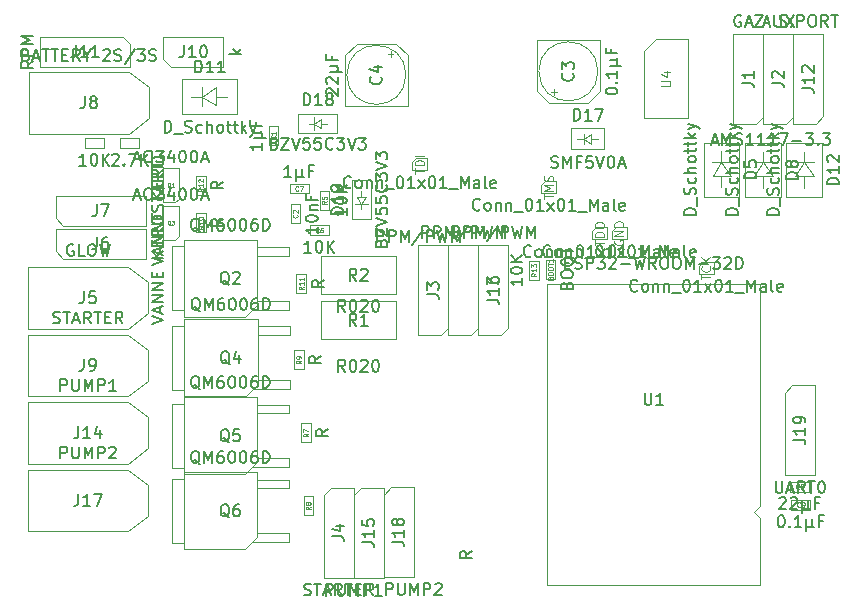
<source format=gbr>
%TF.GenerationSoftware,KiCad,Pcbnew,(6.0.9)*%
%TF.CreationDate,2023-02-03T20:00:34+01:00*%
%TF.ProjectId,jf-ecu32,6a662d65-6375-4333-922e-6b696361645f,rev?*%
%TF.SameCoordinates,Original*%
%TF.FileFunction,AssemblyDrawing,Top*%
%FSLAX46Y46*%
G04 Gerber Fmt 4.6, Leading zero omitted, Abs format (unit mm)*
G04 Created by KiCad (PCBNEW (6.0.9)) date 2023-02-03 20:00:34*
%MOMM*%
%LPD*%
G01*
G04 APERTURE LIST*
%ADD10C,0.150000*%
%ADD11C,0.114000*%
%ADD12C,0.060000*%
%ADD13C,0.050000*%
%ADD14C,0.120000*%
%ADD15C,0.100000*%
G04 APERTURE END LIST*
D10*
%TO.C,GND*%
X59444666Y-170446142D02*
X59397047Y-170493761D01*
X59254190Y-170541380D01*
X59158952Y-170541380D01*
X59016095Y-170493761D01*
X58920857Y-170398523D01*
X58873238Y-170303285D01*
X58825619Y-170112809D01*
X58825619Y-169969952D01*
X58873238Y-169779476D01*
X58920857Y-169684238D01*
X59016095Y-169589000D01*
X59158952Y-169541380D01*
X59254190Y-169541380D01*
X59397047Y-169589000D01*
X59444666Y-169636619D01*
X60016095Y-170541380D02*
X59920857Y-170493761D01*
X59873238Y-170446142D01*
X59825619Y-170350904D01*
X59825619Y-170065190D01*
X59873238Y-169969952D01*
X59920857Y-169922333D01*
X60016095Y-169874714D01*
X60158952Y-169874714D01*
X60254190Y-169922333D01*
X60301809Y-169969952D01*
X60349428Y-170065190D01*
X60349428Y-170350904D01*
X60301809Y-170446142D01*
X60254190Y-170493761D01*
X60158952Y-170541380D01*
X60016095Y-170541380D01*
X60778000Y-169874714D02*
X60778000Y-170541380D01*
X60778000Y-169969952D02*
X60825619Y-169922333D01*
X60920857Y-169874714D01*
X61063714Y-169874714D01*
X61158952Y-169922333D01*
X61206571Y-170017571D01*
X61206571Y-170541380D01*
X61682761Y-169874714D02*
X61682761Y-170541380D01*
X61682761Y-169969952D02*
X61730380Y-169922333D01*
X61825619Y-169874714D01*
X61968476Y-169874714D01*
X62063714Y-169922333D01*
X62111333Y-170017571D01*
X62111333Y-170541380D01*
X62349428Y-170636619D02*
X63111333Y-170636619D01*
X63539904Y-169541380D02*
X63635142Y-169541380D01*
X63730380Y-169589000D01*
X63778000Y-169636619D01*
X63825619Y-169731857D01*
X63873238Y-169922333D01*
X63873238Y-170160428D01*
X63825619Y-170350904D01*
X63778000Y-170446142D01*
X63730380Y-170493761D01*
X63635142Y-170541380D01*
X63539904Y-170541380D01*
X63444666Y-170493761D01*
X63397047Y-170446142D01*
X63349428Y-170350904D01*
X63301809Y-170160428D01*
X63301809Y-169922333D01*
X63349428Y-169731857D01*
X63397047Y-169636619D01*
X63444666Y-169589000D01*
X63539904Y-169541380D01*
X64825619Y-170541380D02*
X64254190Y-170541380D01*
X64539904Y-170541380D02*
X64539904Y-169541380D01*
X64444666Y-169684238D01*
X64349428Y-169779476D01*
X64254190Y-169827095D01*
X65158952Y-170541380D02*
X65682761Y-169874714D01*
X65158952Y-169874714D02*
X65682761Y-170541380D01*
X66254190Y-169541380D02*
X66349428Y-169541380D01*
X66444666Y-169589000D01*
X66492285Y-169636619D01*
X66539904Y-169731857D01*
X66587523Y-169922333D01*
X66587523Y-170160428D01*
X66539904Y-170350904D01*
X66492285Y-170446142D01*
X66444666Y-170493761D01*
X66349428Y-170541380D01*
X66254190Y-170541380D01*
X66158952Y-170493761D01*
X66111333Y-170446142D01*
X66063714Y-170350904D01*
X66016095Y-170160428D01*
X66016095Y-169922333D01*
X66063714Y-169731857D01*
X66111333Y-169636619D01*
X66158952Y-169589000D01*
X66254190Y-169541380D01*
X67539904Y-170541380D02*
X66968476Y-170541380D01*
X67254190Y-170541380D02*
X67254190Y-169541380D01*
X67158952Y-169684238D01*
X67063714Y-169779476D01*
X66968476Y-169827095D01*
X67730380Y-170636619D02*
X68492285Y-170636619D01*
X68730380Y-170541380D02*
X68730380Y-169541380D01*
X69063714Y-170255666D01*
X69397047Y-169541380D01*
X69397047Y-170541380D01*
X70301809Y-170541380D02*
X70301809Y-170017571D01*
X70254190Y-169922333D01*
X70158952Y-169874714D01*
X69968476Y-169874714D01*
X69873238Y-169922333D01*
X70301809Y-170493761D02*
X70206571Y-170541380D01*
X69968476Y-170541380D01*
X69873238Y-170493761D01*
X69825619Y-170398523D01*
X69825619Y-170303285D01*
X69873238Y-170208047D01*
X69968476Y-170160428D01*
X70206571Y-170160428D01*
X70301809Y-170112809D01*
X70920857Y-170541380D02*
X70825619Y-170493761D01*
X70778000Y-170398523D01*
X70778000Y-169541380D01*
X71682761Y-170493761D02*
X71587523Y-170541380D01*
X71397047Y-170541380D01*
X71301809Y-170493761D01*
X71254190Y-170398523D01*
X71254190Y-170017571D01*
X71301809Y-169922333D01*
X71397047Y-169874714D01*
X71587523Y-169874714D01*
X71682761Y-169922333D01*
X71730380Y-170017571D01*
X71730380Y-170112809D01*
X71254190Y-170208047D01*
D11*
X64898000Y-169108047D02*
X64861809Y-169180428D01*
X64861809Y-169289000D01*
X64898000Y-169397571D01*
X64970380Y-169469952D01*
X65042761Y-169506142D01*
X65187523Y-169542333D01*
X65296095Y-169542333D01*
X65440857Y-169506142D01*
X65513238Y-169469952D01*
X65585619Y-169397571D01*
X65621809Y-169289000D01*
X65621809Y-169216619D01*
X65585619Y-169108047D01*
X65549428Y-169071857D01*
X65296095Y-169071857D01*
X65296095Y-169216619D01*
X65621809Y-168746142D02*
X64861809Y-168746142D01*
X65621809Y-168311857D01*
X64861809Y-168311857D01*
X65621809Y-167949952D02*
X64861809Y-167949952D01*
X64861809Y-167769000D01*
X64898000Y-167660428D01*
X64970380Y-167588047D01*
X65042761Y-167551857D01*
X65187523Y-167515666D01*
X65296095Y-167515666D01*
X65440857Y-167551857D01*
X65513238Y-167588047D01*
X65585619Y-167660428D01*
X65621809Y-167769000D01*
X65621809Y-167949952D01*
D10*
%TO.C,Q5*%
X29754761Y-181722619D02*
X29659523Y-181675000D01*
X29564285Y-181579761D01*
X29421428Y-181436904D01*
X29326190Y-181389285D01*
X29230952Y-181389285D01*
X29278571Y-181627380D02*
X29183333Y-181579761D01*
X29088095Y-181484523D01*
X29040476Y-181294047D01*
X29040476Y-180960714D01*
X29088095Y-180770238D01*
X29183333Y-180675000D01*
X29278571Y-180627380D01*
X29469047Y-180627380D01*
X29564285Y-180675000D01*
X29659523Y-180770238D01*
X29707142Y-180960714D01*
X29707142Y-181294047D01*
X29659523Y-181484523D01*
X29564285Y-181579761D01*
X29469047Y-181627380D01*
X29278571Y-181627380D01*
X30135714Y-181627380D02*
X30135714Y-180627380D01*
X30469047Y-181341666D01*
X30802380Y-180627380D01*
X30802380Y-181627380D01*
X31707142Y-180627380D02*
X31516666Y-180627380D01*
X31421428Y-180675000D01*
X31373809Y-180722619D01*
X31278571Y-180865476D01*
X31230952Y-181055952D01*
X31230952Y-181436904D01*
X31278571Y-181532142D01*
X31326190Y-181579761D01*
X31421428Y-181627380D01*
X31611904Y-181627380D01*
X31707142Y-181579761D01*
X31754761Y-181532142D01*
X31802380Y-181436904D01*
X31802380Y-181198809D01*
X31754761Y-181103571D01*
X31707142Y-181055952D01*
X31611904Y-181008333D01*
X31421428Y-181008333D01*
X31326190Y-181055952D01*
X31278571Y-181103571D01*
X31230952Y-181198809D01*
X32421428Y-180627380D02*
X32516666Y-180627380D01*
X32611904Y-180675000D01*
X32659523Y-180722619D01*
X32707142Y-180817857D01*
X32754761Y-181008333D01*
X32754761Y-181246428D01*
X32707142Y-181436904D01*
X32659523Y-181532142D01*
X32611904Y-181579761D01*
X32516666Y-181627380D01*
X32421428Y-181627380D01*
X32326190Y-181579761D01*
X32278571Y-181532142D01*
X32230952Y-181436904D01*
X32183333Y-181246428D01*
X32183333Y-181008333D01*
X32230952Y-180817857D01*
X32278571Y-180722619D01*
X32326190Y-180675000D01*
X32421428Y-180627380D01*
X33373809Y-180627380D02*
X33469047Y-180627380D01*
X33564285Y-180675000D01*
X33611904Y-180722619D01*
X33659523Y-180817857D01*
X33707142Y-181008333D01*
X33707142Y-181246428D01*
X33659523Y-181436904D01*
X33611904Y-181532142D01*
X33564285Y-181579761D01*
X33469047Y-181627380D01*
X33373809Y-181627380D01*
X33278571Y-181579761D01*
X33230952Y-181532142D01*
X33183333Y-181436904D01*
X33135714Y-181246428D01*
X33135714Y-181008333D01*
X33183333Y-180817857D01*
X33230952Y-180722619D01*
X33278571Y-180675000D01*
X33373809Y-180627380D01*
X34564285Y-180627380D02*
X34373809Y-180627380D01*
X34278571Y-180675000D01*
X34230952Y-180722619D01*
X34135714Y-180865476D01*
X34088095Y-181055952D01*
X34088095Y-181436904D01*
X34135714Y-181532142D01*
X34183333Y-181579761D01*
X34278571Y-181627380D01*
X34469047Y-181627380D01*
X34564285Y-181579761D01*
X34611904Y-181532142D01*
X34659523Y-181436904D01*
X34659523Y-181198809D01*
X34611904Y-181103571D01*
X34564285Y-181055952D01*
X34469047Y-181008333D01*
X34278571Y-181008333D01*
X34183333Y-181055952D01*
X34135714Y-181103571D01*
X34088095Y-181198809D01*
X35088095Y-181627380D02*
X35088095Y-180627380D01*
X35326190Y-180627380D01*
X35469047Y-180675000D01*
X35564285Y-180770238D01*
X35611904Y-180865476D01*
X35659523Y-181055952D01*
X35659523Y-181198809D01*
X35611904Y-181389285D01*
X35564285Y-181484523D01*
X35469047Y-181579761D01*
X35326190Y-181627380D01*
X35088095Y-181627380D01*
X32254761Y-186222619D02*
X32159523Y-186175000D01*
X32064285Y-186079761D01*
X31921428Y-185936904D01*
X31826190Y-185889285D01*
X31730952Y-185889285D01*
X31778571Y-186127380D02*
X31683333Y-186079761D01*
X31588095Y-185984523D01*
X31540476Y-185794047D01*
X31540476Y-185460714D01*
X31588095Y-185270238D01*
X31683333Y-185175000D01*
X31778571Y-185127380D01*
X31969047Y-185127380D01*
X32064285Y-185175000D01*
X32159523Y-185270238D01*
X32207142Y-185460714D01*
X32207142Y-185794047D01*
X32159523Y-185984523D01*
X32064285Y-186079761D01*
X31969047Y-186127380D01*
X31778571Y-186127380D01*
X33111904Y-185127380D02*
X32635714Y-185127380D01*
X32588095Y-185603571D01*
X32635714Y-185555952D01*
X32730952Y-185508333D01*
X32969047Y-185508333D01*
X33064285Y-185555952D01*
X33111904Y-185603571D01*
X33159523Y-185698809D01*
X33159523Y-185936904D01*
X33111904Y-186032142D01*
X33064285Y-186079761D01*
X32969047Y-186127380D01*
X32730952Y-186127380D01*
X32635714Y-186079761D01*
X32588095Y-186032142D01*
%TO.C,TCK*%
X66810666Y-173367142D02*
X66763047Y-173414761D01*
X66620190Y-173462380D01*
X66524952Y-173462380D01*
X66382095Y-173414761D01*
X66286857Y-173319523D01*
X66239238Y-173224285D01*
X66191619Y-173033809D01*
X66191619Y-172890952D01*
X66239238Y-172700476D01*
X66286857Y-172605238D01*
X66382095Y-172510000D01*
X66524952Y-172462380D01*
X66620190Y-172462380D01*
X66763047Y-172510000D01*
X66810666Y-172557619D01*
X67382095Y-173462380D02*
X67286857Y-173414761D01*
X67239238Y-173367142D01*
X67191619Y-173271904D01*
X67191619Y-172986190D01*
X67239238Y-172890952D01*
X67286857Y-172843333D01*
X67382095Y-172795714D01*
X67524952Y-172795714D01*
X67620190Y-172843333D01*
X67667809Y-172890952D01*
X67715428Y-172986190D01*
X67715428Y-173271904D01*
X67667809Y-173367142D01*
X67620190Y-173414761D01*
X67524952Y-173462380D01*
X67382095Y-173462380D01*
X68144000Y-172795714D02*
X68144000Y-173462380D01*
X68144000Y-172890952D02*
X68191619Y-172843333D01*
X68286857Y-172795714D01*
X68429714Y-172795714D01*
X68524952Y-172843333D01*
X68572571Y-172938571D01*
X68572571Y-173462380D01*
X69048761Y-172795714D02*
X69048761Y-173462380D01*
X69048761Y-172890952D02*
X69096380Y-172843333D01*
X69191619Y-172795714D01*
X69334476Y-172795714D01*
X69429714Y-172843333D01*
X69477333Y-172938571D01*
X69477333Y-173462380D01*
X69715428Y-173557619D02*
X70477333Y-173557619D01*
X70905904Y-172462380D02*
X71001142Y-172462380D01*
X71096380Y-172510000D01*
X71144000Y-172557619D01*
X71191619Y-172652857D01*
X71239238Y-172843333D01*
X71239238Y-173081428D01*
X71191619Y-173271904D01*
X71144000Y-173367142D01*
X71096380Y-173414761D01*
X71001142Y-173462380D01*
X70905904Y-173462380D01*
X70810666Y-173414761D01*
X70763047Y-173367142D01*
X70715428Y-173271904D01*
X70667809Y-173081428D01*
X70667809Y-172843333D01*
X70715428Y-172652857D01*
X70763047Y-172557619D01*
X70810666Y-172510000D01*
X70905904Y-172462380D01*
X72191619Y-173462380D02*
X71620190Y-173462380D01*
X71905904Y-173462380D02*
X71905904Y-172462380D01*
X71810666Y-172605238D01*
X71715428Y-172700476D01*
X71620190Y-172748095D01*
X72524952Y-173462380D02*
X73048761Y-172795714D01*
X72524952Y-172795714D02*
X73048761Y-173462380D01*
X73620190Y-172462380D02*
X73715428Y-172462380D01*
X73810666Y-172510000D01*
X73858285Y-172557619D01*
X73905904Y-172652857D01*
X73953523Y-172843333D01*
X73953523Y-173081428D01*
X73905904Y-173271904D01*
X73858285Y-173367142D01*
X73810666Y-173414761D01*
X73715428Y-173462380D01*
X73620190Y-173462380D01*
X73524952Y-173414761D01*
X73477333Y-173367142D01*
X73429714Y-173271904D01*
X73382095Y-173081428D01*
X73382095Y-172843333D01*
X73429714Y-172652857D01*
X73477333Y-172557619D01*
X73524952Y-172510000D01*
X73620190Y-172462380D01*
X74905904Y-173462380D02*
X74334476Y-173462380D01*
X74620190Y-173462380D02*
X74620190Y-172462380D01*
X74524952Y-172605238D01*
X74429714Y-172700476D01*
X74334476Y-172748095D01*
X75096380Y-173557619D02*
X75858285Y-173557619D01*
X76096380Y-173462380D02*
X76096380Y-172462380D01*
X76429714Y-173176666D01*
X76763047Y-172462380D01*
X76763047Y-173462380D01*
X77667809Y-173462380D02*
X77667809Y-172938571D01*
X77620190Y-172843333D01*
X77524952Y-172795714D01*
X77334476Y-172795714D01*
X77239238Y-172843333D01*
X77667809Y-173414761D02*
X77572571Y-173462380D01*
X77334476Y-173462380D01*
X77239238Y-173414761D01*
X77191619Y-173319523D01*
X77191619Y-173224285D01*
X77239238Y-173129047D01*
X77334476Y-173081428D01*
X77572571Y-173081428D01*
X77667809Y-173033809D01*
X78286857Y-173462380D02*
X78191619Y-173414761D01*
X78144000Y-173319523D01*
X78144000Y-172462380D01*
X79048761Y-173414761D02*
X78953523Y-173462380D01*
X78763047Y-173462380D01*
X78667809Y-173414761D01*
X78620190Y-173319523D01*
X78620190Y-172938571D01*
X78667809Y-172843333D01*
X78763047Y-172795714D01*
X78953523Y-172795714D01*
X79048761Y-172843333D01*
X79096380Y-172938571D01*
X79096380Y-173033809D01*
X78620190Y-173129047D01*
D11*
X72227809Y-172427142D02*
X72227809Y-171992857D01*
X72987809Y-172210000D02*
X72227809Y-172210000D01*
X72915428Y-171305238D02*
X72951619Y-171341428D01*
X72987809Y-171450000D01*
X72987809Y-171522380D01*
X72951619Y-171630952D01*
X72879238Y-171703333D01*
X72806857Y-171739523D01*
X72662095Y-171775714D01*
X72553523Y-171775714D01*
X72408761Y-171739523D01*
X72336380Y-171703333D01*
X72264000Y-171630952D01*
X72227809Y-171522380D01*
X72227809Y-171450000D01*
X72264000Y-171341428D01*
X72300190Y-171305238D01*
X72987809Y-170979523D02*
X72227809Y-170979523D01*
X72987809Y-170545238D02*
X72553523Y-170870952D01*
X72227809Y-170545238D02*
X72662095Y-170979523D01*
D10*
%TO.C,Q6*%
X29754761Y-188072619D02*
X29659523Y-188025000D01*
X29564285Y-187929761D01*
X29421428Y-187786904D01*
X29326190Y-187739285D01*
X29230952Y-187739285D01*
X29278571Y-187977380D02*
X29183333Y-187929761D01*
X29088095Y-187834523D01*
X29040476Y-187644047D01*
X29040476Y-187310714D01*
X29088095Y-187120238D01*
X29183333Y-187025000D01*
X29278571Y-186977380D01*
X29469047Y-186977380D01*
X29564285Y-187025000D01*
X29659523Y-187120238D01*
X29707142Y-187310714D01*
X29707142Y-187644047D01*
X29659523Y-187834523D01*
X29564285Y-187929761D01*
X29469047Y-187977380D01*
X29278571Y-187977380D01*
X30135714Y-187977380D02*
X30135714Y-186977380D01*
X30469047Y-187691666D01*
X30802380Y-186977380D01*
X30802380Y-187977380D01*
X31707142Y-186977380D02*
X31516666Y-186977380D01*
X31421428Y-187025000D01*
X31373809Y-187072619D01*
X31278571Y-187215476D01*
X31230952Y-187405952D01*
X31230952Y-187786904D01*
X31278571Y-187882142D01*
X31326190Y-187929761D01*
X31421428Y-187977380D01*
X31611904Y-187977380D01*
X31707142Y-187929761D01*
X31754761Y-187882142D01*
X31802380Y-187786904D01*
X31802380Y-187548809D01*
X31754761Y-187453571D01*
X31707142Y-187405952D01*
X31611904Y-187358333D01*
X31421428Y-187358333D01*
X31326190Y-187405952D01*
X31278571Y-187453571D01*
X31230952Y-187548809D01*
X32421428Y-186977380D02*
X32516666Y-186977380D01*
X32611904Y-187025000D01*
X32659523Y-187072619D01*
X32707142Y-187167857D01*
X32754761Y-187358333D01*
X32754761Y-187596428D01*
X32707142Y-187786904D01*
X32659523Y-187882142D01*
X32611904Y-187929761D01*
X32516666Y-187977380D01*
X32421428Y-187977380D01*
X32326190Y-187929761D01*
X32278571Y-187882142D01*
X32230952Y-187786904D01*
X32183333Y-187596428D01*
X32183333Y-187358333D01*
X32230952Y-187167857D01*
X32278571Y-187072619D01*
X32326190Y-187025000D01*
X32421428Y-186977380D01*
X33373809Y-186977380D02*
X33469047Y-186977380D01*
X33564285Y-187025000D01*
X33611904Y-187072619D01*
X33659523Y-187167857D01*
X33707142Y-187358333D01*
X33707142Y-187596428D01*
X33659523Y-187786904D01*
X33611904Y-187882142D01*
X33564285Y-187929761D01*
X33469047Y-187977380D01*
X33373809Y-187977380D01*
X33278571Y-187929761D01*
X33230952Y-187882142D01*
X33183333Y-187786904D01*
X33135714Y-187596428D01*
X33135714Y-187358333D01*
X33183333Y-187167857D01*
X33230952Y-187072619D01*
X33278571Y-187025000D01*
X33373809Y-186977380D01*
X34564285Y-186977380D02*
X34373809Y-186977380D01*
X34278571Y-187025000D01*
X34230952Y-187072619D01*
X34135714Y-187215476D01*
X34088095Y-187405952D01*
X34088095Y-187786904D01*
X34135714Y-187882142D01*
X34183333Y-187929761D01*
X34278571Y-187977380D01*
X34469047Y-187977380D01*
X34564285Y-187929761D01*
X34611904Y-187882142D01*
X34659523Y-187786904D01*
X34659523Y-187548809D01*
X34611904Y-187453571D01*
X34564285Y-187405952D01*
X34469047Y-187358333D01*
X34278571Y-187358333D01*
X34183333Y-187405952D01*
X34135714Y-187453571D01*
X34088095Y-187548809D01*
X35088095Y-187977380D02*
X35088095Y-186977380D01*
X35326190Y-186977380D01*
X35469047Y-187025000D01*
X35564285Y-187120238D01*
X35611904Y-187215476D01*
X35659523Y-187405952D01*
X35659523Y-187548809D01*
X35611904Y-187739285D01*
X35564285Y-187834523D01*
X35469047Y-187929761D01*
X35326190Y-187977380D01*
X35088095Y-187977380D01*
X32254761Y-192572619D02*
X32159523Y-192525000D01*
X32064285Y-192429761D01*
X31921428Y-192286904D01*
X31826190Y-192239285D01*
X31730952Y-192239285D01*
X31778571Y-192477380D02*
X31683333Y-192429761D01*
X31588095Y-192334523D01*
X31540476Y-192144047D01*
X31540476Y-191810714D01*
X31588095Y-191620238D01*
X31683333Y-191525000D01*
X31778571Y-191477380D01*
X31969047Y-191477380D01*
X32064285Y-191525000D01*
X32159523Y-191620238D01*
X32207142Y-191810714D01*
X32207142Y-192144047D01*
X32159523Y-192334523D01*
X32064285Y-192429761D01*
X31969047Y-192477380D01*
X31778571Y-192477380D01*
X33064285Y-191477380D02*
X32873809Y-191477380D01*
X32778571Y-191525000D01*
X32730952Y-191572619D01*
X32635714Y-191715476D01*
X32588095Y-191905952D01*
X32588095Y-192286904D01*
X32635714Y-192382142D01*
X32683333Y-192429761D01*
X32778571Y-192477380D01*
X32969047Y-192477380D01*
X33064285Y-192429761D01*
X33111904Y-192382142D01*
X33159523Y-192286904D01*
X33159523Y-192048809D01*
X33111904Y-191953571D01*
X33064285Y-191905952D01*
X32969047Y-191858333D01*
X32778571Y-191858333D01*
X32683333Y-191905952D01*
X32635714Y-191953571D01*
X32588095Y-192048809D01*
%TO.C,R4*%
X22338000Y-161886619D02*
X22385619Y-161839000D01*
X22480857Y-161791380D01*
X22718952Y-161791380D01*
X22814190Y-161839000D01*
X22861809Y-161886619D01*
X22909428Y-161981857D01*
X22909428Y-162077095D01*
X22861809Y-162219952D01*
X22290380Y-162791380D01*
X22909428Y-162791380D01*
X23338000Y-162696142D02*
X23385619Y-162743761D01*
X23338000Y-162791380D01*
X23290380Y-162743761D01*
X23338000Y-162696142D01*
X23338000Y-162791380D01*
X23718952Y-161791380D02*
X24385619Y-161791380D01*
X23957047Y-162791380D01*
X24766571Y-162791380D02*
X24766571Y-161791380D01*
X25338000Y-162791380D02*
X24909428Y-162219952D01*
X25338000Y-161791380D02*
X24766571Y-162362809D01*
%TO.C,C2*%
X39728380Y-167949428D02*
X39728380Y-168520857D01*
X39728380Y-168235142D02*
X38728380Y-168235142D01*
X38871238Y-168330380D01*
X38966476Y-168425619D01*
X39014095Y-168520857D01*
X38728380Y-167330380D02*
X38728380Y-167235142D01*
X38776000Y-167139904D01*
X38823619Y-167092285D01*
X38918857Y-167044666D01*
X39109333Y-166997047D01*
X39347428Y-166997047D01*
X39537904Y-167044666D01*
X39633142Y-167092285D01*
X39680761Y-167139904D01*
X39728380Y-167235142D01*
X39728380Y-167330380D01*
X39680761Y-167425619D01*
X39633142Y-167473238D01*
X39537904Y-167520857D01*
X39347428Y-167568476D01*
X39109333Y-167568476D01*
X38918857Y-167520857D01*
X38823619Y-167473238D01*
X38776000Y-167425619D01*
X38728380Y-167330380D01*
X39061714Y-166568476D02*
X39728380Y-166568476D01*
X39156952Y-166568476D02*
X39109333Y-166520857D01*
X39061714Y-166425619D01*
X39061714Y-166282761D01*
X39109333Y-166187523D01*
X39204571Y-166139904D01*
X39728380Y-166139904D01*
X39204571Y-165330380D02*
X39204571Y-165663714D01*
X39728380Y-165663714D02*
X38728380Y-165663714D01*
X38728380Y-165187523D01*
D12*
X37988857Y-166944666D02*
X38007904Y-166963714D01*
X38026952Y-167020857D01*
X38026952Y-167058952D01*
X38007904Y-167116095D01*
X37969809Y-167154190D01*
X37931714Y-167173238D01*
X37855523Y-167192285D01*
X37798380Y-167192285D01*
X37722190Y-167173238D01*
X37684095Y-167154190D01*
X37646000Y-167116095D01*
X37626952Y-167058952D01*
X37626952Y-167020857D01*
X37646000Y-166963714D01*
X37665047Y-166944666D01*
X37665047Y-166792285D02*
X37646000Y-166773238D01*
X37626952Y-166735142D01*
X37626952Y-166639904D01*
X37646000Y-166601809D01*
X37665047Y-166582761D01*
X37703142Y-166563714D01*
X37741238Y-166563714D01*
X37798380Y-166582761D01*
X38026952Y-166811333D01*
X38026952Y-166563714D01*
D10*
%TO.C,BOOT1*%
X60819971Y-172947142D02*
X60867590Y-172804285D01*
X60915209Y-172756666D01*
X61010447Y-172709047D01*
X61153304Y-172709047D01*
X61248542Y-172756666D01*
X61296161Y-172804285D01*
X61343780Y-172899523D01*
X61343780Y-173280476D01*
X60343780Y-173280476D01*
X60343780Y-172947142D01*
X60391400Y-172851904D01*
X60439019Y-172804285D01*
X60534257Y-172756666D01*
X60629495Y-172756666D01*
X60724733Y-172804285D01*
X60772352Y-172851904D01*
X60819971Y-172947142D01*
X60819971Y-173280476D01*
X60343780Y-172090000D02*
X60343780Y-171899523D01*
X60391400Y-171804285D01*
X60486638Y-171709047D01*
X60677114Y-171661428D01*
X61010447Y-171661428D01*
X61200923Y-171709047D01*
X61296161Y-171804285D01*
X61343780Y-171899523D01*
X61343780Y-172090000D01*
X61296161Y-172185238D01*
X61200923Y-172280476D01*
X61010447Y-172328095D01*
X60677114Y-172328095D01*
X60486638Y-172280476D01*
X60391400Y-172185238D01*
X60343780Y-172090000D01*
X60343780Y-171042380D02*
X60343780Y-170851904D01*
X60391400Y-170756666D01*
X60486638Y-170661428D01*
X60677114Y-170613809D01*
X61010447Y-170613809D01*
X61200923Y-170661428D01*
X61296161Y-170756666D01*
X61343780Y-170851904D01*
X61343780Y-171042380D01*
X61296161Y-171137619D01*
X61200923Y-171232857D01*
X61010447Y-171280476D01*
X60677114Y-171280476D01*
X60486638Y-171232857D01*
X60391400Y-171137619D01*
X60343780Y-171042380D01*
X60343780Y-170328095D02*
X60343780Y-169756666D01*
X61343780Y-170042380D02*
X60343780Y-170042380D01*
D12*
X59432828Y-172323333D02*
X59451876Y-172266190D01*
X59470923Y-172247142D01*
X59509019Y-172228095D01*
X59566161Y-172228095D01*
X59604257Y-172247142D01*
X59623304Y-172266190D01*
X59642352Y-172304285D01*
X59642352Y-172456666D01*
X59242352Y-172456666D01*
X59242352Y-172323333D01*
X59261400Y-172285238D01*
X59280447Y-172266190D01*
X59318542Y-172247142D01*
X59356638Y-172247142D01*
X59394733Y-172266190D01*
X59413780Y-172285238D01*
X59432828Y-172323333D01*
X59432828Y-172456666D01*
X59242352Y-171980476D02*
X59242352Y-171904285D01*
X59261400Y-171866190D01*
X59299495Y-171828095D01*
X59375685Y-171809047D01*
X59509019Y-171809047D01*
X59585209Y-171828095D01*
X59623304Y-171866190D01*
X59642352Y-171904285D01*
X59642352Y-171980476D01*
X59623304Y-172018571D01*
X59585209Y-172056666D01*
X59509019Y-172075714D01*
X59375685Y-172075714D01*
X59299495Y-172056666D01*
X59261400Y-172018571D01*
X59242352Y-171980476D01*
X59242352Y-171561428D02*
X59242352Y-171485238D01*
X59261400Y-171447142D01*
X59299495Y-171409047D01*
X59375685Y-171390000D01*
X59509019Y-171390000D01*
X59585209Y-171409047D01*
X59623304Y-171447142D01*
X59642352Y-171485238D01*
X59642352Y-171561428D01*
X59623304Y-171599523D01*
X59585209Y-171637619D01*
X59509019Y-171656666D01*
X59375685Y-171656666D01*
X59299495Y-171637619D01*
X59261400Y-171599523D01*
X59242352Y-171561428D01*
X59242352Y-171275714D02*
X59242352Y-171047142D01*
X59642352Y-171161428D02*
X59242352Y-171161428D01*
X59642352Y-170704285D02*
X59642352Y-170932857D01*
X59642352Y-170818571D02*
X59242352Y-170818571D01*
X59299495Y-170856666D01*
X59337590Y-170894761D01*
X59356638Y-170932857D01*
D10*
%TO.C,C7*%
X37496533Y-163766780D02*
X36925104Y-163766780D01*
X37210819Y-163766780D02*
X37210819Y-162766780D01*
X37115580Y-162909638D01*
X37020342Y-163004876D01*
X36925104Y-163052495D01*
X37925104Y-163100114D02*
X37925104Y-164100114D01*
X38401295Y-163623923D02*
X38448914Y-163719161D01*
X38544152Y-163766780D01*
X37925104Y-163623923D02*
X37972723Y-163719161D01*
X38067961Y-163766780D01*
X38258438Y-163766780D01*
X38353676Y-163719161D01*
X38401295Y-163623923D01*
X38401295Y-163100114D01*
X39306057Y-163242971D02*
X38972723Y-163242971D01*
X38972723Y-163766780D02*
X38972723Y-162766780D01*
X39448914Y-162766780D01*
D12*
X38096533Y-164887257D02*
X38077485Y-164906304D01*
X38020342Y-164925352D01*
X37982247Y-164925352D01*
X37925104Y-164906304D01*
X37887009Y-164868209D01*
X37867961Y-164830114D01*
X37848914Y-164753923D01*
X37848914Y-164696780D01*
X37867961Y-164620590D01*
X37887009Y-164582495D01*
X37925104Y-164544400D01*
X37982247Y-164525352D01*
X38020342Y-164525352D01*
X38077485Y-164544400D01*
X38096533Y-164563447D01*
X38229866Y-164525352D02*
X38496533Y-164525352D01*
X38325104Y-164925352D01*
D10*
%TO.C,C4*%
X40551619Y-156822285D02*
X40504000Y-156774666D01*
X40456380Y-156679428D01*
X40456380Y-156441333D01*
X40504000Y-156346095D01*
X40551619Y-156298476D01*
X40646857Y-156250857D01*
X40742095Y-156250857D01*
X40884952Y-156298476D01*
X41456380Y-156869904D01*
X41456380Y-156250857D01*
X40551619Y-155869904D02*
X40504000Y-155822285D01*
X40456380Y-155727047D01*
X40456380Y-155488952D01*
X40504000Y-155393714D01*
X40551619Y-155346095D01*
X40646857Y-155298476D01*
X40742095Y-155298476D01*
X40884952Y-155346095D01*
X41456380Y-155917523D01*
X41456380Y-155298476D01*
X40789714Y-154869904D02*
X41789714Y-154869904D01*
X41313523Y-154393714D02*
X41408761Y-154346095D01*
X41456380Y-154250857D01*
X41313523Y-154869904D02*
X41408761Y-154822285D01*
X41456380Y-154727047D01*
X41456380Y-154536571D01*
X41408761Y-154441333D01*
X41313523Y-154393714D01*
X40789714Y-154393714D01*
X40932571Y-153488952D02*
X40932571Y-153822285D01*
X41456380Y-153822285D02*
X40456380Y-153822285D01*
X40456380Y-153346095D01*
X45061142Y-155274666D02*
X45108761Y-155322285D01*
X45156380Y-155465142D01*
X45156380Y-155560380D01*
X45108761Y-155703238D01*
X45013523Y-155798476D01*
X44918285Y-155846095D01*
X44727809Y-155893714D01*
X44584952Y-155893714D01*
X44394476Y-155846095D01*
X44299238Y-155798476D01*
X44204000Y-155703238D01*
X44156380Y-155560380D01*
X44156380Y-155465142D01*
X44204000Y-155322285D01*
X44251619Y-155274666D01*
X44489714Y-154417523D02*
X45156380Y-154417523D01*
X44108761Y-154655619D02*
X44823047Y-154893714D01*
X44823047Y-154274666D01*
%TO.C,J16*%
X51110000Y-168922380D02*
X51110000Y-167922380D01*
X51490952Y-167922380D01*
X51586190Y-167970000D01*
X51633809Y-168017619D01*
X51681428Y-168112857D01*
X51681428Y-168255714D01*
X51633809Y-168350952D01*
X51586190Y-168398571D01*
X51490952Y-168446190D01*
X51110000Y-168446190D01*
X52110000Y-168922380D02*
X52110000Y-167922380D01*
X52490952Y-167922380D01*
X52586190Y-167970000D01*
X52633809Y-168017619D01*
X52681428Y-168112857D01*
X52681428Y-168255714D01*
X52633809Y-168350952D01*
X52586190Y-168398571D01*
X52490952Y-168446190D01*
X52110000Y-168446190D01*
X53110000Y-168922380D02*
X53110000Y-167922380D01*
X53443333Y-168636666D01*
X53776666Y-167922380D01*
X53776666Y-168922380D01*
X54967142Y-167874761D02*
X54110000Y-169160476D01*
X55300476Y-168922380D02*
X55300476Y-167922380D01*
X55681428Y-167922380D01*
X55776666Y-167970000D01*
X55824285Y-168017619D01*
X55871904Y-168112857D01*
X55871904Y-168255714D01*
X55824285Y-168350952D01*
X55776666Y-168398571D01*
X55681428Y-168446190D01*
X55300476Y-168446190D01*
X56205238Y-167922380D02*
X56443333Y-168922380D01*
X56633809Y-168208095D01*
X56824285Y-168922380D01*
X57062380Y-167922380D01*
X57443333Y-168922380D02*
X57443333Y-167922380D01*
X57776666Y-168636666D01*
X58110000Y-167922380D01*
X58110000Y-168922380D01*
X54062380Y-174149523D02*
X54776666Y-174149523D01*
X54919523Y-174197142D01*
X55014761Y-174292380D01*
X55062380Y-174435238D01*
X55062380Y-174530476D01*
X55062380Y-173149523D02*
X55062380Y-173720952D01*
X55062380Y-173435238D02*
X54062380Y-173435238D01*
X54205238Y-173530476D01*
X54300476Y-173625714D01*
X54348095Y-173720952D01*
X54062380Y-172292380D02*
X54062380Y-172482857D01*
X54110000Y-172578095D01*
X54157619Y-172625714D01*
X54300476Y-172720952D01*
X54490952Y-172768571D01*
X54871904Y-172768571D01*
X54967142Y-172720952D01*
X55014761Y-172673333D01*
X55062380Y-172578095D01*
X55062380Y-172387619D01*
X55014761Y-172292380D01*
X54967142Y-172244761D01*
X54871904Y-172197142D01*
X54633809Y-172197142D01*
X54538571Y-172244761D01*
X54490952Y-172292380D01*
X54443333Y-172387619D01*
X54443333Y-172578095D01*
X54490952Y-172673333D01*
X54538571Y-172720952D01*
X54633809Y-172768571D01*
%TO.C,TDI*%
X42553666Y-164604142D02*
X42506047Y-164651761D01*
X42363190Y-164699380D01*
X42267952Y-164699380D01*
X42125095Y-164651761D01*
X42029857Y-164556523D01*
X41982238Y-164461285D01*
X41934619Y-164270809D01*
X41934619Y-164127952D01*
X41982238Y-163937476D01*
X42029857Y-163842238D01*
X42125095Y-163747000D01*
X42267952Y-163699380D01*
X42363190Y-163699380D01*
X42506047Y-163747000D01*
X42553666Y-163794619D01*
X43125095Y-164699380D02*
X43029857Y-164651761D01*
X42982238Y-164604142D01*
X42934619Y-164508904D01*
X42934619Y-164223190D01*
X42982238Y-164127952D01*
X43029857Y-164080333D01*
X43125095Y-164032714D01*
X43267952Y-164032714D01*
X43363190Y-164080333D01*
X43410809Y-164127952D01*
X43458428Y-164223190D01*
X43458428Y-164508904D01*
X43410809Y-164604142D01*
X43363190Y-164651761D01*
X43267952Y-164699380D01*
X43125095Y-164699380D01*
X43887000Y-164032714D02*
X43887000Y-164699380D01*
X43887000Y-164127952D02*
X43934619Y-164080333D01*
X44029857Y-164032714D01*
X44172714Y-164032714D01*
X44267952Y-164080333D01*
X44315571Y-164175571D01*
X44315571Y-164699380D01*
X44791761Y-164032714D02*
X44791761Y-164699380D01*
X44791761Y-164127952D02*
X44839380Y-164080333D01*
X44934619Y-164032714D01*
X45077476Y-164032714D01*
X45172714Y-164080333D01*
X45220333Y-164175571D01*
X45220333Y-164699380D01*
X45458428Y-164794619D02*
X46220333Y-164794619D01*
X46648904Y-163699380D02*
X46744142Y-163699380D01*
X46839380Y-163747000D01*
X46887000Y-163794619D01*
X46934619Y-163889857D01*
X46982238Y-164080333D01*
X46982238Y-164318428D01*
X46934619Y-164508904D01*
X46887000Y-164604142D01*
X46839380Y-164651761D01*
X46744142Y-164699380D01*
X46648904Y-164699380D01*
X46553666Y-164651761D01*
X46506047Y-164604142D01*
X46458428Y-164508904D01*
X46410809Y-164318428D01*
X46410809Y-164080333D01*
X46458428Y-163889857D01*
X46506047Y-163794619D01*
X46553666Y-163747000D01*
X46648904Y-163699380D01*
X47934619Y-164699380D02*
X47363190Y-164699380D01*
X47648904Y-164699380D02*
X47648904Y-163699380D01*
X47553666Y-163842238D01*
X47458428Y-163937476D01*
X47363190Y-163985095D01*
X48267952Y-164699380D02*
X48791761Y-164032714D01*
X48267952Y-164032714D02*
X48791761Y-164699380D01*
X49363190Y-163699380D02*
X49458428Y-163699380D01*
X49553666Y-163747000D01*
X49601285Y-163794619D01*
X49648904Y-163889857D01*
X49696523Y-164080333D01*
X49696523Y-164318428D01*
X49648904Y-164508904D01*
X49601285Y-164604142D01*
X49553666Y-164651761D01*
X49458428Y-164699380D01*
X49363190Y-164699380D01*
X49267952Y-164651761D01*
X49220333Y-164604142D01*
X49172714Y-164508904D01*
X49125095Y-164318428D01*
X49125095Y-164080333D01*
X49172714Y-163889857D01*
X49220333Y-163794619D01*
X49267952Y-163747000D01*
X49363190Y-163699380D01*
X50648904Y-164699380D02*
X50077476Y-164699380D01*
X50363190Y-164699380D02*
X50363190Y-163699380D01*
X50267952Y-163842238D01*
X50172714Y-163937476D01*
X50077476Y-163985095D01*
X50839380Y-164794619D02*
X51601285Y-164794619D01*
X51839380Y-164699380D02*
X51839380Y-163699380D01*
X52172714Y-164413666D01*
X52506047Y-163699380D01*
X52506047Y-164699380D01*
X53410809Y-164699380D02*
X53410809Y-164175571D01*
X53363190Y-164080333D01*
X53267952Y-164032714D01*
X53077476Y-164032714D01*
X52982238Y-164080333D01*
X53410809Y-164651761D02*
X53315571Y-164699380D01*
X53077476Y-164699380D01*
X52982238Y-164651761D01*
X52934619Y-164556523D01*
X52934619Y-164461285D01*
X52982238Y-164366047D01*
X53077476Y-164318428D01*
X53315571Y-164318428D01*
X53410809Y-164270809D01*
X54029857Y-164699380D02*
X53934619Y-164651761D01*
X53887000Y-164556523D01*
X53887000Y-163699380D01*
X54791761Y-164651761D02*
X54696523Y-164699380D01*
X54506047Y-164699380D01*
X54410809Y-164651761D01*
X54363190Y-164556523D01*
X54363190Y-164175571D01*
X54410809Y-164080333D01*
X54506047Y-164032714D01*
X54696523Y-164032714D01*
X54791761Y-164080333D01*
X54839380Y-164175571D01*
X54839380Y-164270809D01*
X54363190Y-164366047D01*
D11*
X47970809Y-163465095D02*
X47970809Y-163030809D01*
X48730809Y-163247952D02*
X47970809Y-163247952D01*
X48730809Y-162777476D02*
X47970809Y-162777476D01*
X47970809Y-162596523D01*
X48007000Y-162487952D01*
X48079380Y-162415571D01*
X48151761Y-162379380D01*
X48296523Y-162343190D01*
X48405095Y-162343190D01*
X48549857Y-162379380D01*
X48622238Y-162415571D01*
X48694619Y-162487952D01*
X48730809Y-162596523D01*
X48730809Y-162777476D01*
X48730809Y-162017476D02*
X47970809Y-162017476D01*
D10*
%TO.C,D17*%
X59515761Y-162932761D02*
X59658619Y-162980380D01*
X59896714Y-162980380D01*
X59991952Y-162932761D01*
X60039571Y-162885142D01*
X60087190Y-162789904D01*
X60087190Y-162694666D01*
X60039571Y-162599428D01*
X59991952Y-162551809D01*
X59896714Y-162504190D01*
X59706238Y-162456571D01*
X59611000Y-162408952D01*
X59563380Y-162361333D01*
X59515761Y-162266095D01*
X59515761Y-162170857D01*
X59563380Y-162075619D01*
X59611000Y-162028000D01*
X59706238Y-161980380D01*
X59944333Y-161980380D01*
X60087190Y-162028000D01*
X60515761Y-162980380D02*
X60515761Y-161980380D01*
X60849095Y-162694666D01*
X61182428Y-161980380D01*
X61182428Y-162980380D01*
X61991952Y-162456571D02*
X61658619Y-162456571D01*
X61658619Y-162980380D02*
X61658619Y-161980380D01*
X62134809Y-161980380D01*
X62991952Y-161980380D02*
X62515761Y-161980380D01*
X62468142Y-162456571D01*
X62515761Y-162408952D01*
X62611000Y-162361333D01*
X62849095Y-162361333D01*
X62944333Y-162408952D01*
X62991952Y-162456571D01*
X63039571Y-162551809D01*
X63039571Y-162789904D01*
X62991952Y-162885142D01*
X62944333Y-162932761D01*
X62849095Y-162980380D01*
X62611000Y-162980380D01*
X62515761Y-162932761D01*
X62468142Y-162885142D01*
X63325285Y-161980380D02*
X63658619Y-162980380D01*
X63991952Y-161980380D01*
X64515761Y-161980380D02*
X64611000Y-161980380D01*
X64706238Y-162028000D01*
X64753857Y-162075619D01*
X64801476Y-162170857D01*
X64849095Y-162361333D01*
X64849095Y-162599428D01*
X64801476Y-162789904D01*
X64753857Y-162885142D01*
X64706238Y-162932761D01*
X64611000Y-162980380D01*
X64515761Y-162980380D01*
X64420523Y-162932761D01*
X64372904Y-162885142D01*
X64325285Y-162789904D01*
X64277666Y-162599428D01*
X64277666Y-162361333D01*
X64325285Y-162170857D01*
X64372904Y-162075619D01*
X64420523Y-162028000D01*
X64515761Y-161980380D01*
X65230047Y-162694666D02*
X65706238Y-162694666D01*
X65134809Y-162980380D02*
X65468142Y-161980380D01*
X65801476Y-162980380D01*
X61396714Y-158980380D02*
X61396714Y-157980380D01*
X61634809Y-157980380D01*
X61777666Y-158028000D01*
X61872904Y-158123238D01*
X61920523Y-158218476D01*
X61968142Y-158408952D01*
X61968142Y-158551809D01*
X61920523Y-158742285D01*
X61872904Y-158837523D01*
X61777666Y-158932761D01*
X61634809Y-158980380D01*
X61396714Y-158980380D01*
X62920523Y-158980380D02*
X62349095Y-158980380D01*
X62634809Y-158980380D02*
X62634809Y-157980380D01*
X62539571Y-158123238D01*
X62444333Y-158218476D01*
X62349095Y-158266095D01*
X63253857Y-157980380D02*
X63920523Y-157980380D01*
X63491952Y-158980380D01*
%TO.C,J19*%
X78497371Y-189513780D02*
X78497371Y-190323304D01*
X78544990Y-190418542D01*
X78592609Y-190466161D01*
X78687847Y-190513780D01*
X78878323Y-190513780D01*
X78973561Y-190466161D01*
X79021180Y-190418542D01*
X79068800Y-190323304D01*
X79068800Y-189513780D01*
X79497371Y-190228066D02*
X79973561Y-190228066D01*
X79402133Y-190513780D02*
X79735466Y-189513780D01*
X80068800Y-190513780D01*
X80973561Y-190513780D02*
X80640228Y-190037590D01*
X80402133Y-190513780D02*
X80402133Y-189513780D01*
X80783085Y-189513780D01*
X80878323Y-189561400D01*
X80925942Y-189609019D01*
X80973561Y-189704257D01*
X80973561Y-189847114D01*
X80925942Y-189942352D01*
X80878323Y-189989971D01*
X80783085Y-190037590D01*
X80402133Y-190037590D01*
X81259276Y-189513780D02*
X81830704Y-189513780D01*
X81544990Y-190513780D02*
X81544990Y-189513780D01*
X82354514Y-189513780D02*
X82449752Y-189513780D01*
X82544990Y-189561400D01*
X82592609Y-189609019D01*
X82640228Y-189704257D01*
X82687847Y-189894733D01*
X82687847Y-190132828D01*
X82640228Y-190323304D01*
X82592609Y-190418542D01*
X82544990Y-190466161D01*
X82449752Y-190513780D01*
X82354514Y-190513780D01*
X82259276Y-190466161D01*
X82211657Y-190418542D01*
X82164038Y-190323304D01*
X82116419Y-190132828D01*
X82116419Y-189894733D01*
X82164038Y-189704257D01*
X82211657Y-189609019D01*
X82259276Y-189561400D01*
X82354514Y-189513780D01*
X80021180Y-186000923D02*
X80735466Y-186000923D01*
X80878323Y-186048542D01*
X80973561Y-186143780D01*
X81021180Y-186286638D01*
X81021180Y-186381876D01*
X81021180Y-185000923D02*
X81021180Y-185572352D01*
X81021180Y-185286638D02*
X80021180Y-185286638D01*
X80164038Y-185381876D01*
X80259276Y-185477114D01*
X80306895Y-185572352D01*
X81021180Y-184524733D02*
X81021180Y-184334257D01*
X80973561Y-184239019D01*
X80925942Y-184191400D01*
X80783085Y-184096161D01*
X80592609Y-184048542D01*
X80211657Y-184048542D01*
X80116419Y-184096161D01*
X80068800Y-184143780D01*
X80021180Y-184239019D01*
X80021180Y-184429495D01*
X80068800Y-184524733D01*
X80116419Y-184572352D01*
X80211657Y-184619971D01*
X80449752Y-184619971D01*
X80544990Y-184572352D01*
X80592609Y-184524733D01*
X80640228Y-184429495D01*
X80640228Y-184239019D01*
X80592609Y-184143780D01*
X80544990Y-184096161D01*
X80449752Y-184048542D01*
%TO.C,R3*%
X20137523Y-162791380D02*
X19566095Y-162791380D01*
X19851809Y-162791380D02*
X19851809Y-161791380D01*
X19756571Y-161934238D01*
X19661333Y-162029476D01*
X19566095Y-162077095D01*
X20756571Y-161791380D02*
X20851809Y-161791380D01*
X20947047Y-161839000D01*
X20994666Y-161886619D01*
X21042285Y-161981857D01*
X21089904Y-162172333D01*
X21089904Y-162410428D01*
X21042285Y-162600904D01*
X20994666Y-162696142D01*
X20947047Y-162743761D01*
X20851809Y-162791380D01*
X20756571Y-162791380D01*
X20661333Y-162743761D01*
X20613714Y-162696142D01*
X20566095Y-162600904D01*
X20518476Y-162410428D01*
X20518476Y-162172333D01*
X20566095Y-161981857D01*
X20613714Y-161886619D01*
X20661333Y-161839000D01*
X20756571Y-161791380D01*
X21518476Y-162791380D02*
X21518476Y-161791380D01*
X22089904Y-162791380D02*
X21661333Y-162219952D01*
X22089904Y-161791380D02*
X21518476Y-162362809D01*
%TO.C,R11*%
X40236380Y-172473476D02*
X39760190Y-172806809D01*
X40236380Y-173044904D02*
X39236380Y-173044904D01*
X39236380Y-172663952D01*
X39284000Y-172568714D01*
X39331619Y-172521095D01*
X39426857Y-172473476D01*
X39569714Y-172473476D01*
X39664952Y-172521095D01*
X39712571Y-172568714D01*
X39760190Y-172663952D01*
X39760190Y-173044904D01*
D12*
X38534952Y-173040142D02*
X38344476Y-173173476D01*
X38534952Y-173268714D02*
X38134952Y-173268714D01*
X38134952Y-173116333D01*
X38154000Y-173078238D01*
X38173047Y-173059190D01*
X38211142Y-173040142D01*
X38268285Y-173040142D01*
X38306380Y-173059190D01*
X38325428Y-173078238D01*
X38344476Y-173116333D01*
X38344476Y-173268714D01*
X38534952Y-172659190D02*
X38534952Y-172887761D01*
X38534952Y-172773476D02*
X38134952Y-172773476D01*
X38192095Y-172811571D01*
X38230190Y-172849666D01*
X38249238Y-172887761D01*
X38534952Y-172278238D02*
X38534952Y-172506809D01*
X38534952Y-172392523D02*
X38134952Y-172392523D01*
X38192095Y-172430619D01*
X38230190Y-172468714D01*
X38249238Y-172506809D01*
D10*
%TO.C,J18*%
X45520266Y-199149780D02*
X45520266Y-198149780D01*
X45901219Y-198149780D01*
X45996457Y-198197400D01*
X46044076Y-198245019D01*
X46091695Y-198340257D01*
X46091695Y-198483114D01*
X46044076Y-198578352D01*
X45996457Y-198625971D01*
X45901219Y-198673590D01*
X45520266Y-198673590D01*
X46520266Y-198149780D02*
X46520266Y-198959304D01*
X46567885Y-199054542D01*
X46615504Y-199102161D01*
X46710742Y-199149780D01*
X46901219Y-199149780D01*
X46996457Y-199102161D01*
X47044076Y-199054542D01*
X47091695Y-198959304D01*
X47091695Y-198149780D01*
X47567885Y-199149780D02*
X47567885Y-198149780D01*
X47901219Y-198864066D01*
X48234552Y-198149780D01*
X48234552Y-199149780D01*
X48710742Y-199149780D02*
X48710742Y-198149780D01*
X49091695Y-198149780D01*
X49186933Y-198197400D01*
X49234552Y-198245019D01*
X49282171Y-198340257D01*
X49282171Y-198483114D01*
X49234552Y-198578352D01*
X49186933Y-198625971D01*
X49091695Y-198673590D01*
X48710742Y-198673590D01*
X49663123Y-198245019D02*
X49710742Y-198197400D01*
X49805980Y-198149780D01*
X50044076Y-198149780D01*
X50139314Y-198197400D01*
X50186933Y-198245019D01*
X50234552Y-198340257D01*
X50234552Y-198435495D01*
X50186933Y-198578352D01*
X49615504Y-199149780D01*
X50234552Y-199149780D01*
X46035980Y-194636923D02*
X46750266Y-194636923D01*
X46893123Y-194684542D01*
X46988361Y-194779780D01*
X47035980Y-194922638D01*
X47035980Y-195017876D01*
X47035980Y-193636923D02*
X47035980Y-194208352D01*
X47035980Y-193922638D02*
X46035980Y-193922638D01*
X46178838Y-194017876D01*
X46274076Y-194113114D01*
X46321695Y-194208352D01*
X46464552Y-193065495D02*
X46416933Y-193160733D01*
X46369314Y-193208352D01*
X46274076Y-193255971D01*
X46226457Y-193255971D01*
X46131219Y-193208352D01*
X46083600Y-193160733D01*
X46035980Y-193065495D01*
X46035980Y-192875019D01*
X46083600Y-192779780D01*
X46131219Y-192732161D01*
X46226457Y-192684542D01*
X46274076Y-192684542D01*
X46369314Y-192732161D01*
X46416933Y-192779780D01*
X46464552Y-192875019D01*
X46464552Y-193065495D01*
X46512171Y-193160733D01*
X46559790Y-193208352D01*
X46655028Y-193255971D01*
X46845504Y-193255971D01*
X46940742Y-193208352D01*
X46988361Y-193160733D01*
X47035980Y-193065495D01*
X47035980Y-192875019D01*
X46988361Y-192779780D01*
X46940742Y-192732161D01*
X46845504Y-192684542D01*
X46655028Y-192684542D01*
X46559790Y-192732161D01*
X46512171Y-192779780D01*
X46464552Y-192875019D01*
%TO.C,J7*%
X25673380Y-171243047D02*
X26673380Y-170909714D01*
X25673380Y-170576380D01*
X26387666Y-170290666D02*
X26387666Y-169814476D01*
X26673380Y-170385904D02*
X25673380Y-170052571D01*
X26673380Y-169719238D01*
X26673380Y-169385904D02*
X25673380Y-169385904D01*
X26673380Y-168814476D01*
X25673380Y-168814476D01*
X26673380Y-168338285D02*
X25673380Y-168338285D01*
X26673380Y-167766857D01*
X25673380Y-167766857D01*
X26149571Y-167290666D02*
X26149571Y-166957333D01*
X26673380Y-166814476D02*
X26673380Y-167290666D01*
X25673380Y-167290666D01*
X25673380Y-166814476D01*
X26673380Y-165624000D02*
X25673380Y-165624000D01*
X26673380Y-165052571D02*
X26101952Y-165481142D01*
X25673380Y-165052571D02*
X26244809Y-165624000D01*
X26149571Y-164624000D02*
X26149571Y-164290666D01*
X26673380Y-164147809D02*
X26673380Y-164624000D01*
X25673380Y-164624000D01*
X25673380Y-164147809D01*
X26673380Y-163147809D02*
X26197190Y-163481142D01*
X26673380Y-163719238D02*
X25673380Y-163719238D01*
X25673380Y-163338285D01*
X25721000Y-163243047D01*
X25768619Y-163195428D01*
X25863857Y-163147809D01*
X26006714Y-163147809D01*
X26101952Y-163195428D01*
X26149571Y-163243047D01*
X26197190Y-163338285D01*
X26197190Y-163719238D01*
X25673380Y-162528761D02*
X25673380Y-162338285D01*
X25721000Y-162243047D01*
X25816238Y-162147809D01*
X26006714Y-162100190D01*
X26340047Y-162100190D01*
X26530523Y-162147809D01*
X26625761Y-162243047D01*
X26673380Y-162338285D01*
X26673380Y-162528761D01*
X26625761Y-162624000D01*
X26530523Y-162719238D01*
X26340047Y-162766857D01*
X26006714Y-162766857D01*
X25816238Y-162719238D01*
X25721000Y-162624000D01*
X25673380Y-162528761D01*
X21017666Y-166076380D02*
X21017666Y-166790666D01*
X20970047Y-166933523D01*
X20874809Y-167028761D01*
X20731952Y-167076380D01*
X20636714Y-167076380D01*
X21398619Y-166076380D02*
X22065285Y-166076380D01*
X21636714Y-167076380D01*
%TO.C,D12*%
X78776780Y-166972523D02*
X77776780Y-166972523D01*
X77776780Y-166734428D01*
X77824400Y-166591571D01*
X77919638Y-166496333D01*
X78014876Y-166448714D01*
X78205352Y-166401095D01*
X78348209Y-166401095D01*
X78538685Y-166448714D01*
X78633923Y-166496333D01*
X78729161Y-166591571D01*
X78776780Y-166734428D01*
X78776780Y-166972523D01*
X78872019Y-166210619D02*
X78872019Y-165448714D01*
X78729161Y-165258238D02*
X78776780Y-165115380D01*
X78776780Y-164877285D01*
X78729161Y-164782047D01*
X78681542Y-164734428D01*
X78586304Y-164686809D01*
X78491066Y-164686809D01*
X78395828Y-164734428D01*
X78348209Y-164782047D01*
X78300590Y-164877285D01*
X78252971Y-165067761D01*
X78205352Y-165163000D01*
X78157733Y-165210619D01*
X78062495Y-165258238D01*
X77967257Y-165258238D01*
X77872019Y-165210619D01*
X77824400Y-165163000D01*
X77776780Y-165067761D01*
X77776780Y-164829666D01*
X77824400Y-164686809D01*
X78729161Y-163829666D02*
X78776780Y-163924904D01*
X78776780Y-164115380D01*
X78729161Y-164210619D01*
X78681542Y-164258238D01*
X78586304Y-164305857D01*
X78300590Y-164305857D01*
X78205352Y-164258238D01*
X78157733Y-164210619D01*
X78110114Y-164115380D01*
X78110114Y-163924904D01*
X78157733Y-163829666D01*
X78776780Y-163401095D02*
X77776780Y-163401095D01*
X78776780Y-162972523D02*
X78252971Y-162972523D01*
X78157733Y-163020142D01*
X78110114Y-163115380D01*
X78110114Y-163258238D01*
X78157733Y-163353476D01*
X78205352Y-163401095D01*
X78776780Y-162353476D02*
X78729161Y-162448714D01*
X78681542Y-162496333D01*
X78586304Y-162543952D01*
X78300590Y-162543952D01*
X78205352Y-162496333D01*
X78157733Y-162448714D01*
X78110114Y-162353476D01*
X78110114Y-162210619D01*
X78157733Y-162115380D01*
X78205352Y-162067761D01*
X78300590Y-162020142D01*
X78586304Y-162020142D01*
X78681542Y-162067761D01*
X78729161Y-162115380D01*
X78776780Y-162210619D01*
X78776780Y-162353476D01*
X78110114Y-161734428D02*
X78110114Y-161353476D01*
X77776780Y-161591571D02*
X78633923Y-161591571D01*
X78729161Y-161543952D01*
X78776780Y-161448714D01*
X78776780Y-161353476D01*
X78110114Y-161163000D02*
X78110114Y-160782047D01*
X77776780Y-161020142D02*
X78633923Y-161020142D01*
X78729161Y-160972523D01*
X78776780Y-160877285D01*
X78776780Y-160782047D01*
X78776780Y-160448714D02*
X77776780Y-160448714D01*
X78395828Y-160353476D02*
X78776780Y-160067761D01*
X78110114Y-160067761D02*
X78491066Y-160448714D01*
X78110114Y-159734428D02*
X78776780Y-159496333D01*
X78110114Y-159258238D02*
X78776780Y-159496333D01*
X79014876Y-159591571D01*
X79062495Y-159639190D01*
X79110114Y-159734428D01*
X83876780Y-164377285D02*
X82876780Y-164377285D01*
X82876780Y-164139190D01*
X82924400Y-163996333D01*
X83019638Y-163901095D01*
X83114876Y-163853476D01*
X83305352Y-163805857D01*
X83448209Y-163805857D01*
X83638685Y-163853476D01*
X83733923Y-163901095D01*
X83829161Y-163996333D01*
X83876780Y-164139190D01*
X83876780Y-164377285D01*
X83876780Y-162853476D02*
X83876780Y-163424904D01*
X83876780Y-163139190D02*
X82876780Y-163139190D01*
X83019638Y-163234428D01*
X83114876Y-163329666D01*
X83162495Y-163424904D01*
X82972019Y-162472523D02*
X82924400Y-162424904D01*
X82876780Y-162329666D01*
X82876780Y-162091571D01*
X82924400Y-161996333D01*
X82972019Y-161948714D01*
X83067257Y-161901095D01*
X83162495Y-161901095D01*
X83305352Y-161948714D01*
X83876780Y-162520142D01*
X83876780Y-161901095D01*
%TO.C,J4*%
X38575028Y-199132161D02*
X38717885Y-199179780D01*
X38955980Y-199179780D01*
X39051219Y-199132161D01*
X39098838Y-199084542D01*
X39146457Y-198989304D01*
X39146457Y-198894066D01*
X39098838Y-198798828D01*
X39051219Y-198751209D01*
X38955980Y-198703590D01*
X38765504Y-198655971D01*
X38670266Y-198608352D01*
X38622647Y-198560733D01*
X38575028Y-198465495D01*
X38575028Y-198370257D01*
X38622647Y-198275019D01*
X38670266Y-198227400D01*
X38765504Y-198179780D01*
X39003600Y-198179780D01*
X39146457Y-198227400D01*
X39432171Y-198179780D02*
X40003600Y-198179780D01*
X39717885Y-199179780D02*
X39717885Y-198179780D01*
X40289314Y-198894066D02*
X40765504Y-198894066D01*
X40194076Y-199179780D02*
X40527409Y-198179780D01*
X40860742Y-199179780D01*
X41765504Y-199179780D02*
X41432171Y-198703590D01*
X41194076Y-199179780D02*
X41194076Y-198179780D01*
X41575028Y-198179780D01*
X41670266Y-198227400D01*
X41717885Y-198275019D01*
X41765504Y-198370257D01*
X41765504Y-198513114D01*
X41717885Y-198608352D01*
X41670266Y-198655971D01*
X41575028Y-198703590D01*
X41194076Y-198703590D01*
X42051219Y-198179780D02*
X42622647Y-198179780D01*
X42336933Y-199179780D02*
X42336933Y-198179780D01*
X42955980Y-198655971D02*
X43289314Y-198655971D01*
X43432171Y-199179780D02*
X42955980Y-199179780D01*
X42955980Y-198179780D01*
X43432171Y-198179780D01*
X44432171Y-199179780D02*
X44098838Y-198703590D01*
X43860742Y-199179780D02*
X43860742Y-198179780D01*
X44241695Y-198179780D01*
X44336933Y-198227400D01*
X44384552Y-198275019D01*
X44432171Y-198370257D01*
X44432171Y-198513114D01*
X44384552Y-198608352D01*
X44336933Y-198655971D01*
X44241695Y-198703590D01*
X43860742Y-198703590D01*
X40955980Y-194190733D02*
X41670266Y-194190733D01*
X41813123Y-194238352D01*
X41908361Y-194333590D01*
X41955980Y-194476447D01*
X41955980Y-194571685D01*
X41289314Y-193285971D02*
X41955980Y-193285971D01*
X40908361Y-193524066D02*
X41622647Y-193762161D01*
X41622647Y-193143114D01*
%TO.C,J15*%
X40440266Y-199194780D02*
X40440266Y-198194780D01*
X40821219Y-198194780D01*
X40916457Y-198242400D01*
X40964076Y-198290019D01*
X41011695Y-198385257D01*
X41011695Y-198528114D01*
X40964076Y-198623352D01*
X40916457Y-198670971D01*
X40821219Y-198718590D01*
X40440266Y-198718590D01*
X41440266Y-198194780D02*
X41440266Y-199004304D01*
X41487885Y-199099542D01*
X41535504Y-199147161D01*
X41630742Y-199194780D01*
X41821219Y-199194780D01*
X41916457Y-199147161D01*
X41964076Y-199099542D01*
X42011695Y-199004304D01*
X42011695Y-198194780D01*
X42487885Y-199194780D02*
X42487885Y-198194780D01*
X42821219Y-198909066D01*
X43154552Y-198194780D01*
X43154552Y-199194780D01*
X43630742Y-199194780D02*
X43630742Y-198194780D01*
X44011695Y-198194780D01*
X44106933Y-198242400D01*
X44154552Y-198290019D01*
X44202171Y-198385257D01*
X44202171Y-198528114D01*
X44154552Y-198623352D01*
X44106933Y-198670971D01*
X44011695Y-198718590D01*
X43630742Y-198718590D01*
X45154552Y-199194780D02*
X44583123Y-199194780D01*
X44868838Y-199194780D02*
X44868838Y-198194780D01*
X44773600Y-198337638D01*
X44678361Y-198432876D01*
X44583123Y-198480495D01*
X43495980Y-194666923D02*
X44210266Y-194666923D01*
X44353123Y-194714542D01*
X44448361Y-194809780D01*
X44495980Y-194952638D01*
X44495980Y-195047876D01*
X44495980Y-193666923D02*
X44495980Y-194238352D01*
X44495980Y-193952638D02*
X43495980Y-193952638D01*
X43638838Y-194047876D01*
X43734076Y-194143114D01*
X43781695Y-194238352D01*
X43495980Y-192762161D02*
X43495980Y-193238352D01*
X43972171Y-193285971D01*
X43924552Y-193238352D01*
X43876933Y-193143114D01*
X43876933Y-192905019D01*
X43924552Y-192809780D01*
X43972171Y-192762161D01*
X44067409Y-192714542D01*
X44305504Y-192714542D01*
X44400742Y-192762161D01*
X44448361Y-192809780D01*
X44495980Y-192905019D01*
X44495980Y-193143114D01*
X44448361Y-193238352D01*
X44400742Y-193285971D01*
%TO.C,J10*%
X33262380Y-153328666D02*
X32262380Y-153328666D01*
X32881428Y-153233428D02*
X33262380Y-152947714D01*
X32595714Y-152947714D02*
X32976666Y-153328666D01*
X28400476Y-152614380D02*
X28400476Y-153328666D01*
X28352857Y-153471523D01*
X28257619Y-153566761D01*
X28114761Y-153614380D01*
X28019523Y-153614380D01*
X29400476Y-153614380D02*
X28829047Y-153614380D01*
X29114761Y-153614380D02*
X29114761Y-152614380D01*
X29019523Y-152757238D01*
X28924285Y-152852476D01*
X28829047Y-152900095D01*
X30019523Y-152614380D02*
X30114761Y-152614380D01*
X30210000Y-152662000D01*
X30257619Y-152709619D01*
X30305238Y-152804857D01*
X30352857Y-152995333D01*
X30352857Y-153233428D01*
X30305238Y-153423904D01*
X30257619Y-153519142D01*
X30210000Y-153566761D01*
X30114761Y-153614380D01*
X30019523Y-153614380D01*
X29924285Y-153566761D01*
X29876666Y-153519142D01*
X29829047Y-153423904D01*
X29781428Y-153233428D01*
X29781428Y-152995333D01*
X29829047Y-152804857D01*
X29876666Y-152709619D01*
X29924285Y-152662000D01*
X30019523Y-152614380D01*
%TO.C,R7*%
X40617380Y-185110476D02*
X40141190Y-185443809D01*
X40617380Y-185681904D02*
X39617380Y-185681904D01*
X39617380Y-185300952D01*
X39665000Y-185205714D01*
X39712619Y-185158095D01*
X39807857Y-185110476D01*
X39950714Y-185110476D01*
X40045952Y-185158095D01*
X40093571Y-185205714D01*
X40141190Y-185300952D01*
X40141190Y-185681904D01*
D12*
X38915952Y-185486666D02*
X38725476Y-185620000D01*
X38915952Y-185715238D02*
X38515952Y-185715238D01*
X38515952Y-185562857D01*
X38535000Y-185524761D01*
X38554047Y-185505714D01*
X38592142Y-185486666D01*
X38649285Y-185486666D01*
X38687380Y-185505714D01*
X38706428Y-185524761D01*
X38725476Y-185562857D01*
X38725476Y-185715238D01*
X38515952Y-185353333D02*
X38515952Y-185086666D01*
X38915952Y-185258095D01*
D10*
%TO.C,TMS*%
X53475666Y-166509142D02*
X53428047Y-166556761D01*
X53285190Y-166604380D01*
X53189952Y-166604380D01*
X53047095Y-166556761D01*
X52951857Y-166461523D01*
X52904238Y-166366285D01*
X52856619Y-166175809D01*
X52856619Y-166032952D01*
X52904238Y-165842476D01*
X52951857Y-165747238D01*
X53047095Y-165652000D01*
X53189952Y-165604380D01*
X53285190Y-165604380D01*
X53428047Y-165652000D01*
X53475666Y-165699619D01*
X54047095Y-166604380D02*
X53951857Y-166556761D01*
X53904238Y-166509142D01*
X53856619Y-166413904D01*
X53856619Y-166128190D01*
X53904238Y-166032952D01*
X53951857Y-165985333D01*
X54047095Y-165937714D01*
X54189952Y-165937714D01*
X54285190Y-165985333D01*
X54332809Y-166032952D01*
X54380428Y-166128190D01*
X54380428Y-166413904D01*
X54332809Y-166509142D01*
X54285190Y-166556761D01*
X54189952Y-166604380D01*
X54047095Y-166604380D01*
X54809000Y-165937714D02*
X54809000Y-166604380D01*
X54809000Y-166032952D02*
X54856619Y-165985333D01*
X54951857Y-165937714D01*
X55094714Y-165937714D01*
X55189952Y-165985333D01*
X55237571Y-166080571D01*
X55237571Y-166604380D01*
X55713761Y-165937714D02*
X55713761Y-166604380D01*
X55713761Y-166032952D02*
X55761380Y-165985333D01*
X55856619Y-165937714D01*
X55999476Y-165937714D01*
X56094714Y-165985333D01*
X56142333Y-166080571D01*
X56142333Y-166604380D01*
X56380428Y-166699619D02*
X57142333Y-166699619D01*
X57570904Y-165604380D02*
X57666142Y-165604380D01*
X57761380Y-165652000D01*
X57809000Y-165699619D01*
X57856619Y-165794857D01*
X57904238Y-165985333D01*
X57904238Y-166223428D01*
X57856619Y-166413904D01*
X57809000Y-166509142D01*
X57761380Y-166556761D01*
X57666142Y-166604380D01*
X57570904Y-166604380D01*
X57475666Y-166556761D01*
X57428047Y-166509142D01*
X57380428Y-166413904D01*
X57332809Y-166223428D01*
X57332809Y-165985333D01*
X57380428Y-165794857D01*
X57428047Y-165699619D01*
X57475666Y-165652000D01*
X57570904Y-165604380D01*
X58856619Y-166604380D02*
X58285190Y-166604380D01*
X58570904Y-166604380D02*
X58570904Y-165604380D01*
X58475666Y-165747238D01*
X58380428Y-165842476D01*
X58285190Y-165890095D01*
X59189952Y-166604380D02*
X59713761Y-165937714D01*
X59189952Y-165937714D02*
X59713761Y-166604380D01*
X60285190Y-165604380D02*
X60380428Y-165604380D01*
X60475666Y-165652000D01*
X60523285Y-165699619D01*
X60570904Y-165794857D01*
X60618523Y-165985333D01*
X60618523Y-166223428D01*
X60570904Y-166413904D01*
X60523285Y-166509142D01*
X60475666Y-166556761D01*
X60380428Y-166604380D01*
X60285190Y-166604380D01*
X60189952Y-166556761D01*
X60142333Y-166509142D01*
X60094714Y-166413904D01*
X60047095Y-166223428D01*
X60047095Y-165985333D01*
X60094714Y-165794857D01*
X60142333Y-165699619D01*
X60189952Y-165652000D01*
X60285190Y-165604380D01*
X61570904Y-166604380D02*
X60999476Y-166604380D01*
X61285190Y-166604380D02*
X61285190Y-165604380D01*
X61189952Y-165747238D01*
X61094714Y-165842476D01*
X60999476Y-165890095D01*
X61761380Y-166699619D02*
X62523285Y-166699619D01*
X62761380Y-166604380D02*
X62761380Y-165604380D01*
X63094714Y-166318666D01*
X63428047Y-165604380D01*
X63428047Y-166604380D01*
X64332809Y-166604380D02*
X64332809Y-166080571D01*
X64285190Y-165985333D01*
X64189952Y-165937714D01*
X63999476Y-165937714D01*
X63904238Y-165985333D01*
X64332809Y-166556761D02*
X64237571Y-166604380D01*
X63999476Y-166604380D01*
X63904238Y-166556761D01*
X63856619Y-166461523D01*
X63856619Y-166366285D01*
X63904238Y-166271047D01*
X63999476Y-166223428D01*
X64237571Y-166223428D01*
X64332809Y-166175809D01*
X64951857Y-166604380D02*
X64856619Y-166556761D01*
X64809000Y-166461523D01*
X64809000Y-165604380D01*
X65713761Y-166556761D02*
X65618523Y-166604380D01*
X65428047Y-166604380D01*
X65332809Y-166556761D01*
X65285190Y-166461523D01*
X65285190Y-166080571D01*
X65332809Y-165985333D01*
X65428047Y-165937714D01*
X65618523Y-165937714D01*
X65713761Y-165985333D01*
X65761380Y-166080571D01*
X65761380Y-166175809D01*
X65285190Y-166271047D01*
D11*
X58892809Y-165605333D02*
X58892809Y-165171047D01*
X59652809Y-165388190D02*
X58892809Y-165388190D01*
X59652809Y-164917714D02*
X58892809Y-164917714D01*
X59435666Y-164664380D01*
X58892809Y-164411047D01*
X59652809Y-164411047D01*
X59616619Y-164085333D02*
X59652809Y-163976761D01*
X59652809Y-163795809D01*
X59616619Y-163723428D01*
X59580428Y-163687238D01*
X59508047Y-163651047D01*
X59435666Y-163651047D01*
X59363285Y-163687238D01*
X59327095Y-163723428D01*
X59290904Y-163795809D01*
X59254714Y-163940571D01*
X59218523Y-164012952D01*
X59182333Y-164049142D01*
X59109952Y-164085333D01*
X59037571Y-164085333D01*
X58965190Y-164049142D01*
X58929000Y-164012952D01*
X58892809Y-163940571D01*
X58892809Y-163759619D01*
X58929000Y-163651047D01*
D10*
%TO.C,R12*%
X31727380Y-164155476D02*
X31251190Y-164488809D01*
X31727380Y-164726904D02*
X30727380Y-164726904D01*
X30727380Y-164345952D01*
X30775000Y-164250714D01*
X30822619Y-164203095D01*
X30917857Y-164155476D01*
X31060714Y-164155476D01*
X31155952Y-164203095D01*
X31203571Y-164250714D01*
X31251190Y-164345952D01*
X31251190Y-164726904D01*
D12*
X30025952Y-164722142D02*
X29835476Y-164855476D01*
X30025952Y-164950714D02*
X29625952Y-164950714D01*
X29625952Y-164798333D01*
X29645000Y-164760238D01*
X29664047Y-164741190D01*
X29702142Y-164722142D01*
X29759285Y-164722142D01*
X29797380Y-164741190D01*
X29816428Y-164760238D01*
X29835476Y-164798333D01*
X29835476Y-164950714D01*
X30025952Y-164341190D02*
X30025952Y-164569761D01*
X30025952Y-164455476D02*
X29625952Y-164455476D01*
X29683095Y-164493571D01*
X29721190Y-164531666D01*
X29740238Y-164569761D01*
X29664047Y-164188809D02*
X29645000Y-164169761D01*
X29625952Y-164131666D01*
X29625952Y-164036428D01*
X29645000Y-163998333D01*
X29664047Y-163979285D01*
X29702142Y-163960238D01*
X29740238Y-163960238D01*
X29797380Y-163979285D01*
X30025952Y-164207857D01*
X30025952Y-163960238D01*
D10*
%TO.C,J9*%
X17351428Y-176109761D02*
X17494285Y-176157380D01*
X17732380Y-176157380D01*
X17827619Y-176109761D01*
X17875238Y-176062142D01*
X17922857Y-175966904D01*
X17922857Y-175871666D01*
X17875238Y-175776428D01*
X17827619Y-175728809D01*
X17732380Y-175681190D01*
X17541904Y-175633571D01*
X17446666Y-175585952D01*
X17399047Y-175538333D01*
X17351428Y-175443095D01*
X17351428Y-175347857D01*
X17399047Y-175252619D01*
X17446666Y-175205000D01*
X17541904Y-175157380D01*
X17780000Y-175157380D01*
X17922857Y-175205000D01*
X18208571Y-175157380D02*
X18780000Y-175157380D01*
X18494285Y-176157380D02*
X18494285Y-175157380D01*
X19065714Y-175871666D02*
X19541904Y-175871666D01*
X18970476Y-176157380D02*
X19303809Y-175157380D01*
X19637142Y-176157380D01*
X20541904Y-176157380D02*
X20208571Y-175681190D01*
X19970476Y-176157380D02*
X19970476Y-175157380D01*
X20351428Y-175157380D01*
X20446666Y-175205000D01*
X20494285Y-175252619D01*
X20541904Y-175347857D01*
X20541904Y-175490714D01*
X20494285Y-175585952D01*
X20446666Y-175633571D01*
X20351428Y-175681190D01*
X19970476Y-175681190D01*
X20827619Y-175157380D02*
X21399047Y-175157380D01*
X21113333Y-176157380D02*
X21113333Y-175157380D01*
X21732380Y-175633571D02*
X22065714Y-175633571D01*
X22208571Y-176157380D02*
X21732380Y-176157380D01*
X21732380Y-175157380D01*
X22208571Y-175157380D01*
X23208571Y-176157380D02*
X22875238Y-175681190D01*
X22637142Y-176157380D02*
X22637142Y-175157380D01*
X23018095Y-175157380D01*
X23113333Y-175205000D01*
X23160952Y-175252619D01*
X23208571Y-175347857D01*
X23208571Y-175490714D01*
X23160952Y-175585952D01*
X23113333Y-175633571D01*
X23018095Y-175681190D01*
X22637142Y-175681190D01*
X19946666Y-179157380D02*
X19946666Y-179871666D01*
X19899047Y-180014523D01*
X19803809Y-180109761D01*
X19660952Y-180157380D01*
X19565714Y-180157380D01*
X20470476Y-180157380D02*
X20660952Y-180157380D01*
X20756190Y-180109761D01*
X20803809Y-180062142D01*
X20899047Y-179919285D01*
X20946666Y-179728809D01*
X20946666Y-179347857D01*
X20899047Y-179252619D01*
X20851428Y-179205000D01*
X20756190Y-179157380D01*
X20565714Y-179157380D01*
X20470476Y-179205000D01*
X20422857Y-179252619D01*
X20375238Y-179347857D01*
X20375238Y-179585952D01*
X20422857Y-179681190D01*
X20470476Y-179728809D01*
X20565714Y-179776428D01*
X20756190Y-179776428D01*
X20851428Y-179728809D01*
X20899047Y-179681190D01*
X20946666Y-179585952D01*
%TO.C,Q4*%
X29789761Y-175117619D02*
X29694523Y-175070000D01*
X29599285Y-174974761D01*
X29456428Y-174831904D01*
X29361190Y-174784285D01*
X29265952Y-174784285D01*
X29313571Y-175022380D02*
X29218333Y-174974761D01*
X29123095Y-174879523D01*
X29075476Y-174689047D01*
X29075476Y-174355714D01*
X29123095Y-174165238D01*
X29218333Y-174070000D01*
X29313571Y-174022380D01*
X29504047Y-174022380D01*
X29599285Y-174070000D01*
X29694523Y-174165238D01*
X29742142Y-174355714D01*
X29742142Y-174689047D01*
X29694523Y-174879523D01*
X29599285Y-174974761D01*
X29504047Y-175022380D01*
X29313571Y-175022380D01*
X30170714Y-175022380D02*
X30170714Y-174022380D01*
X30504047Y-174736666D01*
X30837380Y-174022380D01*
X30837380Y-175022380D01*
X31742142Y-174022380D02*
X31551666Y-174022380D01*
X31456428Y-174070000D01*
X31408809Y-174117619D01*
X31313571Y-174260476D01*
X31265952Y-174450952D01*
X31265952Y-174831904D01*
X31313571Y-174927142D01*
X31361190Y-174974761D01*
X31456428Y-175022380D01*
X31646904Y-175022380D01*
X31742142Y-174974761D01*
X31789761Y-174927142D01*
X31837380Y-174831904D01*
X31837380Y-174593809D01*
X31789761Y-174498571D01*
X31742142Y-174450952D01*
X31646904Y-174403333D01*
X31456428Y-174403333D01*
X31361190Y-174450952D01*
X31313571Y-174498571D01*
X31265952Y-174593809D01*
X32456428Y-174022380D02*
X32551666Y-174022380D01*
X32646904Y-174070000D01*
X32694523Y-174117619D01*
X32742142Y-174212857D01*
X32789761Y-174403333D01*
X32789761Y-174641428D01*
X32742142Y-174831904D01*
X32694523Y-174927142D01*
X32646904Y-174974761D01*
X32551666Y-175022380D01*
X32456428Y-175022380D01*
X32361190Y-174974761D01*
X32313571Y-174927142D01*
X32265952Y-174831904D01*
X32218333Y-174641428D01*
X32218333Y-174403333D01*
X32265952Y-174212857D01*
X32313571Y-174117619D01*
X32361190Y-174070000D01*
X32456428Y-174022380D01*
X33408809Y-174022380D02*
X33504047Y-174022380D01*
X33599285Y-174070000D01*
X33646904Y-174117619D01*
X33694523Y-174212857D01*
X33742142Y-174403333D01*
X33742142Y-174641428D01*
X33694523Y-174831904D01*
X33646904Y-174927142D01*
X33599285Y-174974761D01*
X33504047Y-175022380D01*
X33408809Y-175022380D01*
X33313571Y-174974761D01*
X33265952Y-174927142D01*
X33218333Y-174831904D01*
X33170714Y-174641428D01*
X33170714Y-174403333D01*
X33218333Y-174212857D01*
X33265952Y-174117619D01*
X33313571Y-174070000D01*
X33408809Y-174022380D01*
X34599285Y-174022380D02*
X34408809Y-174022380D01*
X34313571Y-174070000D01*
X34265952Y-174117619D01*
X34170714Y-174260476D01*
X34123095Y-174450952D01*
X34123095Y-174831904D01*
X34170714Y-174927142D01*
X34218333Y-174974761D01*
X34313571Y-175022380D01*
X34504047Y-175022380D01*
X34599285Y-174974761D01*
X34646904Y-174927142D01*
X34694523Y-174831904D01*
X34694523Y-174593809D01*
X34646904Y-174498571D01*
X34599285Y-174450952D01*
X34504047Y-174403333D01*
X34313571Y-174403333D01*
X34218333Y-174450952D01*
X34170714Y-174498571D01*
X34123095Y-174593809D01*
X35123095Y-175022380D02*
X35123095Y-174022380D01*
X35361190Y-174022380D01*
X35504047Y-174070000D01*
X35599285Y-174165238D01*
X35646904Y-174260476D01*
X35694523Y-174450952D01*
X35694523Y-174593809D01*
X35646904Y-174784285D01*
X35599285Y-174879523D01*
X35504047Y-174974761D01*
X35361190Y-175022380D01*
X35123095Y-175022380D01*
X32289761Y-179617619D02*
X32194523Y-179570000D01*
X32099285Y-179474761D01*
X31956428Y-179331904D01*
X31861190Y-179284285D01*
X31765952Y-179284285D01*
X31813571Y-179522380D02*
X31718333Y-179474761D01*
X31623095Y-179379523D01*
X31575476Y-179189047D01*
X31575476Y-178855714D01*
X31623095Y-178665238D01*
X31718333Y-178570000D01*
X31813571Y-178522380D01*
X32004047Y-178522380D01*
X32099285Y-178570000D01*
X32194523Y-178665238D01*
X32242142Y-178855714D01*
X32242142Y-179189047D01*
X32194523Y-179379523D01*
X32099285Y-179474761D01*
X32004047Y-179522380D01*
X31813571Y-179522380D01*
X33099285Y-178855714D02*
X33099285Y-179522380D01*
X32861190Y-178474761D02*
X32623095Y-179189047D01*
X33242142Y-179189047D01*
%TO.C,R2*%
X42060952Y-175157380D02*
X41727619Y-174681190D01*
X41489523Y-175157380D02*
X41489523Y-174157380D01*
X41870476Y-174157380D01*
X41965714Y-174205000D01*
X42013333Y-174252619D01*
X42060952Y-174347857D01*
X42060952Y-174490714D01*
X42013333Y-174585952D01*
X41965714Y-174633571D01*
X41870476Y-174681190D01*
X41489523Y-174681190D01*
X42680000Y-174157380D02*
X42775238Y-174157380D01*
X42870476Y-174205000D01*
X42918095Y-174252619D01*
X42965714Y-174347857D01*
X43013333Y-174538333D01*
X43013333Y-174776428D01*
X42965714Y-174966904D01*
X42918095Y-175062142D01*
X42870476Y-175109761D01*
X42775238Y-175157380D01*
X42680000Y-175157380D01*
X42584761Y-175109761D01*
X42537142Y-175062142D01*
X42489523Y-174966904D01*
X42441904Y-174776428D01*
X42441904Y-174538333D01*
X42489523Y-174347857D01*
X42537142Y-174252619D01*
X42584761Y-174205000D01*
X42680000Y-174157380D01*
X43394285Y-174252619D02*
X43441904Y-174205000D01*
X43537142Y-174157380D01*
X43775238Y-174157380D01*
X43870476Y-174205000D01*
X43918095Y-174252619D01*
X43965714Y-174347857D01*
X43965714Y-174443095D01*
X43918095Y-174585952D01*
X43346666Y-175157380D01*
X43965714Y-175157380D01*
X44584761Y-174157380D02*
X44680000Y-174157380D01*
X44775238Y-174205000D01*
X44822857Y-174252619D01*
X44870476Y-174347857D01*
X44918095Y-174538333D01*
X44918095Y-174776428D01*
X44870476Y-174966904D01*
X44822857Y-175062142D01*
X44775238Y-175109761D01*
X44680000Y-175157380D01*
X44584761Y-175157380D01*
X44489523Y-175109761D01*
X44441904Y-175062142D01*
X44394285Y-174966904D01*
X44346666Y-174776428D01*
X44346666Y-174538333D01*
X44394285Y-174347857D01*
X44441904Y-174252619D01*
X44489523Y-174205000D01*
X44584761Y-174157380D01*
X43013333Y-172537380D02*
X42680000Y-172061190D01*
X42441904Y-172537380D02*
X42441904Y-171537380D01*
X42822857Y-171537380D01*
X42918095Y-171585000D01*
X42965714Y-171632619D01*
X43013333Y-171727857D01*
X43013333Y-171870714D01*
X42965714Y-171965952D01*
X42918095Y-172013571D01*
X42822857Y-172061190D01*
X42441904Y-172061190D01*
X43394285Y-171632619D02*
X43441904Y-171585000D01*
X43537142Y-171537380D01*
X43775238Y-171537380D01*
X43870476Y-171585000D01*
X43918095Y-171632619D01*
X43965714Y-171727857D01*
X43965714Y-171823095D01*
X43918095Y-171965952D01*
X43346666Y-172537380D01*
X43965714Y-172537380D01*
%TO.C,D11*%
X26778676Y-159998980D02*
X26778676Y-158998980D01*
X27016771Y-158998980D01*
X27159628Y-159046600D01*
X27254866Y-159141838D01*
X27302485Y-159237076D01*
X27350104Y-159427552D01*
X27350104Y-159570409D01*
X27302485Y-159760885D01*
X27254866Y-159856123D01*
X27159628Y-159951361D01*
X27016771Y-159998980D01*
X26778676Y-159998980D01*
X27540580Y-160094219D02*
X28302485Y-160094219D01*
X28492961Y-159951361D02*
X28635819Y-159998980D01*
X28873914Y-159998980D01*
X28969152Y-159951361D01*
X29016771Y-159903742D01*
X29064390Y-159808504D01*
X29064390Y-159713266D01*
X29016771Y-159618028D01*
X28969152Y-159570409D01*
X28873914Y-159522790D01*
X28683438Y-159475171D01*
X28588200Y-159427552D01*
X28540580Y-159379933D01*
X28492961Y-159284695D01*
X28492961Y-159189457D01*
X28540580Y-159094219D01*
X28588200Y-159046600D01*
X28683438Y-158998980D01*
X28921533Y-158998980D01*
X29064390Y-159046600D01*
X29921533Y-159951361D02*
X29826295Y-159998980D01*
X29635819Y-159998980D01*
X29540580Y-159951361D01*
X29492961Y-159903742D01*
X29445342Y-159808504D01*
X29445342Y-159522790D01*
X29492961Y-159427552D01*
X29540580Y-159379933D01*
X29635819Y-159332314D01*
X29826295Y-159332314D01*
X29921533Y-159379933D01*
X30350104Y-159998980D02*
X30350104Y-158998980D01*
X30778676Y-159998980D02*
X30778676Y-159475171D01*
X30731057Y-159379933D01*
X30635819Y-159332314D01*
X30492961Y-159332314D01*
X30397723Y-159379933D01*
X30350104Y-159427552D01*
X31397723Y-159998980D02*
X31302485Y-159951361D01*
X31254866Y-159903742D01*
X31207247Y-159808504D01*
X31207247Y-159522790D01*
X31254866Y-159427552D01*
X31302485Y-159379933D01*
X31397723Y-159332314D01*
X31540580Y-159332314D01*
X31635819Y-159379933D01*
X31683438Y-159427552D01*
X31731057Y-159522790D01*
X31731057Y-159808504D01*
X31683438Y-159903742D01*
X31635819Y-159951361D01*
X31540580Y-159998980D01*
X31397723Y-159998980D01*
X32016771Y-159332314D02*
X32397723Y-159332314D01*
X32159628Y-158998980D02*
X32159628Y-159856123D01*
X32207247Y-159951361D01*
X32302485Y-159998980D01*
X32397723Y-159998980D01*
X32588200Y-159332314D02*
X32969152Y-159332314D01*
X32731057Y-158998980D02*
X32731057Y-159856123D01*
X32778676Y-159951361D01*
X32873914Y-159998980D01*
X32969152Y-159998980D01*
X33302485Y-159998980D02*
X33302485Y-158998980D01*
X33397723Y-159618028D02*
X33683438Y-159998980D01*
X33683438Y-159332314D02*
X33302485Y-159713266D01*
X34016771Y-159332314D02*
X34254866Y-159998980D01*
X34492961Y-159332314D02*
X34254866Y-159998980D01*
X34159628Y-160237076D01*
X34112009Y-160284695D01*
X34016771Y-160332314D01*
X29373914Y-154898980D02*
X29373914Y-153898980D01*
X29612009Y-153898980D01*
X29754866Y-153946600D01*
X29850104Y-154041838D01*
X29897723Y-154137076D01*
X29945342Y-154327552D01*
X29945342Y-154470409D01*
X29897723Y-154660885D01*
X29850104Y-154756123D01*
X29754866Y-154851361D01*
X29612009Y-154898980D01*
X29373914Y-154898980D01*
X30897723Y-154898980D02*
X30326295Y-154898980D01*
X30612009Y-154898980D02*
X30612009Y-153898980D01*
X30516771Y-154041838D01*
X30421533Y-154137076D01*
X30326295Y-154184695D01*
X31850104Y-154898980D02*
X31278676Y-154898980D01*
X31564390Y-154898980D02*
X31564390Y-153898980D01*
X31469152Y-154041838D01*
X31373914Y-154137076D01*
X31278676Y-154184695D01*
%TO.C,J6*%
X25673380Y-176203714D02*
X26673380Y-175870380D01*
X25673380Y-175537047D01*
X26387666Y-175251333D02*
X26387666Y-174775142D01*
X26673380Y-175346571D02*
X25673380Y-175013238D01*
X26673380Y-174679904D01*
X26673380Y-174346571D02*
X25673380Y-174346571D01*
X26673380Y-173775142D01*
X25673380Y-173775142D01*
X26673380Y-173298952D02*
X25673380Y-173298952D01*
X26673380Y-172727523D01*
X25673380Y-172727523D01*
X26149571Y-172251333D02*
X26149571Y-171918000D01*
X26673380Y-171775142D02*
X26673380Y-172251333D01*
X25673380Y-172251333D01*
X25673380Y-171775142D01*
X26673380Y-170584666D02*
X25673380Y-170584666D01*
X26673380Y-170013238D02*
X26101952Y-170441809D01*
X25673380Y-170013238D02*
X26244809Y-170584666D01*
X26149571Y-169584666D02*
X26149571Y-169251333D01*
X26673380Y-169108476D02*
X26673380Y-169584666D01*
X25673380Y-169584666D01*
X25673380Y-169108476D01*
X26673380Y-168108476D02*
X26197190Y-168441809D01*
X26673380Y-168679904D02*
X25673380Y-168679904D01*
X25673380Y-168298952D01*
X25721000Y-168203714D01*
X25768619Y-168156095D01*
X25863857Y-168108476D01*
X26006714Y-168108476D01*
X26101952Y-168156095D01*
X26149571Y-168203714D01*
X26197190Y-168298952D01*
X26197190Y-168679904D01*
X25673380Y-167489428D02*
X25673380Y-167298952D01*
X25721000Y-167203714D01*
X25816238Y-167108476D01*
X26006714Y-167060857D01*
X26340047Y-167060857D01*
X26530523Y-167108476D01*
X26625761Y-167203714D01*
X26673380Y-167298952D01*
X26673380Y-167489428D01*
X26625761Y-167584666D01*
X26530523Y-167679904D01*
X26340047Y-167727523D01*
X26006714Y-167727523D01*
X25816238Y-167679904D01*
X25721000Y-167584666D01*
X25673380Y-167489428D01*
X26625761Y-166679904D02*
X26673380Y-166537047D01*
X26673380Y-166298952D01*
X26625761Y-166203714D01*
X26578142Y-166156095D01*
X26482904Y-166108476D01*
X26387666Y-166108476D01*
X26292428Y-166156095D01*
X26244809Y-166203714D01*
X26197190Y-166298952D01*
X26149571Y-166489428D01*
X26101952Y-166584666D01*
X26054333Y-166632285D01*
X25959095Y-166679904D01*
X25863857Y-166679904D01*
X25768619Y-166632285D01*
X25721000Y-166584666D01*
X25673380Y-166489428D01*
X25673380Y-166251333D01*
X25721000Y-166108476D01*
X25673380Y-165822761D02*
X25673380Y-165251333D01*
X26673380Y-165537047D02*
X25673380Y-165537047D01*
X26387666Y-164965619D02*
X26387666Y-164489428D01*
X26673380Y-165060857D02*
X25673380Y-164727523D01*
X26673380Y-164394190D01*
X26673380Y-163489428D02*
X26197190Y-163822761D01*
X26673380Y-164060857D02*
X25673380Y-164060857D01*
X25673380Y-163679904D01*
X25721000Y-163584666D01*
X25768619Y-163537047D01*
X25863857Y-163489428D01*
X26006714Y-163489428D01*
X26101952Y-163537047D01*
X26149571Y-163584666D01*
X26197190Y-163679904D01*
X26197190Y-164060857D01*
X25673380Y-163203714D02*
X25673380Y-162632285D01*
X26673380Y-162918000D02*
X25673380Y-162918000D01*
X21017666Y-168870380D02*
X21017666Y-169584666D01*
X20970047Y-169727523D01*
X20874809Y-169822761D01*
X20731952Y-169870380D01*
X20636714Y-169870380D01*
X21922428Y-168870380D02*
X21731952Y-168870380D01*
X21636714Y-168918000D01*
X21589095Y-168965619D01*
X21493857Y-169108476D01*
X21446238Y-169298952D01*
X21446238Y-169679904D01*
X21493857Y-169775142D01*
X21541476Y-169822761D01*
X21636714Y-169870380D01*
X21827190Y-169870380D01*
X21922428Y-169822761D01*
X21970047Y-169775142D01*
X22017666Y-169679904D01*
X22017666Y-169441809D01*
X21970047Y-169346571D01*
X21922428Y-169298952D01*
X21827190Y-169251333D01*
X21636714Y-169251333D01*
X21541476Y-169298952D01*
X21493857Y-169346571D01*
X21446238Y-169441809D01*
%TO.C,D18*%
X36084333Y-160911171D02*
X36227190Y-160958790D01*
X36274809Y-161006409D01*
X36322428Y-161101647D01*
X36322428Y-161244504D01*
X36274809Y-161339742D01*
X36227190Y-161387361D01*
X36131952Y-161434980D01*
X35751000Y-161434980D01*
X35751000Y-160434980D01*
X36084333Y-160434980D01*
X36179571Y-160482600D01*
X36227190Y-160530219D01*
X36274809Y-160625457D01*
X36274809Y-160720695D01*
X36227190Y-160815933D01*
X36179571Y-160863552D01*
X36084333Y-160911171D01*
X35751000Y-160911171D01*
X36655761Y-160434980D02*
X37322428Y-160434980D01*
X36655761Y-161434980D01*
X37322428Y-161434980D01*
X37560523Y-160434980D02*
X37893857Y-161434980D01*
X38227190Y-160434980D01*
X39036714Y-160434980D02*
X38560523Y-160434980D01*
X38512904Y-160911171D01*
X38560523Y-160863552D01*
X38655761Y-160815933D01*
X38893857Y-160815933D01*
X38989095Y-160863552D01*
X39036714Y-160911171D01*
X39084333Y-161006409D01*
X39084333Y-161244504D01*
X39036714Y-161339742D01*
X38989095Y-161387361D01*
X38893857Y-161434980D01*
X38655761Y-161434980D01*
X38560523Y-161387361D01*
X38512904Y-161339742D01*
X39989095Y-160434980D02*
X39512904Y-160434980D01*
X39465285Y-160911171D01*
X39512904Y-160863552D01*
X39608142Y-160815933D01*
X39846238Y-160815933D01*
X39941476Y-160863552D01*
X39989095Y-160911171D01*
X40036714Y-161006409D01*
X40036714Y-161244504D01*
X39989095Y-161339742D01*
X39941476Y-161387361D01*
X39846238Y-161434980D01*
X39608142Y-161434980D01*
X39512904Y-161387361D01*
X39465285Y-161339742D01*
X41036714Y-161339742D02*
X40989095Y-161387361D01*
X40846238Y-161434980D01*
X40751000Y-161434980D01*
X40608142Y-161387361D01*
X40512904Y-161292123D01*
X40465285Y-161196885D01*
X40417666Y-161006409D01*
X40417666Y-160863552D01*
X40465285Y-160673076D01*
X40512904Y-160577838D01*
X40608142Y-160482600D01*
X40751000Y-160434980D01*
X40846238Y-160434980D01*
X40989095Y-160482600D01*
X41036714Y-160530219D01*
X41370047Y-160434980D02*
X41989095Y-160434980D01*
X41655761Y-160815933D01*
X41798619Y-160815933D01*
X41893857Y-160863552D01*
X41941476Y-160911171D01*
X41989095Y-161006409D01*
X41989095Y-161244504D01*
X41941476Y-161339742D01*
X41893857Y-161387361D01*
X41798619Y-161434980D01*
X41512904Y-161434980D01*
X41417666Y-161387361D01*
X41370047Y-161339742D01*
X42274809Y-160434980D02*
X42608142Y-161434980D01*
X42941476Y-160434980D01*
X43179571Y-160434980D02*
X43798619Y-160434980D01*
X43465285Y-160815933D01*
X43608142Y-160815933D01*
X43703380Y-160863552D01*
X43751000Y-160911171D01*
X43798619Y-161006409D01*
X43798619Y-161244504D01*
X43751000Y-161339742D01*
X43703380Y-161387361D01*
X43608142Y-161434980D01*
X43322428Y-161434980D01*
X43227190Y-161387361D01*
X43179571Y-161339742D01*
X38536714Y-157684980D02*
X38536714Y-156684980D01*
X38774809Y-156684980D01*
X38917666Y-156732600D01*
X39012904Y-156827838D01*
X39060523Y-156923076D01*
X39108142Y-157113552D01*
X39108142Y-157256409D01*
X39060523Y-157446885D01*
X39012904Y-157542123D01*
X38917666Y-157637361D01*
X38774809Y-157684980D01*
X38536714Y-157684980D01*
X40060523Y-157684980D02*
X39489095Y-157684980D01*
X39774809Y-157684980D02*
X39774809Y-156684980D01*
X39679571Y-156827838D01*
X39584333Y-156923076D01*
X39489095Y-156970695D01*
X40631952Y-157113552D02*
X40536714Y-157065933D01*
X40489095Y-157018314D01*
X40441476Y-156923076D01*
X40441476Y-156875457D01*
X40489095Y-156780219D01*
X40536714Y-156732600D01*
X40631952Y-156684980D01*
X40822428Y-156684980D01*
X40917666Y-156732600D01*
X40965285Y-156780219D01*
X41012904Y-156875457D01*
X41012904Y-156923076D01*
X40965285Y-157018314D01*
X40917666Y-157065933D01*
X40822428Y-157113552D01*
X40631952Y-157113552D01*
X40536714Y-157161171D01*
X40489095Y-157208790D01*
X40441476Y-157304028D01*
X40441476Y-157494504D01*
X40489095Y-157589742D01*
X40536714Y-157637361D01*
X40631952Y-157684980D01*
X40822428Y-157684980D01*
X40917666Y-157637361D01*
X40965285Y-157589742D01*
X41012904Y-157494504D01*
X41012904Y-157304028D01*
X40965285Y-157208790D01*
X40917666Y-157161171D01*
X40822428Y-157113552D01*
%TO.C,J3*%
X44760000Y-169254880D02*
X44760000Y-168254880D01*
X45140952Y-168254880D01*
X45236190Y-168302500D01*
X45283809Y-168350119D01*
X45331428Y-168445357D01*
X45331428Y-168588214D01*
X45283809Y-168683452D01*
X45236190Y-168731071D01*
X45140952Y-168778690D01*
X44760000Y-168778690D01*
X45760000Y-169254880D02*
X45760000Y-168254880D01*
X46140952Y-168254880D01*
X46236190Y-168302500D01*
X46283809Y-168350119D01*
X46331428Y-168445357D01*
X46331428Y-168588214D01*
X46283809Y-168683452D01*
X46236190Y-168731071D01*
X46140952Y-168778690D01*
X45760000Y-168778690D01*
X46760000Y-169254880D02*
X46760000Y-168254880D01*
X47093333Y-168969166D01*
X47426666Y-168254880D01*
X47426666Y-169254880D01*
X48617142Y-168207261D02*
X47760000Y-169492976D01*
X48950476Y-169254880D02*
X48950476Y-168254880D01*
X49331428Y-168254880D01*
X49426666Y-168302500D01*
X49474285Y-168350119D01*
X49521904Y-168445357D01*
X49521904Y-168588214D01*
X49474285Y-168683452D01*
X49426666Y-168731071D01*
X49331428Y-168778690D01*
X48950476Y-168778690D01*
X49855238Y-168254880D02*
X50093333Y-169254880D01*
X50283809Y-168540595D01*
X50474285Y-169254880D01*
X50712380Y-168254880D01*
X51093333Y-169254880D02*
X51093333Y-168254880D01*
X51426666Y-168969166D01*
X51760000Y-168254880D01*
X51760000Y-169254880D01*
X48982380Y-173688333D02*
X49696666Y-173688333D01*
X49839523Y-173735952D01*
X49934761Y-173831190D01*
X49982380Y-173974047D01*
X49982380Y-174069285D01*
X48982380Y-173307380D02*
X48982380Y-172688333D01*
X49363333Y-173021666D01*
X49363333Y-172878809D01*
X49410952Y-172783571D01*
X49458571Y-172735952D01*
X49553809Y-172688333D01*
X49791904Y-172688333D01*
X49887142Y-172735952D01*
X49934761Y-172783571D01*
X49982380Y-172878809D01*
X49982380Y-173164523D01*
X49934761Y-173259761D01*
X49887142Y-173307380D01*
%TO.C,Q2*%
X29754761Y-168387619D02*
X29659523Y-168340000D01*
X29564285Y-168244761D01*
X29421428Y-168101904D01*
X29326190Y-168054285D01*
X29230952Y-168054285D01*
X29278571Y-168292380D02*
X29183333Y-168244761D01*
X29088095Y-168149523D01*
X29040476Y-167959047D01*
X29040476Y-167625714D01*
X29088095Y-167435238D01*
X29183333Y-167340000D01*
X29278571Y-167292380D01*
X29469047Y-167292380D01*
X29564285Y-167340000D01*
X29659523Y-167435238D01*
X29707142Y-167625714D01*
X29707142Y-167959047D01*
X29659523Y-168149523D01*
X29564285Y-168244761D01*
X29469047Y-168292380D01*
X29278571Y-168292380D01*
X30135714Y-168292380D02*
X30135714Y-167292380D01*
X30469047Y-168006666D01*
X30802380Y-167292380D01*
X30802380Y-168292380D01*
X31707142Y-167292380D02*
X31516666Y-167292380D01*
X31421428Y-167340000D01*
X31373809Y-167387619D01*
X31278571Y-167530476D01*
X31230952Y-167720952D01*
X31230952Y-168101904D01*
X31278571Y-168197142D01*
X31326190Y-168244761D01*
X31421428Y-168292380D01*
X31611904Y-168292380D01*
X31707142Y-168244761D01*
X31754761Y-168197142D01*
X31802380Y-168101904D01*
X31802380Y-167863809D01*
X31754761Y-167768571D01*
X31707142Y-167720952D01*
X31611904Y-167673333D01*
X31421428Y-167673333D01*
X31326190Y-167720952D01*
X31278571Y-167768571D01*
X31230952Y-167863809D01*
X32421428Y-167292380D02*
X32516666Y-167292380D01*
X32611904Y-167340000D01*
X32659523Y-167387619D01*
X32707142Y-167482857D01*
X32754761Y-167673333D01*
X32754761Y-167911428D01*
X32707142Y-168101904D01*
X32659523Y-168197142D01*
X32611904Y-168244761D01*
X32516666Y-168292380D01*
X32421428Y-168292380D01*
X32326190Y-168244761D01*
X32278571Y-168197142D01*
X32230952Y-168101904D01*
X32183333Y-167911428D01*
X32183333Y-167673333D01*
X32230952Y-167482857D01*
X32278571Y-167387619D01*
X32326190Y-167340000D01*
X32421428Y-167292380D01*
X33373809Y-167292380D02*
X33469047Y-167292380D01*
X33564285Y-167340000D01*
X33611904Y-167387619D01*
X33659523Y-167482857D01*
X33707142Y-167673333D01*
X33707142Y-167911428D01*
X33659523Y-168101904D01*
X33611904Y-168197142D01*
X33564285Y-168244761D01*
X33469047Y-168292380D01*
X33373809Y-168292380D01*
X33278571Y-168244761D01*
X33230952Y-168197142D01*
X33183333Y-168101904D01*
X33135714Y-167911428D01*
X33135714Y-167673333D01*
X33183333Y-167482857D01*
X33230952Y-167387619D01*
X33278571Y-167340000D01*
X33373809Y-167292380D01*
X34564285Y-167292380D02*
X34373809Y-167292380D01*
X34278571Y-167340000D01*
X34230952Y-167387619D01*
X34135714Y-167530476D01*
X34088095Y-167720952D01*
X34088095Y-168101904D01*
X34135714Y-168197142D01*
X34183333Y-168244761D01*
X34278571Y-168292380D01*
X34469047Y-168292380D01*
X34564285Y-168244761D01*
X34611904Y-168197142D01*
X34659523Y-168101904D01*
X34659523Y-167863809D01*
X34611904Y-167768571D01*
X34564285Y-167720952D01*
X34469047Y-167673333D01*
X34278571Y-167673333D01*
X34183333Y-167720952D01*
X34135714Y-167768571D01*
X34088095Y-167863809D01*
X35088095Y-168292380D02*
X35088095Y-167292380D01*
X35326190Y-167292380D01*
X35469047Y-167340000D01*
X35564285Y-167435238D01*
X35611904Y-167530476D01*
X35659523Y-167720952D01*
X35659523Y-167863809D01*
X35611904Y-168054285D01*
X35564285Y-168149523D01*
X35469047Y-168244761D01*
X35326190Y-168292380D01*
X35088095Y-168292380D01*
X32254761Y-172887619D02*
X32159523Y-172840000D01*
X32064285Y-172744761D01*
X31921428Y-172601904D01*
X31826190Y-172554285D01*
X31730952Y-172554285D01*
X31778571Y-172792380D02*
X31683333Y-172744761D01*
X31588095Y-172649523D01*
X31540476Y-172459047D01*
X31540476Y-172125714D01*
X31588095Y-171935238D01*
X31683333Y-171840000D01*
X31778571Y-171792380D01*
X31969047Y-171792380D01*
X32064285Y-171840000D01*
X32159523Y-171935238D01*
X32207142Y-172125714D01*
X32207142Y-172459047D01*
X32159523Y-172649523D01*
X32064285Y-172744761D01*
X31969047Y-172792380D01*
X31778571Y-172792380D01*
X32588095Y-171887619D02*
X32635714Y-171840000D01*
X32730952Y-171792380D01*
X32969047Y-171792380D01*
X33064285Y-171840000D01*
X33111904Y-171887619D01*
X33159523Y-171982857D01*
X33159523Y-172078095D01*
X33111904Y-172220952D01*
X32540476Y-172792380D01*
X33159523Y-172792380D01*
%TO.C,J8*%
X15050476Y-153408571D02*
X15193333Y-153456190D01*
X15240952Y-153503809D01*
X15288571Y-153599047D01*
X15288571Y-153741904D01*
X15240952Y-153837142D01*
X15193333Y-153884761D01*
X15098095Y-153932380D01*
X14717142Y-153932380D01*
X14717142Y-152932380D01*
X15050476Y-152932380D01*
X15145714Y-152980000D01*
X15193333Y-153027619D01*
X15240952Y-153122857D01*
X15240952Y-153218095D01*
X15193333Y-153313333D01*
X15145714Y-153360952D01*
X15050476Y-153408571D01*
X14717142Y-153408571D01*
X15669523Y-153646666D02*
X16145714Y-153646666D01*
X15574285Y-153932380D02*
X15907619Y-152932380D01*
X16240952Y-153932380D01*
X16431428Y-152932380D02*
X17002857Y-152932380D01*
X16717142Y-153932380D02*
X16717142Y-152932380D01*
X17193333Y-152932380D02*
X17764761Y-152932380D01*
X17479047Y-153932380D02*
X17479047Y-152932380D01*
X18098095Y-153408571D02*
X18431428Y-153408571D01*
X18574285Y-153932380D02*
X18098095Y-153932380D01*
X18098095Y-152932380D01*
X18574285Y-152932380D01*
X19574285Y-153932380D02*
X19240952Y-153456190D01*
X19002857Y-153932380D02*
X19002857Y-152932380D01*
X19383809Y-152932380D01*
X19479047Y-152980000D01*
X19526666Y-153027619D01*
X19574285Y-153122857D01*
X19574285Y-153265714D01*
X19526666Y-153360952D01*
X19479047Y-153408571D01*
X19383809Y-153456190D01*
X19002857Y-153456190D01*
X20193333Y-153456190D02*
X20193333Y-153932380D01*
X19860000Y-152932380D02*
X20193333Y-153456190D01*
X20526666Y-152932380D01*
X21574285Y-153027619D02*
X21621904Y-152980000D01*
X21717142Y-152932380D01*
X21955238Y-152932380D01*
X22050476Y-152980000D01*
X22098095Y-153027619D01*
X22145714Y-153122857D01*
X22145714Y-153218095D01*
X22098095Y-153360952D01*
X21526666Y-153932380D01*
X22145714Y-153932380D01*
X22526666Y-153884761D02*
X22669523Y-153932380D01*
X22907619Y-153932380D01*
X23002857Y-153884761D01*
X23050476Y-153837142D01*
X23098095Y-153741904D01*
X23098095Y-153646666D01*
X23050476Y-153551428D01*
X23002857Y-153503809D01*
X22907619Y-153456190D01*
X22717142Y-153408571D01*
X22621904Y-153360952D01*
X22574285Y-153313333D01*
X22526666Y-153218095D01*
X22526666Y-153122857D01*
X22574285Y-153027619D01*
X22621904Y-152980000D01*
X22717142Y-152932380D01*
X22955238Y-152932380D01*
X23098095Y-152980000D01*
X24240952Y-152884761D02*
X23383809Y-154170476D01*
X24479047Y-152932380D02*
X25098095Y-152932380D01*
X24764761Y-153313333D01*
X24907619Y-153313333D01*
X25002857Y-153360952D01*
X25050476Y-153408571D01*
X25098095Y-153503809D01*
X25098095Y-153741904D01*
X25050476Y-153837142D01*
X25002857Y-153884761D01*
X24907619Y-153932380D01*
X24621904Y-153932380D01*
X24526666Y-153884761D01*
X24479047Y-153837142D01*
X25479047Y-153884761D02*
X25621904Y-153932380D01*
X25860000Y-153932380D01*
X25955238Y-153884761D01*
X26002857Y-153837142D01*
X26050476Y-153741904D01*
X26050476Y-153646666D01*
X26002857Y-153551428D01*
X25955238Y-153503809D01*
X25860000Y-153456190D01*
X25669523Y-153408571D01*
X25574285Y-153360952D01*
X25526666Y-153313333D01*
X25479047Y-153218095D01*
X25479047Y-153122857D01*
X25526666Y-153027619D01*
X25574285Y-152980000D01*
X25669523Y-152932380D01*
X25907619Y-152932380D01*
X26050476Y-152980000D01*
X20026666Y-156932380D02*
X20026666Y-157646666D01*
X19979047Y-157789523D01*
X19883809Y-157884761D01*
X19740952Y-157932380D01*
X19645714Y-157932380D01*
X20645714Y-157360952D02*
X20550476Y-157313333D01*
X20502857Y-157265714D01*
X20455238Y-157170476D01*
X20455238Y-157122857D01*
X20502857Y-157027619D01*
X20550476Y-156980000D01*
X20645714Y-156932380D01*
X20836190Y-156932380D01*
X20931428Y-156980000D01*
X20979047Y-157027619D01*
X21026666Y-157122857D01*
X21026666Y-157170476D01*
X20979047Y-157265714D01*
X20931428Y-157313333D01*
X20836190Y-157360952D01*
X20645714Y-157360952D01*
X20550476Y-157408571D01*
X20502857Y-157456190D01*
X20455238Y-157551428D01*
X20455238Y-157741904D01*
X20502857Y-157837142D01*
X20550476Y-157884761D01*
X20645714Y-157932380D01*
X20836190Y-157932380D01*
X20931428Y-157884761D01*
X20979047Y-157837142D01*
X21026666Y-157741904D01*
X21026666Y-157551428D01*
X20979047Y-157456190D01*
X20931428Y-157408571D01*
X20836190Y-157360952D01*
%TO.C,R10*%
X31727380Y-167330476D02*
X31251190Y-167663809D01*
X31727380Y-167901904D02*
X30727380Y-167901904D01*
X30727380Y-167520952D01*
X30775000Y-167425714D01*
X30822619Y-167378095D01*
X30917857Y-167330476D01*
X31060714Y-167330476D01*
X31155952Y-167378095D01*
X31203571Y-167425714D01*
X31251190Y-167520952D01*
X31251190Y-167901904D01*
D12*
X30025952Y-167897142D02*
X29835476Y-168030476D01*
X30025952Y-168125714D02*
X29625952Y-168125714D01*
X29625952Y-167973333D01*
X29645000Y-167935238D01*
X29664047Y-167916190D01*
X29702142Y-167897142D01*
X29759285Y-167897142D01*
X29797380Y-167916190D01*
X29816428Y-167935238D01*
X29835476Y-167973333D01*
X29835476Y-168125714D01*
X30025952Y-167516190D02*
X30025952Y-167744761D01*
X30025952Y-167630476D02*
X29625952Y-167630476D01*
X29683095Y-167668571D01*
X29721190Y-167706666D01*
X29740238Y-167744761D01*
X29625952Y-167268571D02*
X29625952Y-167230476D01*
X29645000Y-167192380D01*
X29664047Y-167173333D01*
X29702142Y-167154285D01*
X29778333Y-167135238D01*
X29873571Y-167135238D01*
X29949761Y-167154285D01*
X29987857Y-167173333D01*
X30006904Y-167192380D01*
X30025952Y-167230476D01*
X30025952Y-167268571D01*
X30006904Y-167306666D01*
X29987857Y-167325714D01*
X29949761Y-167344761D01*
X29873571Y-167363809D01*
X29778333Y-167363809D01*
X29702142Y-167344761D01*
X29664047Y-167325714D01*
X29645000Y-167306666D01*
X29625952Y-167268571D01*
D10*
%TO.C,D19*%
X45112571Y-169350866D02*
X45160190Y-169208009D01*
X45207809Y-169160390D01*
X45303047Y-169112771D01*
X45445904Y-169112771D01*
X45541142Y-169160390D01*
X45588761Y-169208009D01*
X45636380Y-169303247D01*
X45636380Y-169684200D01*
X44636380Y-169684200D01*
X44636380Y-169350866D01*
X44684000Y-169255628D01*
X44731619Y-169208009D01*
X44826857Y-169160390D01*
X44922095Y-169160390D01*
X45017333Y-169208009D01*
X45064952Y-169255628D01*
X45112571Y-169350866D01*
X45112571Y-169684200D01*
X44636380Y-168779438D02*
X44636380Y-168112771D01*
X45636380Y-168779438D01*
X45636380Y-168112771D01*
X44636380Y-167874676D02*
X45636380Y-167541342D01*
X44636380Y-167208009D01*
X44636380Y-166398485D02*
X44636380Y-166874676D01*
X45112571Y-166922295D01*
X45064952Y-166874676D01*
X45017333Y-166779438D01*
X45017333Y-166541342D01*
X45064952Y-166446104D01*
X45112571Y-166398485D01*
X45207809Y-166350866D01*
X45445904Y-166350866D01*
X45541142Y-166398485D01*
X45588761Y-166446104D01*
X45636380Y-166541342D01*
X45636380Y-166779438D01*
X45588761Y-166874676D01*
X45541142Y-166922295D01*
X44636380Y-165446104D02*
X44636380Y-165922295D01*
X45112571Y-165969914D01*
X45064952Y-165922295D01*
X45017333Y-165827057D01*
X45017333Y-165588961D01*
X45064952Y-165493723D01*
X45112571Y-165446104D01*
X45207809Y-165398485D01*
X45445904Y-165398485D01*
X45541142Y-165446104D01*
X45588761Y-165493723D01*
X45636380Y-165588961D01*
X45636380Y-165827057D01*
X45588761Y-165922295D01*
X45541142Y-165969914D01*
X45541142Y-164398485D02*
X45588761Y-164446104D01*
X45636380Y-164588961D01*
X45636380Y-164684200D01*
X45588761Y-164827057D01*
X45493523Y-164922295D01*
X45398285Y-164969914D01*
X45207809Y-165017533D01*
X45064952Y-165017533D01*
X44874476Y-164969914D01*
X44779238Y-164922295D01*
X44684000Y-164827057D01*
X44636380Y-164684200D01*
X44636380Y-164588961D01*
X44684000Y-164446104D01*
X44731619Y-164398485D01*
X44636380Y-164065152D02*
X44636380Y-163446104D01*
X45017333Y-163779438D01*
X45017333Y-163636580D01*
X45064952Y-163541342D01*
X45112571Y-163493723D01*
X45207809Y-163446104D01*
X45445904Y-163446104D01*
X45541142Y-163493723D01*
X45588761Y-163541342D01*
X45636380Y-163636580D01*
X45636380Y-163922295D01*
X45588761Y-164017533D01*
X45541142Y-164065152D01*
X44636380Y-163160390D02*
X45636380Y-162827057D01*
X44636380Y-162493723D01*
X44636380Y-162255628D02*
X44636380Y-161636580D01*
X45017333Y-161969914D01*
X45017333Y-161827057D01*
X45064952Y-161731819D01*
X45112571Y-161684200D01*
X45207809Y-161636580D01*
X45445904Y-161636580D01*
X45541142Y-161684200D01*
X45588761Y-161731819D01*
X45636380Y-161827057D01*
X45636380Y-162112771D01*
X45588761Y-162208009D01*
X45541142Y-162255628D01*
X41886380Y-166898485D02*
X40886380Y-166898485D01*
X40886380Y-166660390D01*
X40934000Y-166517533D01*
X41029238Y-166422295D01*
X41124476Y-166374676D01*
X41314952Y-166327057D01*
X41457809Y-166327057D01*
X41648285Y-166374676D01*
X41743523Y-166422295D01*
X41838761Y-166517533D01*
X41886380Y-166660390D01*
X41886380Y-166898485D01*
X41886380Y-165374676D02*
X41886380Y-165946104D01*
X41886380Y-165660390D02*
X40886380Y-165660390D01*
X41029238Y-165755628D01*
X41124476Y-165850866D01*
X41172095Y-165946104D01*
X41886380Y-164898485D02*
X41886380Y-164708009D01*
X41838761Y-164612771D01*
X41791142Y-164565152D01*
X41648285Y-164469914D01*
X41457809Y-164422295D01*
X41076857Y-164422295D01*
X40981619Y-164469914D01*
X40934000Y-164517533D01*
X40886380Y-164612771D01*
X40886380Y-164803247D01*
X40934000Y-164898485D01*
X40981619Y-164946104D01*
X41076857Y-164993723D01*
X41314952Y-164993723D01*
X41410190Y-164946104D01*
X41457809Y-164898485D01*
X41505428Y-164803247D01*
X41505428Y-164612771D01*
X41457809Y-164517533D01*
X41410190Y-164469914D01*
X41314952Y-164422295D01*
%TO.C,R1*%
X42060952Y-180237380D02*
X41727619Y-179761190D01*
X41489523Y-180237380D02*
X41489523Y-179237380D01*
X41870476Y-179237380D01*
X41965714Y-179285000D01*
X42013333Y-179332619D01*
X42060952Y-179427857D01*
X42060952Y-179570714D01*
X42013333Y-179665952D01*
X41965714Y-179713571D01*
X41870476Y-179761190D01*
X41489523Y-179761190D01*
X42680000Y-179237380D02*
X42775238Y-179237380D01*
X42870476Y-179285000D01*
X42918095Y-179332619D01*
X42965714Y-179427857D01*
X43013333Y-179618333D01*
X43013333Y-179856428D01*
X42965714Y-180046904D01*
X42918095Y-180142142D01*
X42870476Y-180189761D01*
X42775238Y-180237380D01*
X42680000Y-180237380D01*
X42584761Y-180189761D01*
X42537142Y-180142142D01*
X42489523Y-180046904D01*
X42441904Y-179856428D01*
X42441904Y-179618333D01*
X42489523Y-179427857D01*
X42537142Y-179332619D01*
X42584761Y-179285000D01*
X42680000Y-179237380D01*
X43394285Y-179332619D02*
X43441904Y-179285000D01*
X43537142Y-179237380D01*
X43775238Y-179237380D01*
X43870476Y-179285000D01*
X43918095Y-179332619D01*
X43965714Y-179427857D01*
X43965714Y-179523095D01*
X43918095Y-179665952D01*
X43346666Y-180237380D01*
X43965714Y-180237380D01*
X44584761Y-179237380D02*
X44680000Y-179237380D01*
X44775238Y-179285000D01*
X44822857Y-179332619D01*
X44870476Y-179427857D01*
X44918095Y-179618333D01*
X44918095Y-179856428D01*
X44870476Y-180046904D01*
X44822857Y-180142142D01*
X44775238Y-180189761D01*
X44680000Y-180237380D01*
X44584761Y-180237380D01*
X44489523Y-180189761D01*
X44441904Y-180142142D01*
X44394285Y-180046904D01*
X44346666Y-179856428D01*
X44346666Y-179618333D01*
X44394285Y-179427857D01*
X44441904Y-179332619D01*
X44489523Y-179285000D01*
X44584761Y-179237380D01*
X43013333Y-176347380D02*
X42680000Y-175871190D01*
X42441904Y-176347380D02*
X42441904Y-175347380D01*
X42822857Y-175347380D01*
X42918095Y-175395000D01*
X42965714Y-175442619D01*
X43013333Y-175537857D01*
X43013333Y-175680714D01*
X42965714Y-175775952D01*
X42918095Y-175823571D01*
X42822857Y-175871190D01*
X42441904Y-175871190D01*
X43965714Y-176347380D02*
X43394285Y-176347380D01*
X43680000Y-176347380D02*
X43680000Y-175347380D01*
X43584761Y-175490238D01*
X43489523Y-175585476D01*
X43394285Y-175633095D01*
%TO.C,R6*%
X39187523Y-170157380D02*
X38616095Y-170157380D01*
X38901809Y-170157380D02*
X38901809Y-169157380D01*
X38806571Y-169300238D01*
X38711333Y-169395476D01*
X38616095Y-169443095D01*
X39806571Y-169157380D02*
X39901809Y-169157380D01*
X39997047Y-169205000D01*
X40044666Y-169252619D01*
X40092285Y-169347857D01*
X40139904Y-169538333D01*
X40139904Y-169776428D01*
X40092285Y-169966904D01*
X40044666Y-170062142D01*
X39997047Y-170109761D01*
X39901809Y-170157380D01*
X39806571Y-170157380D01*
X39711333Y-170109761D01*
X39663714Y-170062142D01*
X39616095Y-169966904D01*
X39568476Y-169776428D01*
X39568476Y-169538333D01*
X39616095Y-169347857D01*
X39663714Y-169252619D01*
X39711333Y-169205000D01*
X39806571Y-169157380D01*
X40568476Y-170157380D02*
X40568476Y-169157380D01*
X41139904Y-170157380D02*
X40711333Y-169585952D01*
X41139904Y-169157380D02*
X40568476Y-169728809D01*
D12*
X39811333Y-168455952D02*
X39678000Y-168265476D01*
X39582761Y-168455952D02*
X39582761Y-168055952D01*
X39735142Y-168055952D01*
X39773238Y-168075000D01*
X39792285Y-168094047D01*
X39811333Y-168132142D01*
X39811333Y-168189285D01*
X39792285Y-168227380D01*
X39773238Y-168246428D01*
X39735142Y-168265476D01*
X39582761Y-168265476D01*
X40154190Y-168055952D02*
X40078000Y-168055952D01*
X40039904Y-168075000D01*
X40020857Y-168094047D01*
X39982761Y-168151190D01*
X39963714Y-168227380D01*
X39963714Y-168379761D01*
X39982761Y-168417857D01*
X40001809Y-168436904D01*
X40039904Y-168455952D01*
X40116095Y-168455952D01*
X40154190Y-168436904D01*
X40173238Y-168417857D01*
X40192285Y-168379761D01*
X40192285Y-168284523D01*
X40173238Y-168246428D01*
X40154190Y-168227380D01*
X40116095Y-168208333D01*
X40039904Y-168208333D01*
X40001809Y-168227380D01*
X39982761Y-168246428D01*
X39963714Y-168284523D01*
D10*
%TO.C,U1*%
X60654790Y-171014171D02*
X60988123Y-171014171D01*
X61130980Y-171537980D02*
X60654790Y-171537980D01*
X60654790Y-170537980D01*
X61130980Y-170537980D01*
X61511933Y-171490361D02*
X61654790Y-171537980D01*
X61892885Y-171537980D01*
X61988123Y-171490361D01*
X62035742Y-171442742D01*
X62083361Y-171347504D01*
X62083361Y-171252266D01*
X62035742Y-171157028D01*
X61988123Y-171109409D01*
X61892885Y-171061790D01*
X61702409Y-171014171D01*
X61607171Y-170966552D01*
X61559552Y-170918933D01*
X61511933Y-170823695D01*
X61511933Y-170728457D01*
X61559552Y-170633219D01*
X61607171Y-170585600D01*
X61702409Y-170537980D01*
X61940504Y-170537980D01*
X62083361Y-170585600D01*
X62511933Y-171537980D02*
X62511933Y-170537980D01*
X62892885Y-170537980D01*
X62988123Y-170585600D01*
X63035742Y-170633219D01*
X63083361Y-170728457D01*
X63083361Y-170871314D01*
X63035742Y-170966552D01*
X62988123Y-171014171D01*
X62892885Y-171061790D01*
X62511933Y-171061790D01*
X63416695Y-170537980D02*
X64035742Y-170537980D01*
X63702409Y-170918933D01*
X63845266Y-170918933D01*
X63940504Y-170966552D01*
X63988123Y-171014171D01*
X64035742Y-171109409D01*
X64035742Y-171347504D01*
X63988123Y-171442742D01*
X63940504Y-171490361D01*
X63845266Y-171537980D01*
X63559552Y-171537980D01*
X63464314Y-171490361D01*
X63416695Y-171442742D01*
X64416695Y-170633219D02*
X64464314Y-170585600D01*
X64559552Y-170537980D01*
X64797647Y-170537980D01*
X64892885Y-170585600D01*
X64940504Y-170633219D01*
X64988123Y-170728457D01*
X64988123Y-170823695D01*
X64940504Y-170966552D01*
X64369076Y-171537980D01*
X64988123Y-171537980D01*
X65416695Y-171157028D02*
X66178600Y-171157028D01*
X66559552Y-170537980D02*
X66797647Y-171537980D01*
X66988123Y-170823695D01*
X67178600Y-171537980D01*
X67416695Y-170537980D01*
X68369076Y-171537980D02*
X68035742Y-171061790D01*
X67797647Y-171537980D02*
X67797647Y-170537980D01*
X68178600Y-170537980D01*
X68273838Y-170585600D01*
X68321457Y-170633219D01*
X68369076Y-170728457D01*
X68369076Y-170871314D01*
X68321457Y-170966552D01*
X68273838Y-171014171D01*
X68178600Y-171061790D01*
X67797647Y-171061790D01*
X68988123Y-170537980D02*
X69178600Y-170537980D01*
X69273838Y-170585600D01*
X69369076Y-170680838D01*
X69416695Y-170871314D01*
X69416695Y-171204647D01*
X69369076Y-171395123D01*
X69273838Y-171490361D01*
X69178600Y-171537980D01*
X68988123Y-171537980D01*
X68892885Y-171490361D01*
X68797647Y-171395123D01*
X68750028Y-171204647D01*
X68750028Y-170871314D01*
X68797647Y-170680838D01*
X68892885Y-170585600D01*
X68988123Y-170537980D01*
X70035742Y-170537980D02*
X70226219Y-170537980D01*
X70321457Y-170585600D01*
X70416695Y-170680838D01*
X70464314Y-170871314D01*
X70464314Y-171204647D01*
X70416695Y-171395123D01*
X70321457Y-171490361D01*
X70226219Y-171537980D01*
X70035742Y-171537980D01*
X69940504Y-171490361D01*
X69845266Y-171395123D01*
X69797647Y-171204647D01*
X69797647Y-170871314D01*
X69845266Y-170680838D01*
X69940504Y-170585600D01*
X70035742Y-170537980D01*
X70892885Y-171537980D02*
X70892885Y-170537980D01*
X71226219Y-171252266D01*
X71559552Y-170537980D01*
X71559552Y-171537980D01*
X72035742Y-171157028D02*
X72797647Y-171157028D01*
X73178600Y-170537980D02*
X73797647Y-170537980D01*
X73464314Y-170918933D01*
X73607171Y-170918933D01*
X73702409Y-170966552D01*
X73750028Y-171014171D01*
X73797647Y-171109409D01*
X73797647Y-171347504D01*
X73750028Y-171442742D01*
X73702409Y-171490361D01*
X73607171Y-171537980D01*
X73321457Y-171537980D01*
X73226219Y-171490361D01*
X73178600Y-171442742D01*
X74178600Y-170633219D02*
X74226219Y-170585600D01*
X74321457Y-170537980D01*
X74559552Y-170537980D01*
X74654790Y-170585600D01*
X74702409Y-170633219D01*
X74750028Y-170728457D01*
X74750028Y-170823695D01*
X74702409Y-170966552D01*
X74130980Y-171537980D01*
X74750028Y-171537980D01*
X75178600Y-171537980D02*
X75178600Y-170537980D01*
X75416695Y-170537980D01*
X75559552Y-170585600D01*
X75654790Y-170680838D01*
X75702409Y-170776076D01*
X75750028Y-170966552D01*
X75750028Y-171109409D01*
X75702409Y-171299885D01*
X75654790Y-171395123D01*
X75559552Y-171490361D01*
X75416695Y-171537980D01*
X75178600Y-171537980D01*
X67416695Y-182037980D02*
X67416695Y-182847504D01*
X67464314Y-182942742D01*
X67511933Y-182990361D01*
X67607171Y-183037980D01*
X67797647Y-183037980D01*
X67892885Y-182990361D01*
X67940504Y-182942742D01*
X67988123Y-182847504D01*
X67988123Y-182037980D01*
X68988123Y-183037980D02*
X68416695Y-183037980D01*
X68702409Y-183037980D02*
X68702409Y-182037980D01*
X68607171Y-182180838D01*
X68511933Y-182276076D01*
X68416695Y-182323695D01*
%TO.C,Q1*%
X24209761Y-162231666D02*
X24685952Y-162231666D01*
X24114523Y-162517380D02*
X24447857Y-161517380D01*
X24781190Y-162517380D01*
X25305000Y-161517380D02*
X25495476Y-161517380D01*
X25590714Y-161565000D01*
X25685952Y-161660238D01*
X25733571Y-161850714D01*
X25733571Y-162184047D01*
X25685952Y-162374523D01*
X25590714Y-162469761D01*
X25495476Y-162517380D01*
X25305000Y-162517380D01*
X25209761Y-162469761D01*
X25114523Y-162374523D01*
X25066904Y-162184047D01*
X25066904Y-161850714D01*
X25114523Y-161660238D01*
X25209761Y-161565000D01*
X25305000Y-161517380D01*
X26066904Y-161517380D02*
X26685952Y-161517380D01*
X26352619Y-161898333D01*
X26495476Y-161898333D01*
X26590714Y-161945952D01*
X26638333Y-161993571D01*
X26685952Y-162088809D01*
X26685952Y-162326904D01*
X26638333Y-162422142D01*
X26590714Y-162469761D01*
X26495476Y-162517380D01*
X26209761Y-162517380D01*
X26114523Y-162469761D01*
X26066904Y-162422142D01*
X27543095Y-161850714D02*
X27543095Y-162517380D01*
X27305000Y-161469761D02*
X27066904Y-162184047D01*
X27685952Y-162184047D01*
X28257380Y-161517380D02*
X28352619Y-161517380D01*
X28447857Y-161565000D01*
X28495476Y-161612619D01*
X28543095Y-161707857D01*
X28590714Y-161898333D01*
X28590714Y-162136428D01*
X28543095Y-162326904D01*
X28495476Y-162422142D01*
X28447857Y-162469761D01*
X28352619Y-162517380D01*
X28257380Y-162517380D01*
X28162142Y-162469761D01*
X28114523Y-162422142D01*
X28066904Y-162326904D01*
X28019285Y-162136428D01*
X28019285Y-161898333D01*
X28066904Y-161707857D01*
X28114523Y-161612619D01*
X28162142Y-161565000D01*
X28257380Y-161517380D01*
X29209761Y-161517380D02*
X29305000Y-161517380D01*
X29400238Y-161565000D01*
X29447857Y-161612619D01*
X29495476Y-161707857D01*
X29543095Y-161898333D01*
X29543095Y-162136428D01*
X29495476Y-162326904D01*
X29447857Y-162422142D01*
X29400238Y-162469761D01*
X29305000Y-162517380D01*
X29209761Y-162517380D01*
X29114523Y-162469761D01*
X29066904Y-162422142D01*
X29019285Y-162326904D01*
X28971666Y-162136428D01*
X28971666Y-161898333D01*
X29019285Y-161707857D01*
X29066904Y-161612619D01*
X29114523Y-161565000D01*
X29209761Y-161517380D01*
X29924047Y-162231666D02*
X30400238Y-162231666D01*
X29828809Y-162517380D02*
X30162142Y-161517380D01*
X30495476Y-162517380D01*
D13*
X27274523Y-164640238D02*
X27244047Y-164625000D01*
X27213571Y-164594523D01*
X27167857Y-164548809D01*
X27137380Y-164533571D01*
X27106904Y-164533571D01*
X27122142Y-164609761D02*
X27091666Y-164594523D01*
X27061190Y-164564047D01*
X27045952Y-164503095D01*
X27045952Y-164396428D01*
X27061190Y-164335476D01*
X27091666Y-164305000D01*
X27122142Y-164289761D01*
X27183095Y-164289761D01*
X27213571Y-164305000D01*
X27244047Y-164335476D01*
X27259285Y-164396428D01*
X27259285Y-164503095D01*
X27244047Y-164564047D01*
X27213571Y-164594523D01*
X27183095Y-164609761D01*
X27122142Y-164609761D01*
X27564047Y-164609761D02*
X27381190Y-164609761D01*
X27472619Y-164609761D02*
X27472619Y-164289761D01*
X27442142Y-164335476D01*
X27411666Y-164365952D01*
X27381190Y-164381190D01*
D10*
%TO.C,U4*%
X73105000Y-160764666D02*
X73581190Y-160764666D01*
X73009761Y-161050380D02*
X73343095Y-160050380D01*
X73676428Y-161050380D01*
X74009761Y-161050380D02*
X74009761Y-160050380D01*
X74343095Y-160764666D01*
X74676428Y-160050380D01*
X74676428Y-161050380D01*
X75105000Y-161002761D02*
X75247857Y-161050380D01*
X75485952Y-161050380D01*
X75581190Y-161002761D01*
X75628809Y-160955142D01*
X75676428Y-160859904D01*
X75676428Y-160764666D01*
X75628809Y-160669428D01*
X75581190Y-160621809D01*
X75485952Y-160574190D01*
X75295476Y-160526571D01*
X75200238Y-160478952D01*
X75152619Y-160431333D01*
X75105000Y-160336095D01*
X75105000Y-160240857D01*
X75152619Y-160145619D01*
X75200238Y-160098000D01*
X75295476Y-160050380D01*
X75533571Y-160050380D01*
X75676428Y-160098000D01*
X76628809Y-161050380D02*
X76057380Y-161050380D01*
X76343095Y-161050380D02*
X76343095Y-160050380D01*
X76247857Y-160193238D01*
X76152619Y-160288476D01*
X76057380Y-160336095D01*
X77581190Y-161050380D02*
X77009761Y-161050380D01*
X77295476Y-161050380D02*
X77295476Y-160050380D01*
X77200238Y-160193238D01*
X77105000Y-160288476D01*
X77009761Y-160336095D01*
X78533571Y-161050380D02*
X77962142Y-161050380D01*
X78247857Y-161050380D02*
X78247857Y-160050380D01*
X78152619Y-160193238D01*
X78057380Y-160288476D01*
X77962142Y-160336095D01*
X78866904Y-160050380D02*
X79533571Y-160050380D01*
X79105000Y-161050380D01*
X79914523Y-160669428D02*
X80676428Y-160669428D01*
X81057380Y-160050380D02*
X81676428Y-160050380D01*
X81343095Y-160431333D01*
X81485952Y-160431333D01*
X81581190Y-160478952D01*
X81628809Y-160526571D01*
X81676428Y-160621809D01*
X81676428Y-160859904D01*
X81628809Y-160955142D01*
X81581190Y-161002761D01*
X81485952Y-161050380D01*
X81200238Y-161050380D01*
X81105000Y-161002761D01*
X81057380Y-160955142D01*
X82105000Y-160955142D02*
X82152619Y-161002761D01*
X82105000Y-161050380D01*
X82057380Y-161002761D01*
X82105000Y-160955142D01*
X82105000Y-161050380D01*
X82485952Y-160050380D02*
X83105000Y-160050380D01*
X82771666Y-160431333D01*
X82914523Y-160431333D01*
X83009761Y-160478952D01*
X83057380Y-160526571D01*
X83105000Y-160621809D01*
X83105000Y-160859904D01*
X83057380Y-160955142D01*
X83009761Y-161002761D01*
X82914523Y-161050380D01*
X82628809Y-161050380D01*
X82533571Y-161002761D01*
X82485952Y-160955142D01*
D14*
X68801904Y-156057523D02*
X69449523Y-156057523D01*
X69525714Y-156019428D01*
X69563809Y-155981333D01*
X69601904Y-155905142D01*
X69601904Y-155752761D01*
X69563809Y-155676571D01*
X69525714Y-155638476D01*
X69449523Y-155600380D01*
X68801904Y-155600380D01*
X69068571Y-154876571D02*
X69601904Y-154876571D01*
X68763809Y-155067047D02*
X69335238Y-155257523D01*
X69335238Y-154762285D01*
D10*
%TO.C,J1*%
X75557142Y-150093000D02*
X75461904Y-150045380D01*
X75319047Y-150045380D01*
X75176190Y-150093000D01*
X75080952Y-150188238D01*
X75033333Y-150283476D01*
X74985714Y-150473952D01*
X74985714Y-150616809D01*
X75033333Y-150807285D01*
X75080952Y-150902523D01*
X75176190Y-150997761D01*
X75319047Y-151045380D01*
X75414285Y-151045380D01*
X75557142Y-150997761D01*
X75604761Y-150950142D01*
X75604761Y-150616809D01*
X75414285Y-150616809D01*
X75985714Y-150759666D02*
X76461904Y-150759666D01*
X75890476Y-151045380D02*
X76223809Y-150045380D01*
X76557142Y-151045380D01*
X76795238Y-150045380D02*
X77461904Y-150045380D01*
X76795238Y-151045380D01*
X77461904Y-151045380D01*
X75652380Y-155796333D02*
X76366666Y-155796333D01*
X76509523Y-155843952D01*
X76604761Y-155939190D01*
X76652380Y-156082047D01*
X76652380Y-156177285D01*
X76652380Y-154796333D02*
X76652380Y-155367761D01*
X76652380Y-155082047D02*
X75652380Y-155082047D01*
X75795238Y-155177285D01*
X75890476Y-155272523D01*
X75938095Y-155367761D01*
%TO.C,J17*%
X17946666Y-187587380D02*
X17946666Y-186587380D01*
X18327619Y-186587380D01*
X18422857Y-186635000D01*
X18470476Y-186682619D01*
X18518095Y-186777857D01*
X18518095Y-186920714D01*
X18470476Y-187015952D01*
X18422857Y-187063571D01*
X18327619Y-187111190D01*
X17946666Y-187111190D01*
X18946666Y-186587380D02*
X18946666Y-187396904D01*
X18994285Y-187492142D01*
X19041904Y-187539761D01*
X19137142Y-187587380D01*
X19327619Y-187587380D01*
X19422857Y-187539761D01*
X19470476Y-187492142D01*
X19518095Y-187396904D01*
X19518095Y-186587380D01*
X19994285Y-187587380D02*
X19994285Y-186587380D01*
X20327619Y-187301666D01*
X20660952Y-186587380D01*
X20660952Y-187587380D01*
X21137142Y-187587380D02*
X21137142Y-186587380D01*
X21518095Y-186587380D01*
X21613333Y-186635000D01*
X21660952Y-186682619D01*
X21708571Y-186777857D01*
X21708571Y-186920714D01*
X21660952Y-187015952D01*
X21613333Y-187063571D01*
X21518095Y-187111190D01*
X21137142Y-187111190D01*
X22089523Y-186682619D02*
X22137142Y-186635000D01*
X22232380Y-186587380D01*
X22470476Y-186587380D01*
X22565714Y-186635000D01*
X22613333Y-186682619D01*
X22660952Y-186777857D01*
X22660952Y-186873095D01*
X22613333Y-187015952D01*
X22041904Y-187587380D01*
X22660952Y-187587380D01*
X19470476Y-190587380D02*
X19470476Y-191301666D01*
X19422857Y-191444523D01*
X19327619Y-191539761D01*
X19184761Y-191587380D01*
X19089523Y-191587380D01*
X20470476Y-191587380D02*
X19899047Y-191587380D01*
X20184761Y-191587380D02*
X20184761Y-190587380D01*
X20089523Y-190730238D01*
X19994285Y-190825476D01*
X19899047Y-190873095D01*
X20803809Y-190587380D02*
X21470476Y-190587380D01*
X21041904Y-191587380D01*
%TO.C,R8*%
X52774880Y-195465476D02*
X52298690Y-195798809D01*
X52774880Y-196036904D02*
X51774880Y-196036904D01*
X51774880Y-195655952D01*
X51822500Y-195560714D01*
X51870119Y-195513095D01*
X51965357Y-195465476D01*
X52108214Y-195465476D01*
X52203452Y-195513095D01*
X52251071Y-195560714D01*
X52298690Y-195655952D01*
X52298690Y-196036904D01*
D12*
X39138452Y-191671666D02*
X38947976Y-191805000D01*
X39138452Y-191900238D02*
X38738452Y-191900238D01*
X38738452Y-191747857D01*
X38757500Y-191709761D01*
X38776547Y-191690714D01*
X38814642Y-191671666D01*
X38871785Y-191671666D01*
X38909880Y-191690714D01*
X38928928Y-191709761D01*
X38947976Y-191747857D01*
X38947976Y-191900238D01*
X38909880Y-191443095D02*
X38890833Y-191481190D01*
X38871785Y-191500238D01*
X38833690Y-191519285D01*
X38814642Y-191519285D01*
X38776547Y-191500238D01*
X38757500Y-191481190D01*
X38738452Y-191443095D01*
X38738452Y-191366904D01*
X38757500Y-191328809D01*
X38776547Y-191309761D01*
X38814642Y-191290714D01*
X38833690Y-191290714D01*
X38871785Y-191309761D01*
X38890833Y-191328809D01*
X38909880Y-191366904D01*
X38909880Y-191443095D01*
X38928928Y-191481190D01*
X38947976Y-191500238D01*
X38986071Y-191519285D01*
X39062261Y-191519285D01*
X39100357Y-191500238D01*
X39119404Y-191481190D01*
X39138452Y-191443095D01*
X39138452Y-191366904D01*
X39119404Y-191328809D01*
X39100357Y-191309761D01*
X39062261Y-191290714D01*
X38986071Y-191290714D01*
X38947976Y-191309761D01*
X38928928Y-191328809D01*
X38909880Y-191366904D01*
D10*
%TO.C,C1*%
X35014180Y-160915266D02*
X35014180Y-161486695D01*
X35014180Y-161200980D02*
X34014180Y-161200980D01*
X34157038Y-161296219D01*
X34252276Y-161391457D01*
X34299895Y-161486695D01*
X34347514Y-160486695D02*
X35347514Y-160486695D01*
X34871323Y-160010504D02*
X34966561Y-159962885D01*
X35014180Y-159867647D01*
X34871323Y-160486695D02*
X34966561Y-160439076D01*
X35014180Y-160343838D01*
X35014180Y-160153361D01*
X34966561Y-160058123D01*
X34871323Y-160010504D01*
X34347514Y-160010504D01*
X34490371Y-159105742D02*
X34490371Y-159439076D01*
X35014180Y-159439076D02*
X34014180Y-159439076D01*
X34014180Y-158962885D01*
D12*
X36134657Y-160315266D02*
X36153704Y-160334314D01*
X36172752Y-160391457D01*
X36172752Y-160429552D01*
X36153704Y-160486695D01*
X36115609Y-160524790D01*
X36077514Y-160543838D01*
X36001323Y-160562885D01*
X35944180Y-160562885D01*
X35867990Y-160543838D01*
X35829895Y-160524790D01*
X35791800Y-160486695D01*
X35772752Y-160429552D01*
X35772752Y-160391457D01*
X35791800Y-160334314D01*
X35810847Y-160315266D01*
X36172752Y-159934314D02*
X36172752Y-160162885D01*
X36172752Y-160048600D02*
X35772752Y-160048600D01*
X35829895Y-160086695D01*
X35867990Y-160124790D01*
X35887038Y-160162885D01*
D10*
%TO.C,J5*%
X19041904Y-169490000D02*
X18946666Y-169442380D01*
X18803809Y-169442380D01*
X18660952Y-169490000D01*
X18565714Y-169585238D01*
X18518095Y-169680476D01*
X18470476Y-169870952D01*
X18470476Y-170013809D01*
X18518095Y-170204285D01*
X18565714Y-170299523D01*
X18660952Y-170394761D01*
X18803809Y-170442380D01*
X18899047Y-170442380D01*
X19041904Y-170394761D01*
X19089523Y-170347142D01*
X19089523Y-170013809D01*
X18899047Y-170013809D01*
X19994285Y-170442380D02*
X19518095Y-170442380D01*
X19518095Y-169442380D01*
X20518095Y-169442380D02*
X20708571Y-169442380D01*
X20803809Y-169490000D01*
X20899047Y-169585238D01*
X20946666Y-169775714D01*
X20946666Y-170109047D01*
X20899047Y-170299523D01*
X20803809Y-170394761D01*
X20708571Y-170442380D01*
X20518095Y-170442380D01*
X20422857Y-170394761D01*
X20327619Y-170299523D01*
X20280000Y-170109047D01*
X20280000Y-169775714D01*
X20327619Y-169585238D01*
X20422857Y-169490000D01*
X20518095Y-169442380D01*
X21280000Y-169442380D02*
X21518095Y-170442380D01*
X21708571Y-169728095D01*
X21899047Y-170442380D01*
X22137142Y-169442380D01*
X19946666Y-173442380D02*
X19946666Y-174156666D01*
X19899047Y-174299523D01*
X19803809Y-174394761D01*
X19660952Y-174442380D01*
X19565714Y-174442380D01*
X20899047Y-173442380D02*
X20422857Y-173442380D01*
X20375238Y-173918571D01*
X20422857Y-173870952D01*
X20518095Y-173823333D01*
X20756190Y-173823333D01*
X20851428Y-173870952D01*
X20899047Y-173918571D01*
X20946666Y-174013809D01*
X20946666Y-174251904D01*
X20899047Y-174347142D01*
X20851428Y-174394761D01*
X20756190Y-174442380D01*
X20518095Y-174442380D01*
X20422857Y-174394761D01*
X20375238Y-174347142D01*
%TO.C,J12*%
X78851428Y-150982761D02*
X78994285Y-151030380D01*
X79232380Y-151030380D01*
X79327619Y-150982761D01*
X79375238Y-150935142D01*
X79422857Y-150839904D01*
X79422857Y-150744666D01*
X79375238Y-150649428D01*
X79327619Y-150601809D01*
X79232380Y-150554190D01*
X79041904Y-150506571D01*
X78946666Y-150458952D01*
X78899047Y-150411333D01*
X78851428Y-150316095D01*
X78851428Y-150220857D01*
X78899047Y-150125619D01*
X78946666Y-150078000D01*
X79041904Y-150030380D01*
X79280000Y-150030380D01*
X79422857Y-150078000D01*
X79851428Y-150935142D02*
X79899047Y-150982761D01*
X79851428Y-151030380D01*
X79803809Y-150982761D01*
X79851428Y-150935142D01*
X79851428Y-151030380D01*
X80327619Y-151030380D02*
X80327619Y-150030380D01*
X80708571Y-150030380D01*
X80803809Y-150078000D01*
X80851428Y-150125619D01*
X80899047Y-150220857D01*
X80899047Y-150363714D01*
X80851428Y-150458952D01*
X80803809Y-150506571D01*
X80708571Y-150554190D01*
X80327619Y-150554190D01*
X81518095Y-150030380D02*
X81708571Y-150030380D01*
X81803809Y-150078000D01*
X81899047Y-150173238D01*
X81946666Y-150363714D01*
X81946666Y-150697047D01*
X81899047Y-150887523D01*
X81803809Y-150982761D01*
X81708571Y-151030380D01*
X81518095Y-151030380D01*
X81422857Y-150982761D01*
X81327619Y-150887523D01*
X81280000Y-150697047D01*
X81280000Y-150363714D01*
X81327619Y-150173238D01*
X81422857Y-150078000D01*
X81518095Y-150030380D01*
X82946666Y-151030380D02*
X82613333Y-150554190D01*
X82375238Y-151030380D02*
X82375238Y-150030380D01*
X82756190Y-150030380D01*
X82851428Y-150078000D01*
X82899047Y-150125619D01*
X82946666Y-150220857D01*
X82946666Y-150363714D01*
X82899047Y-150458952D01*
X82851428Y-150506571D01*
X82756190Y-150554190D01*
X82375238Y-150554190D01*
X83232380Y-150030380D02*
X83803809Y-150030380D01*
X83518095Y-151030380D02*
X83518095Y-150030380D01*
X80732380Y-156257523D02*
X81446666Y-156257523D01*
X81589523Y-156305142D01*
X81684761Y-156400380D01*
X81732380Y-156543238D01*
X81732380Y-156638476D01*
X81732380Y-155257523D02*
X81732380Y-155828952D01*
X81732380Y-155543238D02*
X80732380Y-155543238D01*
X80875238Y-155638476D01*
X80970476Y-155733714D01*
X81018095Y-155828952D01*
X80827619Y-154876571D02*
X80780000Y-154828952D01*
X80732380Y-154733714D01*
X80732380Y-154495619D01*
X80780000Y-154400380D01*
X80827619Y-154352761D01*
X80922857Y-154305142D01*
X81018095Y-154305142D01*
X81160952Y-154352761D01*
X81732380Y-154924190D01*
X81732380Y-154305142D01*
%TO.C,J13*%
X48570000Y-168937380D02*
X48570000Y-167937380D01*
X48950952Y-167937380D01*
X49046190Y-167985000D01*
X49093809Y-168032619D01*
X49141428Y-168127857D01*
X49141428Y-168270714D01*
X49093809Y-168365952D01*
X49046190Y-168413571D01*
X48950952Y-168461190D01*
X48570000Y-168461190D01*
X49570000Y-168937380D02*
X49570000Y-167937380D01*
X49950952Y-167937380D01*
X50046190Y-167985000D01*
X50093809Y-168032619D01*
X50141428Y-168127857D01*
X50141428Y-168270714D01*
X50093809Y-168365952D01*
X50046190Y-168413571D01*
X49950952Y-168461190D01*
X49570000Y-168461190D01*
X50570000Y-168937380D02*
X50570000Y-167937380D01*
X50903333Y-168651666D01*
X51236666Y-167937380D01*
X51236666Y-168937380D01*
X52427142Y-167889761D02*
X51570000Y-169175476D01*
X52760476Y-168937380D02*
X52760476Y-167937380D01*
X53141428Y-167937380D01*
X53236666Y-167985000D01*
X53284285Y-168032619D01*
X53331904Y-168127857D01*
X53331904Y-168270714D01*
X53284285Y-168365952D01*
X53236666Y-168413571D01*
X53141428Y-168461190D01*
X52760476Y-168461190D01*
X53665238Y-167937380D02*
X53903333Y-168937380D01*
X54093809Y-168223095D01*
X54284285Y-168937380D01*
X54522380Y-167937380D01*
X54903333Y-168937380D02*
X54903333Y-167937380D01*
X55236666Y-168651666D01*
X55570000Y-167937380D01*
X55570000Y-168937380D01*
X54062380Y-174164523D02*
X54776666Y-174164523D01*
X54919523Y-174212142D01*
X55014761Y-174307380D01*
X55062380Y-174450238D01*
X55062380Y-174545476D01*
X55062380Y-173164523D02*
X55062380Y-173735952D01*
X55062380Y-173450238D02*
X54062380Y-173450238D01*
X54205238Y-173545476D01*
X54300476Y-173640714D01*
X54348095Y-173735952D01*
X54062380Y-172831190D02*
X54062380Y-172212142D01*
X54443333Y-172545476D01*
X54443333Y-172402619D01*
X54490952Y-172307380D01*
X54538571Y-172259761D01*
X54633809Y-172212142D01*
X54871904Y-172212142D01*
X54967142Y-172259761D01*
X55014761Y-172307380D01*
X55062380Y-172402619D01*
X55062380Y-172688333D01*
X55014761Y-172783571D01*
X54967142Y-172831190D01*
%TO.C,C8*%
X78816714Y-190969619D02*
X78864333Y-190922000D01*
X78959571Y-190874380D01*
X79197666Y-190874380D01*
X79292904Y-190922000D01*
X79340523Y-190969619D01*
X79388142Y-191064857D01*
X79388142Y-191160095D01*
X79340523Y-191302952D01*
X78769095Y-191874380D01*
X79388142Y-191874380D01*
X79769095Y-190969619D02*
X79816714Y-190922000D01*
X79911952Y-190874380D01*
X80150047Y-190874380D01*
X80245285Y-190922000D01*
X80292904Y-190969619D01*
X80340523Y-191064857D01*
X80340523Y-191160095D01*
X80292904Y-191302952D01*
X79721476Y-191874380D01*
X80340523Y-191874380D01*
X80769095Y-191207714D02*
X80769095Y-192207714D01*
X81245285Y-191731523D02*
X81292904Y-191826761D01*
X81388142Y-191874380D01*
X80769095Y-191731523D02*
X80816714Y-191826761D01*
X80911952Y-191874380D01*
X81102428Y-191874380D01*
X81197666Y-191826761D01*
X81245285Y-191731523D01*
X81245285Y-191207714D01*
X82150047Y-191350571D02*
X81816714Y-191350571D01*
X81816714Y-191874380D02*
X81816714Y-190874380D01*
X82292904Y-190874380D01*
D12*
X80464333Y-190134857D02*
X80445285Y-190153904D01*
X80388142Y-190172952D01*
X80350047Y-190172952D01*
X80292904Y-190153904D01*
X80254809Y-190115809D01*
X80235761Y-190077714D01*
X80216714Y-190001523D01*
X80216714Y-189944380D01*
X80235761Y-189868190D01*
X80254809Y-189830095D01*
X80292904Y-189792000D01*
X80350047Y-189772952D01*
X80388142Y-189772952D01*
X80445285Y-189792000D01*
X80464333Y-189811047D01*
X80692904Y-189944380D02*
X80654809Y-189925333D01*
X80635761Y-189906285D01*
X80616714Y-189868190D01*
X80616714Y-189849142D01*
X80635761Y-189811047D01*
X80654809Y-189792000D01*
X80692904Y-189772952D01*
X80769095Y-189772952D01*
X80807190Y-189792000D01*
X80826238Y-189811047D01*
X80845285Y-189849142D01*
X80845285Y-189868190D01*
X80826238Y-189906285D01*
X80807190Y-189925333D01*
X80769095Y-189944380D01*
X80692904Y-189944380D01*
X80654809Y-189963428D01*
X80635761Y-189982476D01*
X80616714Y-190020571D01*
X80616714Y-190096761D01*
X80635761Y-190134857D01*
X80654809Y-190153904D01*
X80692904Y-190172952D01*
X80769095Y-190172952D01*
X80807190Y-190153904D01*
X80826238Y-190134857D01*
X80845285Y-190096761D01*
X80845285Y-190020571D01*
X80826238Y-189982476D01*
X80807190Y-189963428D01*
X80769095Y-189944380D01*
D10*
%TO.C,R13*%
X57061380Y-172330476D02*
X57061380Y-172901904D01*
X57061380Y-172616190D02*
X56061380Y-172616190D01*
X56204238Y-172711428D01*
X56299476Y-172806666D01*
X56347095Y-172901904D01*
X56061380Y-171711428D02*
X56061380Y-171616190D01*
X56109000Y-171520952D01*
X56156619Y-171473333D01*
X56251857Y-171425714D01*
X56442333Y-171378095D01*
X56680428Y-171378095D01*
X56870904Y-171425714D01*
X56966142Y-171473333D01*
X57013761Y-171520952D01*
X57061380Y-171616190D01*
X57061380Y-171711428D01*
X57013761Y-171806666D01*
X56966142Y-171854285D01*
X56870904Y-171901904D01*
X56680428Y-171949523D01*
X56442333Y-171949523D01*
X56251857Y-171901904D01*
X56156619Y-171854285D01*
X56109000Y-171806666D01*
X56061380Y-171711428D01*
X57061380Y-170949523D02*
X56061380Y-170949523D01*
X57061380Y-170378095D02*
X56489952Y-170806666D01*
X56061380Y-170378095D02*
X56632809Y-170949523D01*
D12*
X58219952Y-171897142D02*
X58029476Y-172030476D01*
X58219952Y-172125714D02*
X57819952Y-172125714D01*
X57819952Y-171973333D01*
X57839000Y-171935238D01*
X57858047Y-171916190D01*
X57896142Y-171897142D01*
X57953285Y-171897142D01*
X57991380Y-171916190D01*
X58010428Y-171935238D01*
X58029476Y-171973333D01*
X58029476Y-172125714D01*
X58219952Y-171516190D02*
X58219952Y-171744761D01*
X58219952Y-171630476D02*
X57819952Y-171630476D01*
X57877095Y-171668571D01*
X57915190Y-171706666D01*
X57934238Y-171744761D01*
X57819952Y-171382857D02*
X57819952Y-171135238D01*
X57972333Y-171268571D01*
X57972333Y-171211428D01*
X57991380Y-171173333D01*
X58010428Y-171154285D01*
X58048523Y-171135238D01*
X58143761Y-171135238D01*
X58181857Y-171154285D01*
X58200904Y-171173333D01*
X58219952Y-171211428D01*
X58219952Y-171325714D01*
X58200904Y-171363809D01*
X58181857Y-171382857D01*
D10*
%TO.C,R9*%
X40014880Y-178925476D02*
X39538690Y-179258809D01*
X40014880Y-179496904D02*
X39014880Y-179496904D01*
X39014880Y-179115952D01*
X39062500Y-179020714D01*
X39110119Y-178973095D01*
X39205357Y-178925476D01*
X39348214Y-178925476D01*
X39443452Y-178973095D01*
X39491071Y-179020714D01*
X39538690Y-179115952D01*
X39538690Y-179496904D01*
D12*
X38313452Y-179301666D02*
X38122976Y-179435000D01*
X38313452Y-179530238D02*
X37913452Y-179530238D01*
X37913452Y-179377857D01*
X37932500Y-179339761D01*
X37951547Y-179320714D01*
X37989642Y-179301666D01*
X38046785Y-179301666D01*
X38084880Y-179320714D01*
X38103928Y-179339761D01*
X38122976Y-179377857D01*
X38122976Y-179530238D01*
X38313452Y-179111190D02*
X38313452Y-179035000D01*
X38294404Y-178996904D01*
X38275357Y-178977857D01*
X38218214Y-178939761D01*
X38142023Y-178920714D01*
X37989642Y-178920714D01*
X37951547Y-178939761D01*
X37932500Y-178958809D01*
X37913452Y-178996904D01*
X37913452Y-179073095D01*
X37932500Y-179111190D01*
X37951547Y-179130238D01*
X37989642Y-179149285D01*
X38084880Y-179149285D01*
X38122976Y-179130238D01*
X38142023Y-179111190D01*
X38161071Y-179073095D01*
X38161071Y-178996904D01*
X38142023Y-178958809D01*
X38122976Y-178939761D01*
X38084880Y-178920714D01*
D10*
%TO.C,R5*%
X42187380Y-166418176D02*
X42187380Y-166989604D01*
X42187380Y-166703890D02*
X41187380Y-166703890D01*
X41330238Y-166799128D01*
X41425476Y-166894366D01*
X41473095Y-166989604D01*
X41187380Y-165799128D02*
X41187380Y-165703890D01*
X41235000Y-165608652D01*
X41282619Y-165561033D01*
X41377857Y-165513414D01*
X41568333Y-165465795D01*
X41806428Y-165465795D01*
X41996904Y-165513414D01*
X42092142Y-165561033D01*
X42139761Y-165608652D01*
X42187380Y-165703890D01*
X42187380Y-165799128D01*
X42139761Y-165894366D01*
X42092142Y-165941985D01*
X41996904Y-165989604D01*
X41806428Y-166037223D01*
X41568333Y-166037223D01*
X41377857Y-165989604D01*
X41282619Y-165941985D01*
X41235000Y-165894366D01*
X41187380Y-165799128D01*
X42187380Y-165037223D02*
X41187380Y-165037223D01*
X42187380Y-164465795D02*
X41615952Y-164894366D01*
X41187380Y-164465795D02*
X41758809Y-165037223D01*
D12*
X40485952Y-165794366D02*
X40295476Y-165927700D01*
X40485952Y-166022938D02*
X40085952Y-166022938D01*
X40085952Y-165870557D01*
X40105000Y-165832461D01*
X40124047Y-165813414D01*
X40162142Y-165794366D01*
X40219285Y-165794366D01*
X40257380Y-165813414D01*
X40276428Y-165832461D01*
X40295476Y-165870557D01*
X40295476Y-166022938D01*
X40085952Y-165432461D02*
X40085952Y-165622938D01*
X40276428Y-165641985D01*
X40257380Y-165622938D01*
X40238333Y-165584842D01*
X40238333Y-165489604D01*
X40257380Y-165451509D01*
X40276428Y-165432461D01*
X40314523Y-165413414D01*
X40409761Y-165413414D01*
X40447857Y-165432461D01*
X40466904Y-165451509D01*
X40485952Y-165489604D01*
X40485952Y-165584842D01*
X40466904Y-165622938D01*
X40447857Y-165641985D01*
D10*
%TO.C,J2*%
X77501904Y-150759666D02*
X77978095Y-150759666D01*
X77406666Y-151045380D02*
X77740000Y-150045380D01*
X78073333Y-151045380D01*
X78406666Y-150045380D02*
X78406666Y-150854904D01*
X78454285Y-150950142D01*
X78501904Y-150997761D01*
X78597142Y-151045380D01*
X78787619Y-151045380D01*
X78882857Y-150997761D01*
X78930476Y-150950142D01*
X78978095Y-150854904D01*
X78978095Y-150045380D01*
X79359047Y-150045380D02*
X80025714Y-151045380D01*
X80025714Y-150045380D02*
X79359047Y-151045380D01*
X78192380Y-155796333D02*
X78906666Y-155796333D01*
X79049523Y-155843952D01*
X79144761Y-155939190D01*
X79192380Y-156082047D01*
X79192380Y-156177285D01*
X78287619Y-155367761D02*
X78240000Y-155320142D01*
X78192380Y-155224904D01*
X78192380Y-154986809D01*
X78240000Y-154891571D01*
X78287619Y-154843952D01*
X78382857Y-154796333D01*
X78478095Y-154796333D01*
X78620952Y-154843952D01*
X79192380Y-155415380D01*
X79192380Y-154796333D01*
%TO.C,J11*%
X15648380Y-153923904D02*
X15172190Y-154257238D01*
X15648380Y-154495333D02*
X14648380Y-154495333D01*
X14648380Y-154114380D01*
X14696000Y-154019142D01*
X14743619Y-153971523D01*
X14838857Y-153923904D01*
X14981714Y-153923904D01*
X15076952Y-153971523D01*
X15124571Y-154019142D01*
X15172190Y-154114380D01*
X15172190Y-154495333D01*
X15648380Y-153495333D02*
X14648380Y-153495333D01*
X14648380Y-153114380D01*
X14696000Y-153019142D01*
X14743619Y-152971523D01*
X14838857Y-152923904D01*
X14981714Y-152923904D01*
X15076952Y-152971523D01*
X15124571Y-153019142D01*
X15172190Y-153114380D01*
X15172190Y-153495333D01*
X15648380Y-152495333D02*
X14648380Y-152495333D01*
X15362666Y-152162000D01*
X14648380Y-151828666D01*
X15648380Y-151828666D01*
X19256476Y-152614380D02*
X19256476Y-153328666D01*
X19208857Y-153471523D01*
X19113619Y-153566761D01*
X18970761Y-153614380D01*
X18875523Y-153614380D01*
X20256476Y-153614380D02*
X19685047Y-153614380D01*
X19970761Y-153614380D02*
X19970761Y-152614380D01*
X19875523Y-152757238D01*
X19780285Y-152852476D01*
X19685047Y-152900095D01*
X21208857Y-153614380D02*
X20637428Y-153614380D01*
X20923142Y-153614380D02*
X20923142Y-152614380D01*
X20827904Y-152757238D01*
X20732666Y-152852476D01*
X20637428Y-152900095D01*
%TO.C,D5*%
X71766380Y-166953723D02*
X70766380Y-166953723D01*
X70766380Y-166715628D01*
X70814000Y-166572771D01*
X70909238Y-166477533D01*
X71004476Y-166429914D01*
X71194952Y-166382295D01*
X71337809Y-166382295D01*
X71528285Y-166429914D01*
X71623523Y-166477533D01*
X71718761Y-166572771D01*
X71766380Y-166715628D01*
X71766380Y-166953723D01*
X71861619Y-166191819D02*
X71861619Y-165429914D01*
X71718761Y-165239438D02*
X71766380Y-165096580D01*
X71766380Y-164858485D01*
X71718761Y-164763247D01*
X71671142Y-164715628D01*
X71575904Y-164668009D01*
X71480666Y-164668009D01*
X71385428Y-164715628D01*
X71337809Y-164763247D01*
X71290190Y-164858485D01*
X71242571Y-165048961D01*
X71194952Y-165144200D01*
X71147333Y-165191819D01*
X71052095Y-165239438D01*
X70956857Y-165239438D01*
X70861619Y-165191819D01*
X70814000Y-165144200D01*
X70766380Y-165048961D01*
X70766380Y-164810866D01*
X70814000Y-164668009D01*
X71718761Y-163810866D02*
X71766380Y-163906104D01*
X71766380Y-164096580D01*
X71718761Y-164191819D01*
X71671142Y-164239438D01*
X71575904Y-164287057D01*
X71290190Y-164287057D01*
X71194952Y-164239438D01*
X71147333Y-164191819D01*
X71099714Y-164096580D01*
X71099714Y-163906104D01*
X71147333Y-163810866D01*
X71766380Y-163382295D02*
X70766380Y-163382295D01*
X71766380Y-162953723D02*
X71242571Y-162953723D01*
X71147333Y-163001342D01*
X71099714Y-163096580D01*
X71099714Y-163239438D01*
X71147333Y-163334676D01*
X71194952Y-163382295D01*
X71766380Y-162334676D02*
X71718761Y-162429914D01*
X71671142Y-162477533D01*
X71575904Y-162525152D01*
X71290190Y-162525152D01*
X71194952Y-162477533D01*
X71147333Y-162429914D01*
X71099714Y-162334676D01*
X71099714Y-162191819D01*
X71147333Y-162096580D01*
X71194952Y-162048961D01*
X71290190Y-162001342D01*
X71575904Y-162001342D01*
X71671142Y-162048961D01*
X71718761Y-162096580D01*
X71766380Y-162191819D01*
X71766380Y-162334676D01*
X71099714Y-161715628D02*
X71099714Y-161334676D01*
X70766380Y-161572771D02*
X71623523Y-161572771D01*
X71718761Y-161525152D01*
X71766380Y-161429914D01*
X71766380Y-161334676D01*
X71099714Y-161144200D02*
X71099714Y-160763247D01*
X70766380Y-161001342D02*
X71623523Y-161001342D01*
X71718761Y-160953723D01*
X71766380Y-160858485D01*
X71766380Y-160763247D01*
X71766380Y-160429914D02*
X70766380Y-160429914D01*
X71385428Y-160334676D02*
X71766380Y-160048961D01*
X71099714Y-160048961D02*
X71480666Y-160429914D01*
X71099714Y-159715628D02*
X71766380Y-159477533D01*
X71099714Y-159239438D02*
X71766380Y-159477533D01*
X72004476Y-159572771D01*
X72052095Y-159620390D01*
X72099714Y-159715628D01*
X76866380Y-163882295D02*
X75866380Y-163882295D01*
X75866380Y-163644200D01*
X75914000Y-163501342D01*
X76009238Y-163406104D01*
X76104476Y-163358485D01*
X76294952Y-163310866D01*
X76437809Y-163310866D01*
X76628285Y-163358485D01*
X76723523Y-163406104D01*
X76818761Y-163501342D01*
X76866380Y-163644200D01*
X76866380Y-163882295D01*
X75866380Y-162406104D02*
X75866380Y-162882295D01*
X76342571Y-162929914D01*
X76294952Y-162882295D01*
X76247333Y-162787057D01*
X76247333Y-162548961D01*
X76294952Y-162453723D01*
X76342571Y-162406104D01*
X76437809Y-162358485D01*
X76675904Y-162358485D01*
X76771142Y-162406104D01*
X76818761Y-162453723D01*
X76866380Y-162548961D01*
X76866380Y-162787057D01*
X76818761Y-162882295D01*
X76771142Y-162929914D01*
%TO.C,TDO*%
X57793666Y-170446142D02*
X57746047Y-170493761D01*
X57603190Y-170541380D01*
X57507952Y-170541380D01*
X57365095Y-170493761D01*
X57269857Y-170398523D01*
X57222238Y-170303285D01*
X57174619Y-170112809D01*
X57174619Y-169969952D01*
X57222238Y-169779476D01*
X57269857Y-169684238D01*
X57365095Y-169589000D01*
X57507952Y-169541380D01*
X57603190Y-169541380D01*
X57746047Y-169589000D01*
X57793666Y-169636619D01*
X58365095Y-170541380D02*
X58269857Y-170493761D01*
X58222238Y-170446142D01*
X58174619Y-170350904D01*
X58174619Y-170065190D01*
X58222238Y-169969952D01*
X58269857Y-169922333D01*
X58365095Y-169874714D01*
X58507952Y-169874714D01*
X58603190Y-169922333D01*
X58650809Y-169969952D01*
X58698428Y-170065190D01*
X58698428Y-170350904D01*
X58650809Y-170446142D01*
X58603190Y-170493761D01*
X58507952Y-170541380D01*
X58365095Y-170541380D01*
X59127000Y-169874714D02*
X59127000Y-170541380D01*
X59127000Y-169969952D02*
X59174619Y-169922333D01*
X59269857Y-169874714D01*
X59412714Y-169874714D01*
X59507952Y-169922333D01*
X59555571Y-170017571D01*
X59555571Y-170541380D01*
X60031761Y-169874714D02*
X60031761Y-170541380D01*
X60031761Y-169969952D02*
X60079380Y-169922333D01*
X60174619Y-169874714D01*
X60317476Y-169874714D01*
X60412714Y-169922333D01*
X60460333Y-170017571D01*
X60460333Y-170541380D01*
X60698428Y-170636619D02*
X61460333Y-170636619D01*
X61888904Y-169541380D02*
X61984142Y-169541380D01*
X62079380Y-169589000D01*
X62127000Y-169636619D01*
X62174619Y-169731857D01*
X62222238Y-169922333D01*
X62222238Y-170160428D01*
X62174619Y-170350904D01*
X62127000Y-170446142D01*
X62079380Y-170493761D01*
X61984142Y-170541380D01*
X61888904Y-170541380D01*
X61793666Y-170493761D01*
X61746047Y-170446142D01*
X61698428Y-170350904D01*
X61650809Y-170160428D01*
X61650809Y-169922333D01*
X61698428Y-169731857D01*
X61746047Y-169636619D01*
X61793666Y-169589000D01*
X61888904Y-169541380D01*
X63174619Y-170541380D02*
X62603190Y-170541380D01*
X62888904Y-170541380D02*
X62888904Y-169541380D01*
X62793666Y-169684238D01*
X62698428Y-169779476D01*
X62603190Y-169827095D01*
X63507952Y-170541380D02*
X64031761Y-169874714D01*
X63507952Y-169874714D02*
X64031761Y-170541380D01*
X64603190Y-169541380D02*
X64698428Y-169541380D01*
X64793666Y-169589000D01*
X64841285Y-169636619D01*
X64888904Y-169731857D01*
X64936523Y-169922333D01*
X64936523Y-170160428D01*
X64888904Y-170350904D01*
X64841285Y-170446142D01*
X64793666Y-170493761D01*
X64698428Y-170541380D01*
X64603190Y-170541380D01*
X64507952Y-170493761D01*
X64460333Y-170446142D01*
X64412714Y-170350904D01*
X64365095Y-170160428D01*
X64365095Y-169922333D01*
X64412714Y-169731857D01*
X64460333Y-169636619D01*
X64507952Y-169589000D01*
X64603190Y-169541380D01*
X65888904Y-170541380D02*
X65317476Y-170541380D01*
X65603190Y-170541380D02*
X65603190Y-169541380D01*
X65507952Y-169684238D01*
X65412714Y-169779476D01*
X65317476Y-169827095D01*
X66079380Y-170636619D02*
X66841285Y-170636619D01*
X67079380Y-170541380D02*
X67079380Y-169541380D01*
X67412714Y-170255666D01*
X67746047Y-169541380D01*
X67746047Y-170541380D01*
X68650809Y-170541380D02*
X68650809Y-170017571D01*
X68603190Y-169922333D01*
X68507952Y-169874714D01*
X68317476Y-169874714D01*
X68222238Y-169922333D01*
X68650809Y-170493761D02*
X68555571Y-170541380D01*
X68317476Y-170541380D01*
X68222238Y-170493761D01*
X68174619Y-170398523D01*
X68174619Y-170303285D01*
X68222238Y-170208047D01*
X68317476Y-170160428D01*
X68555571Y-170160428D01*
X68650809Y-170112809D01*
X69269857Y-170541380D02*
X69174619Y-170493761D01*
X69127000Y-170398523D01*
X69127000Y-169541380D01*
X70031761Y-170493761D02*
X69936523Y-170541380D01*
X69746047Y-170541380D01*
X69650809Y-170493761D01*
X69603190Y-170398523D01*
X69603190Y-170017571D01*
X69650809Y-169922333D01*
X69746047Y-169874714D01*
X69936523Y-169874714D01*
X70031761Y-169922333D01*
X70079380Y-170017571D01*
X70079380Y-170112809D01*
X69603190Y-170208047D01*
D11*
X63210809Y-169524238D02*
X63210809Y-169089952D01*
X63970809Y-169307095D02*
X63210809Y-169307095D01*
X63970809Y-168836619D02*
X63210809Y-168836619D01*
X63210809Y-168655666D01*
X63247000Y-168547095D01*
X63319380Y-168474714D01*
X63391761Y-168438523D01*
X63536523Y-168402333D01*
X63645095Y-168402333D01*
X63789857Y-168438523D01*
X63862238Y-168474714D01*
X63934619Y-168547095D01*
X63970809Y-168655666D01*
X63970809Y-168836619D01*
X63210809Y-167931857D02*
X63210809Y-167787095D01*
X63247000Y-167714714D01*
X63319380Y-167642333D01*
X63464142Y-167606142D01*
X63717476Y-167606142D01*
X63862238Y-167642333D01*
X63934619Y-167714714D01*
X63970809Y-167787095D01*
X63970809Y-167931857D01*
X63934619Y-168004238D01*
X63862238Y-168076619D01*
X63717476Y-168112809D01*
X63464142Y-168112809D01*
X63319380Y-168076619D01*
X63247000Y-168004238D01*
X63210809Y-167931857D01*
D10*
%TO.C,C3*%
X64112380Y-156527285D02*
X64112380Y-156432047D01*
X64160000Y-156336809D01*
X64207619Y-156289190D01*
X64302857Y-156241571D01*
X64493333Y-156193952D01*
X64731428Y-156193952D01*
X64921904Y-156241571D01*
X65017142Y-156289190D01*
X65064761Y-156336809D01*
X65112380Y-156432047D01*
X65112380Y-156527285D01*
X65064761Y-156622523D01*
X65017142Y-156670142D01*
X64921904Y-156717761D01*
X64731428Y-156765380D01*
X64493333Y-156765380D01*
X64302857Y-156717761D01*
X64207619Y-156670142D01*
X64160000Y-156622523D01*
X64112380Y-156527285D01*
X65017142Y-155765380D02*
X65064761Y-155717761D01*
X65112380Y-155765380D01*
X65064761Y-155813000D01*
X65017142Y-155765380D01*
X65112380Y-155765380D01*
X65112380Y-154765380D02*
X65112380Y-155336809D01*
X65112380Y-155051095D02*
X64112380Y-155051095D01*
X64255238Y-155146333D01*
X64350476Y-155241571D01*
X64398095Y-155336809D01*
X64445714Y-154336809D02*
X65445714Y-154336809D01*
X64969523Y-153860619D02*
X65064761Y-153813000D01*
X65112380Y-153717761D01*
X64969523Y-154336809D02*
X65064761Y-154289190D01*
X65112380Y-154193952D01*
X65112380Y-154003476D01*
X65064761Y-153908238D01*
X64969523Y-153860619D01*
X64445714Y-153860619D01*
X64588571Y-152955857D02*
X64588571Y-153289190D01*
X65112380Y-153289190D02*
X64112380Y-153289190D01*
X64112380Y-152813000D01*
X61317142Y-154979666D02*
X61364761Y-155027285D01*
X61412380Y-155170142D01*
X61412380Y-155265380D01*
X61364761Y-155408238D01*
X61269523Y-155503476D01*
X61174285Y-155551095D01*
X60983809Y-155598714D01*
X60840952Y-155598714D01*
X60650476Y-155551095D01*
X60555238Y-155503476D01*
X60460000Y-155408238D01*
X60412380Y-155265380D01*
X60412380Y-155170142D01*
X60460000Y-155027285D01*
X60507619Y-154979666D01*
X60412380Y-154646333D02*
X60412380Y-154027285D01*
X60793333Y-154360619D01*
X60793333Y-154217761D01*
X60840952Y-154122523D01*
X60888571Y-154074904D01*
X60983809Y-154027285D01*
X61221904Y-154027285D01*
X61317142Y-154074904D01*
X61364761Y-154122523D01*
X61412380Y-154217761D01*
X61412380Y-154503476D01*
X61364761Y-154598714D01*
X61317142Y-154646333D01*
%TO.C,C9*%
X78930714Y-192398380D02*
X79025952Y-192398380D01*
X79121190Y-192446000D01*
X79168809Y-192493619D01*
X79216428Y-192588857D01*
X79264047Y-192779333D01*
X79264047Y-193017428D01*
X79216428Y-193207904D01*
X79168809Y-193303142D01*
X79121190Y-193350761D01*
X79025952Y-193398380D01*
X78930714Y-193398380D01*
X78835476Y-193350761D01*
X78787857Y-193303142D01*
X78740238Y-193207904D01*
X78692619Y-193017428D01*
X78692619Y-192779333D01*
X78740238Y-192588857D01*
X78787857Y-192493619D01*
X78835476Y-192446000D01*
X78930714Y-192398380D01*
X79692619Y-193303142D02*
X79740238Y-193350761D01*
X79692619Y-193398380D01*
X79645000Y-193350761D01*
X79692619Y-193303142D01*
X79692619Y-193398380D01*
X80692619Y-193398380D02*
X80121190Y-193398380D01*
X80406904Y-193398380D02*
X80406904Y-192398380D01*
X80311666Y-192541238D01*
X80216428Y-192636476D01*
X80121190Y-192684095D01*
X81121190Y-192731714D02*
X81121190Y-193731714D01*
X81597380Y-193255523D02*
X81645000Y-193350761D01*
X81740238Y-193398380D01*
X81121190Y-193255523D02*
X81168809Y-193350761D01*
X81264047Y-193398380D01*
X81454523Y-193398380D01*
X81549761Y-193350761D01*
X81597380Y-193255523D01*
X81597380Y-192731714D01*
X82502142Y-192874571D02*
X82168809Y-192874571D01*
X82168809Y-193398380D02*
X82168809Y-192398380D01*
X82645000Y-192398380D01*
D12*
X80578333Y-191658857D02*
X80559285Y-191677904D01*
X80502142Y-191696952D01*
X80464047Y-191696952D01*
X80406904Y-191677904D01*
X80368809Y-191639809D01*
X80349761Y-191601714D01*
X80330714Y-191525523D01*
X80330714Y-191468380D01*
X80349761Y-191392190D01*
X80368809Y-191354095D01*
X80406904Y-191316000D01*
X80464047Y-191296952D01*
X80502142Y-191296952D01*
X80559285Y-191316000D01*
X80578333Y-191335047D01*
X80768809Y-191696952D02*
X80845000Y-191696952D01*
X80883095Y-191677904D01*
X80902142Y-191658857D01*
X80940238Y-191601714D01*
X80959285Y-191525523D01*
X80959285Y-191373142D01*
X80940238Y-191335047D01*
X80921190Y-191316000D01*
X80883095Y-191296952D01*
X80806904Y-191296952D01*
X80768809Y-191316000D01*
X80749761Y-191335047D01*
X80730714Y-191373142D01*
X80730714Y-191468380D01*
X80749761Y-191506476D01*
X80768809Y-191525523D01*
X80806904Y-191544571D01*
X80883095Y-191544571D01*
X80921190Y-191525523D01*
X80940238Y-191506476D01*
X80959285Y-191468380D01*
D10*
%TO.C,Q3*%
X24209761Y-165406666D02*
X24685952Y-165406666D01*
X24114523Y-165692380D02*
X24447857Y-164692380D01*
X24781190Y-165692380D01*
X25305000Y-164692380D02*
X25495476Y-164692380D01*
X25590714Y-164740000D01*
X25685952Y-164835238D01*
X25733571Y-165025714D01*
X25733571Y-165359047D01*
X25685952Y-165549523D01*
X25590714Y-165644761D01*
X25495476Y-165692380D01*
X25305000Y-165692380D01*
X25209761Y-165644761D01*
X25114523Y-165549523D01*
X25066904Y-165359047D01*
X25066904Y-165025714D01*
X25114523Y-164835238D01*
X25209761Y-164740000D01*
X25305000Y-164692380D01*
X26066904Y-164692380D02*
X26685952Y-164692380D01*
X26352619Y-165073333D01*
X26495476Y-165073333D01*
X26590714Y-165120952D01*
X26638333Y-165168571D01*
X26685952Y-165263809D01*
X26685952Y-165501904D01*
X26638333Y-165597142D01*
X26590714Y-165644761D01*
X26495476Y-165692380D01*
X26209761Y-165692380D01*
X26114523Y-165644761D01*
X26066904Y-165597142D01*
X27543095Y-165025714D02*
X27543095Y-165692380D01*
X27305000Y-164644761D02*
X27066904Y-165359047D01*
X27685952Y-165359047D01*
X28257380Y-164692380D02*
X28352619Y-164692380D01*
X28447857Y-164740000D01*
X28495476Y-164787619D01*
X28543095Y-164882857D01*
X28590714Y-165073333D01*
X28590714Y-165311428D01*
X28543095Y-165501904D01*
X28495476Y-165597142D01*
X28447857Y-165644761D01*
X28352619Y-165692380D01*
X28257380Y-165692380D01*
X28162142Y-165644761D01*
X28114523Y-165597142D01*
X28066904Y-165501904D01*
X28019285Y-165311428D01*
X28019285Y-165073333D01*
X28066904Y-164882857D01*
X28114523Y-164787619D01*
X28162142Y-164740000D01*
X28257380Y-164692380D01*
X29209761Y-164692380D02*
X29305000Y-164692380D01*
X29400238Y-164740000D01*
X29447857Y-164787619D01*
X29495476Y-164882857D01*
X29543095Y-165073333D01*
X29543095Y-165311428D01*
X29495476Y-165501904D01*
X29447857Y-165597142D01*
X29400238Y-165644761D01*
X29305000Y-165692380D01*
X29209761Y-165692380D01*
X29114523Y-165644761D01*
X29066904Y-165597142D01*
X29019285Y-165501904D01*
X28971666Y-165311428D01*
X28971666Y-165073333D01*
X29019285Y-164882857D01*
X29066904Y-164787619D01*
X29114523Y-164740000D01*
X29209761Y-164692380D01*
X29924047Y-165406666D02*
X30400238Y-165406666D01*
X29828809Y-165692380D02*
X30162142Y-164692380D01*
X30495476Y-165692380D01*
D13*
X27274523Y-167815238D02*
X27244047Y-167800000D01*
X27213571Y-167769523D01*
X27167857Y-167723809D01*
X27137380Y-167708571D01*
X27106904Y-167708571D01*
X27122142Y-167784761D02*
X27091666Y-167769523D01*
X27061190Y-167739047D01*
X27045952Y-167678095D01*
X27045952Y-167571428D01*
X27061190Y-167510476D01*
X27091666Y-167480000D01*
X27122142Y-167464761D01*
X27183095Y-167464761D01*
X27213571Y-167480000D01*
X27244047Y-167510476D01*
X27259285Y-167571428D01*
X27259285Y-167678095D01*
X27244047Y-167739047D01*
X27213571Y-167769523D01*
X27183095Y-167784761D01*
X27122142Y-167784761D01*
X27365952Y-167464761D02*
X27564047Y-167464761D01*
X27457380Y-167586666D01*
X27503095Y-167586666D01*
X27533571Y-167601904D01*
X27548809Y-167617142D01*
X27564047Y-167647619D01*
X27564047Y-167723809D01*
X27548809Y-167754285D01*
X27533571Y-167769523D01*
X27503095Y-167784761D01*
X27411666Y-167784761D01*
X27381190Y-167769523D01*
X27365952Y-167754285D01*
D10*
%TO.C,J14*%
X17946666Y-181872380D02*
X17946666Y-180872380D01*
X18327619Y-180872380D01*
X18422857Y-180920000D01*
X18470476Y-180967619D01*
X18518095Y-181062857D01*
X18518095Y-181205714D01*
X18470476Y-181300952D01*
X18422857Y-181348571D01*
X18327619Y-181396190D01*
X17946666Y-181396190D01*
X18946666Y-180872380D02*
X18946666Y-181681904D01*
X18994285Y-181777142D01*
X19041904Y-181824761D01*
X19137142Y-181872380D01*
X19327619Y-181872380D01*
X19422857Y-181824761D01*
X19470476Y-181777142D01*
X19518095Y-181681904D01*
X19518095Y-180872380D01*
X19994285Y-181872380D02*
X19994285Y-180872380D01*
X20327619Y-181586666D01*
X20660952Y-180872380D01*
X20660952Y-181872380D01*
X21137142Y-181872380D02*
X21137142Y-180872380D01*
X21518095Y-180872380D01*
X21613333Y-180920000D01*
X21660952Y-180967619D01*
X21708571Y-181062857D01*
X21708571Y-181205714D01*
X21660952Y-181300952D01*
X21613333Y-181348571D01*
X21518095Y-181396190D01*
X21137142Y-181396190D01*
X22660952Y-181872380D02*
X22089523Y-181872380D01*
X22375238Y-181872380D02*
X22375238Y-180872380D01*
X22280000Y-181015238D01*
X22184761Y-181110476D01*
X22089523Y-181158095D01*
X19470476Y-184872380D02*
X19470476Y-185586666D01*
X19422857Y-185729523D01*
X19327619Y-185824761D01*
X19184761Y-185872380D01*
X19089523Y-185872380D01*
X20470476Y-185872380D02*
X19899047Y-185872380D01*
X20184761Y-185872380D02*
X20184761Y-184872380D01*
X20089523Y-185015238D01*
X19994285Y-185110476D01*
X19899047Y-185158095D01*
X21327619Y-185205714D02*
X21327619Y-185872380D01*
X21089523Y-184824761D02*
X20851428Y-185539047D01*
X21470476Y-185539047D01*
%TO.C,D8*%
X75296980Y-166972523D02*
X74296980Y-166972523D01*
X74296980Y-166734428D01*
X74344600Y-166591571D01*
X74439838Y-166496333D01*
X74535076Y-166448714D01*
X74725552Y-166401095D01*
X74868409Y-166401095D01*
X75058885Y-166448714D01*
X75154123Y-166496333D01*
X75249361Y-166591571D01*
X75296980Y-166734428D01*
X75296980Y-166972523D01*
X75392219Y-166210619D02*
X75392219Y-165448714D01*
X75249361Y-165258238D02*
X75296980Y-165115380D01*
X75296980Y-164877285D01*
X75249361Y-164782047D01*
X75201742Y-164734428D01*
X75106504Y-164686809D01*
X75011266Y-164686809D01*
X74916028Y-164734428D01*
X74868409Y-164782047D01*
X74820790Y-164877285D01*
X74773171Y-165067761D01*
X74725552Y-165163000D01*
X74677933Y-165210619D01*
X74582695Y-165258238D01*
X74487457Y-165258238D01*
X74392219Y-165210619D01*
X74344600Y-165163000D01*
X74296980Y-165067761D01*
X74296980Y-164829666D01*
X74344600Y-164686809D01*
X75249361Y-163829666D02*
X75296980Y-163924904D01*
X75296980Y-164115380D01*
X75249361Y-164210619D01*
X75201742Y-164258238D01*
X75106504Y-164305857D01*
X74820790Y-164305857D01*
X74725552Y-164258238D01*
X74677933Y-164210619D01*
X74630314Y-164115380D01*
X74630314Y-163924904D01*
X74677933Y-163829666D01*
X75296980Y-163401095D02*
X74296980Y-163401095D01*
X75296980Y-162972523D02*
X74773171Y-162972523D01*
X74677933Y-163020142D01*
X74630314Y-163115380D01*
X74630314Y-163258238D01*
X74677933Y-163353476D01*
X74725552Y-163401095D01*
X75296980Y-162353476D02*
X75249361Y-162448714D01*
X75201742Y-162496333D01*
X75106504Y-162543952D01*
X74820790Y-162543952D01*
X74725552Y-162496333D01*
X74677933Y-162448714D01*
X74630314Y-162353476D01*
X74630314Y-162210619D01*
X74677933Y-162115380D01*
X74725552Y-162067761D01*
X74820790Y-162020142D01*
X75106504Y-162020142D01*
X75201742Y-162067761D01*
X75249361Y-162115380D01*
X75296980Y-162210619D01*
X75296980Y-162353476D01*
X74630314Y-161734428D02*
X74630314Y-161353476D01*
X74296980Y-161591571D02*
X75154123Y-161591571D01*
X75249361Y-161543952D01*
X75296980Y-161448714D01*
X75296980Y-161353476D01*
X74630314Y-161163000D02*
X74630314Y-160782047D01*
X74296980Y-161020142D02*
X75154123Y-161020142D01*
X75249361Y-160972523D01*
X75296980Y-160877285D01*
X75296980Y-160782047D01*
X75296980Y-160448714D02*
X74296980Y-160448714D01*
X74916028Y-160353476D02*
X75296980Y-160067761D01*
X74630314Y-160067761D02*
X75011266Y-160448714D01*
X74630314Y-159734428D02*
X75296980Y-159496333D01*
X74630314Y-159258238D02*
X75296980Y-159496333D01*
X75535076Y-159591571D01*
X75582695Y-159639190D01*
X75630314Y-159734428D01*
X80396980Y-163901095D02*
X79396980Y-163901095D01*
X79396980Y-163663000D01*
X79444600Y-163520142D01*
X79539838Y-163424904D01*
X79635076Y-163377285D01*
X79825552Y-163329666D01*
X79968409Y-163329666D01*
X80158885Y-163377285D01*
X80254123Y-163424904D01*
X80349361Y-163520142D01*
X80396980Y-163663000D01*
X80396980Y-163901095D01*
X79825552Y-162758238D02*
X79777933Y-162853476D01*
X79730314Y-162901095D01*
X79635076Y-162948714D01*
X79587457Y-162948714D01*
X79492219Y-162901095D01*
X79444600Y-162853476D01*
X79396980Y-162758238D01*
X79396980Y-162567761D01*
X79444600Y-162472523D01*
X79492219Y-162424904D01*
X79587457Y-162377285D01*
X79635076Y-162377285D01*
X79730314Y-162424904D01*
X79777933Y-162472523D01*
X79825552Y-162567761D01*
X79825552Y-162758238D01*
X79873171Y-162853476D01*
X79920790Y-162901095D01*
X80016028Y-162948714D01*
X80206504Y-162948714D01*
X80301742Y-162901095D01*
X80349361Y-162853476D01*
X80396980Y-162758238D01*
X80396980Y-162567761D01*
X80349361Y-162472523D01*
X80301742Y-162424904D01*
X80206504Y-162377285D01*
X80016028Y-162377285D01*
X79920790Y-162424904D01*
X79873171Y-162472523D01*
X79825552Y-162567761D01*
D15*
%TO.C,GND*%
X64643000Y-169029000D02*
X64643000Y-168346500D01*
X65913000Y-168029000D02*
X65913000Y-169029000D01*
X65913000Y-169029000D02*
X64643000Y-169029000D01*
X64960500Y-168029000D02*
X65913000Y-168029000D01*
X64643000Y-168346500D02*
X64960500Y-168029000D01*
%TO.C,Q5*%
X34620000Y-182425000D02*
X34620000Y-187925000D01*
X27400000Y-182975000D02*
X28400000Y-182975000D01*
X37320000Y-183020000D02*
X34620000Y-183020000D01*
X37320000Y-188330000D02*
X37320000Y-187580000D01*
X28400000Y-188925000D02*
X28400000Y-182425000D01*
X33620000Y-188925000D02*
X28400000Y-188925000D01*
X34215000Y-188330000D02*
X37320000Y-188330000D01*
X34620000Y-183770000D02*
X37320000Y-183770000D01*
X28400000Y-188375000D02*
X27400000Y-188375000D01*
X37320000Y-183770000D02*
X37320000Y-183020000D01*
X28400000Y-182425000D02*
X34620000Y-182425000D01*
X27400000Y-188375000D02*
X27400000Y-182975000D01*
X34620000Y-187925000D02*
X33620000Y-188925000D01*
X37320000Y-187580000D02*
X34620000Y-187580000D01*
%TO.C,TCK*%
X72009000Y-171950000D02*
X72009000Y-171267500D01*
X73279000Y-171950000D02*
X72009000Y-171950000D01*
X73279000Y-170950000D02*
X73279000Y-171950000D01*
X72009000Y-171267500D02*
X72326500Y-170950000D01*
X72326500Y-170950000D02*
X73279000Y-170950000D01*
%TO.C,Q6*%
X37320000Y-194680000D02*
X37320000Y-193930000D01*
X28400000Y-194725000D02*
X27400000Y-194725000D01*
X34620000Y-190120000D02*
X37320000Y-190120000D01*
X34620000Y-188775000D02*
X34620000Y-194275000D01*
X34215000Y-194680000D02*
X37320000Y-194680000D01*
X37320000Y-193930000D02*
X34620000Y-193930000D01*
X28400000Y-195275000D02*
X28400000Y-188775000D01*
X28400000Y-188775000D02*
X34620000Y-188775000D01*
X37320000Y-190120000D02*
X37320000Y-189370000D01*
X34620000Y-194275000D02*
X33620000Y-195275000D01*
X33620000Y-195275000D02*
X28400000Y-195275000D01*
X37320000Y-189370000D02*
X34620000Y-189370000D01*
X27400000Y-189325000D02*
X28400000Y-189325000D01*
X27400000Y-194725000D02*
X27400000Y-189325000D01*
%TO.C,R4*%
X24638000Y-161321500D02*
X23038000Y-161321500D01*
X23038000Y-160496500D02*
X24638000Y-160496500D01*
X24638000Y-160496500D02*
X24638000Y-161321500D01*
X23038000Y-161321500D02*
X23038000Y-160496500D01*
%TO.C,C2*%
X37446000Y-166078000D02*
X38246000Y-166078000D01*
X38246000Y-167678000D02*
X37446000Y-167678000D01*
X38246000Y-166078000D02*
X38246000Y-167678000D01*
X37446000Y-167678000D02*
X37446000Y-166078000D01*
%TO.C,BOOT1*%
X59061400Y-172390000D02*
X59061400Y-170790000D01*
X59861400Y-172390000D02*
X59061400Y-172390000D01*
X59861400Y-170790000D02*
X59861400Y-172390000D01*
X59061400Y-170790000D02*
X59861400Y-170790000D01*
%TO.C,C7*%
X37363200Y-164344400D02*
X38963200Y-164344400D01*
X38963200Y-165144400D02*
X37363200Y-165144400D01*
X37363200Y-165144400D02*
X37363200Y-164344400D01*
X38963200Y-164344400D02*
X38963200Y-165144400D01*
%TO.C,C4*%
X45904000Y-153074044D02*
X45904000Y-153574044D01*
X46154000Y-153324044D02*
X45654000Y-153324044D01*
X43054000Y-152458000D02*
X42054000Y-153458000D01*
X47354000Y-153458000D02*
X47354000Y-157758000D01*
X46354000Y-152458000D02*
X43054000Y-152458000D01*
X42054000Y-153458000D02*
X42054000Y-157758000D01*
X47354000Y-157758000D02*
X42054000Y-157758000D01*
X46354000Y-152458000D02*
X47354000Y-153458000D01*
X47204000Y-155108000D02*
G75*
G03*
X47204000Y-155108000I-2500000J0D01*
G01*
%TO.C,J16*%
X55880000Y-176515000D02*
X55245000Y-177150000D01*
X55245000Y-177150000D02*
X53340000Y-177150000D01*
X53340000Y-177150000D02*
X53340000Y-169530000D01*
X53340000Y-169530000D02*
X55880000Y-169530000D01*
X55880000Y-169530000D02*
X55880000Y-176515000D01*
%TO.C,TDI*%
X49022000Y-163187000D02*
X47752000Y-163187000D01*
X48069500Y-162187000D02*
X49022000Y-162187000D01*
X47752000Y-163187000D02*
X47752000Y-162504500D01*
X49022000Y-162187000D02*
X49022000Y-163187000D01*
X47752000Y-162504500D02*
X48069500Y-162187000D01*
%TO.C,D17*%
X62311000Y-160529020D02*
X62911000Y-160928000D01*
X61211000Y-161428000D02*
X61211000Y-159628000D01*
X64011000Y-159628000D02*
X61211000Y-159628000D01*
X64011000Y-159628000D02*
X64011000Y-161428000D01*
X64011000Y-161428000D02*
X61211000Y-161428000D01*
X62311000Y-160128000D02*
X62311000Y-160928000D01*
X62311000Y-160528000D02*
X62911000Y-160128000D01*
X62911000Y-160528000D02*
X63511000Y-160528000D01*
X62911000Y-160928000D02*
X62911000Y-160128000D01*
X62311000Y-160528000D02*
X61711000Y-160528000D01*
%TO.C,J19*%
X79298800Y-189001400D02*
X79298800Y-182016400D01*
X81838800Y-181381400D02*
X81838800Y-189001400D01*
X81838800Y-189001400D02*
X79298800Y-189001400D01*
X79298800Y-182016400D02*
X79933800Y-181381400D01*
X79933800Y-181381400D02*
X81838800Y-181381400D01*
%TO.C,R3*%
X20028000Y-161321500D02*
X20028000Y-160496500D01*
X20028000Y-160496500D02*
X21628000Y-160496500D01*
X21628000Y-161321500D02*
X20028000Y-161321500D01*
X21628000Y-160496500D02*
X21628000Y-161321500D01*
%TO.C,R11*%
X37941500Y-171983000D02*
X38766500Y-171983000D01*
X38766500Y-171983000D02*
X38766500Y-173583000D01*
X37941500Y-173583000D02*
X37941500Y-171983000D01*
X38766500Y-173583000D02*
X37941500Y-173583000D01*
%TO.C,J18*%
X47853600Y-197637400D02*
X45313600Y-197637400D01*
X47853600Y-190017400D02*
X47853600Y-197637400D01*
X45313600Y-190652400D02*
X45948600Y-190017400D01*
X45948600Y-190017400D02*
X47853600Y-190017400D01*
X45313600Y-197637400D02*
X45313600Y-190652400D01*
%TO.C,J7*%
X17541000Y-167259000D02*
X17541000Y-165354000D01*
X18176000Y-167894000D02*
X17541000Y-167259000D01*
X17541000Y-165354000D02*
X25161000Y-165354000D01*
X25161000Y-165354000D02*
X25161000Y-167894000D01*
X25161000Y-167894000D02*
X18176000Y-167894000D01*
%TO.C,D12*%
X82424400Y-165463000D02*
X79424400Y-165463000D01*
X80923380Y-162513560D02*
X80923380Y-161611860D01*
X79424400Y-165463000D02*
X79424400Y-160863000D01*
X79424400Y-160863000D02*
X82424400Y-160863000D01*
X80923380Y-162513560D02*
X80174080Y-163664180D01*
X80923380Y-162513560D02*
X81723480Y-163664180D01*
X81723480Y-162513560D02*
X80123280Y-162513560D01*
X82424400Y-165463000D02*
X82424400Y-160863000D01*
X80174080Y-163664180D02*
X81723480Y-163664180D01*
X80923380Y-163664180D02*
X80923380Y-164662400D01*
%TO.C,J4*%
X40868600Y-190047400D02*
X42773600Y-190047400D01*
X40233600Y-190682400D02*
X40868600Y-190047400D01*
X42773600Y-197667400D02*
X40233600Y-197667400D01*
X42773600Y-190047400D02*
X42773600Y-197667400D01*
X40233600Y-197667400D02*
X40233600Y-190682400D01*
%TO.C,J15*%
X42773600Y-197667400D02*
X42773600Y-190682400D01*
X42773600Y-190682400D02*
X43408600Y-190047400D01*
X43408600Y-190047400D02*
X45313600Y-190047400D01*
X45313600Y-197667400D02*
X42773600Y-197667400D01*
X45313600Y-190047400D02*
X45313600Y-197667400D01*
%TO.C,J10*%
X27305000Y-154432000D02*
X26670000Y-153797000D01*
X26670000Y-153797000D02*
X26670000Y-151892000D01*
X26670000Y-151892000D02*
X31750000Y-151892000D01*
X31750000Y-154432000D02*
X27305000Y-154432000D01*
X31750000Y-151892000D02*
X31750000Y-154432000D01*
%TO.C,R7*%
X38322500Y-186220000D02*
X38322500Y-184620000D01*
X38322500Y-184620000D02*
X39147500Y-184620000D01*
X39147500Y-184620000D02*
X39147500Y-186220000D01*
X39147500Y-186220000D02*
X38322500Y-186220000D01*
%TO.C,TMS*%
X58674000Y-164409500D02*
X58991500Y-164092000D01*
X58674000Y-165092000D02*
X58674000Y-164409500D01*
X59944000Y-165092000D02*
X58674000Y-165092000D01*
X58991500Y-164092000D02*
X59944000Y-164092000D01*
X59944000Y-164092000D02*
X59944000Y-165092000D01*
%TO.C,R12*%
X29432500Y-163665000D02*
X30257500Y-163665000D01*
X29432500Y-165265000D02*
X29432500Y-163665000D01*
X30257500Y-165265000D02*
X29432500Y-165265000D01*
X30257500Y-163665000D02*
X30257500Y-165265000D01*
%TO.C,J9*%
X25380000Y-181005000D02*
X23680000Y-182305000D01*
X25380000Y-178405000D02*
X23680000Y-177105000D01*
X25380000Y-181005000D02*
X25380000Y-178405000D01*
X15180000Y-182305000D02*
X15180000Y-177105000D01*
X23680000Y-177105000D02*
X15180000Y-177105000D01*
X23680000Y-182305000D02*
X15180000Y-182305000D01*
%TO.C,Q4*%
X27435000Y-176370000D02*
X28435000Y-176370000D01*
X27435000Y-181770000D02*
X27435000Y-176370000D01*
X34655000Y-177165000D02*
X37355000Y-177165000D01*
X28435000Y-182320000D02*
X28435000Y-175820000D01*
X33655000Y-182320000D02*
X28435000Y-182320000D01*
X28435000Y-175820000D02*
X34655000Y-175820000D01*
X34655000Y-181320000D02*
X33655000Y-182320000D01*
X37355000Y-181725000D02*
X37355000Y-180975000D01*
X34655000Y-175820000D02*
X34655000Y-181320000D01*
X34250000Y-181725000D02*
X37355000Y-181725000D01*
X37355000Y-176415000D02*
X34655000Y-176415000D01*
X37355000Y-177165000D02*
X37355000Y-176415000D01*
X37355000Y-180975000D02*
X34655000Y-180975000D01*
X28435000Y-181770000D02*
X27435000Y-181770000D01*
%TO.C,R2*%
X46330000Y-170485000D02*
X46330000Y-173685000D01*
X46330000Y-173685000D02*
X40030000Y-173685000D01*
X40030000Y-170485000D02*
X46330000Y-170485000D01*
X40030000Y-173685000D02*
X40030000Y-170485000D01*
%TO.C,D11*%
X28288200Y-158446600D02*
X28288200Y-155446600D01*
X32888200Y-155446600D02*
X32888200Y-158446600D01*
X29938760Y-156947620D02*
X31089380Y-157696920D01*
X29938760Y-156947620D02*
X31089380Y-156147520D01*
X32888200Y-158446600D02*
X28288200Y-158446600D01*
X31089380Y-156947620D02*
X32087600Y-156947620D01*
X29938760Y-156947620D02*
X29037060Y-156947620D01*
X29938760Y-156147520D02*
X29938760Y-157747720D01*
X31089380Y-157696920D02*
X31089380Y-156147520D01*
X32888200Y-155446600D02*
X28288200Y-155446600D01*
%TO.C,J6*%
X17541000Y-170053000D02*
X17541000Y-168148000D01*
X17541000Y-168148000D02*
X25161000Y-168148000D01*
X25161000Y-168148000D02*
X25161000Y-170688000D01*
X18176000Y-170688000D02*
X17541000Y-170053000D01*
X25161000Y-170688000D02*
X18176000Y-170688000D01*
%TO.C,D18*%
X40001000Y-158832600D02*
X40001000Y-159632600D01*
X38101000Y-160032600D02*
X38101000Y-158432600D01*
X39001000Y-159232600D02*
X39401000Y-159232600D01*
X39401000Y-159232600D02*
X39401000Y-158682600D01*
X39401000Y-159232600D02*
X39401000Y-159782600D01*
X41401000Y-158432600D02*
X41401000Y-160032600D01*
X40001000Y-159632600D02*
X39401000Y-159232600D01*
X40001000Y-159232600D02*
X40501000Y-159232600D01*
X38101000Y-158432600D02*
X41401000Y-158432600D01*
X39401000Y-159232600D02*
X40001000Y-158832600D01*
X41401000Y-160032600D02*
X38101000Y-160032600D01*
%TO.C,J3*%
X50800000Y-169545000D02*
X50800000Y-176530000D01*
X48260000Y-169545000D02*
X50800000Y-169545000D01*
X50800000Y-176530000D02*
X50165000Y-177165000D01*
X48260000Y-177165000D02*
X48260000Y-169545000D01*
X50165000Y-177165000D02*
X48260000Y-177165000D01*
%TO.C,Q2*%
X28400000Y-175040000D02*
X27400000Y-175040000D01*
X28400000Y-169090000D02*
X34620000Y-169090000D01*
X37320000Y-169685000D02*
X34620000Y-169685000D01*
X34620000Y-174590000D02*
X33620000Y-175590000D01*
X37320000Y-170435000D02*
X37320000Y-169685000D01*
X34620000Y-169090000D02*
X34620000Y-174590000D01*
X34620000Y-170435000D02*
X37320000Y-170435000D01*
X34215000Y-174995000D02*
X37320000Y-174995000D01*
X37320000Y-174995000D02*
X37320000Y-174245000D01*
X33620000Y-175590000D02*
X28400000Y-175590000D01*
X27400000Y-175040000D02*
X27400000Y-169640000D01*
X27400000Y-169640000D02*
X28400000Y-169640000D01*
X28400000Y-175590000D02*
X28400000Y-169090000D01*
X37320000Y-174245000D02*
X34620000Y-174245000D01*
%TO.C,J8*%
X23760000Y-154880000D02*
X15260000Y-154880000D01*
X25460000Y-158780000D02*
X25460000Y-156180000D01*
X25460000Y-158780000D02*
X23760000Y-160080000D01*
X25460000Y-156180000D02*
X23760000Y-154880000D01*
X23760000Y-160080000D02*
X15260000Y-160080000D01*
X15260000Y-160080000D02*
X15260000Y-154880000D01*
%TO.C,R10*%
X30257500Y-166840000D02*
X30257500Y-168440000D01*
X29432500Y-166840000D02*
X30257500Y-166840000D01*
X30257500Y-168440000D02*
X29432500Y-168440000D01*
X29432500Y-168440000D02*
X29432500Y-166840000D01*
%TO.C,D19*%
X42634000Y-167334200D02*
X42634000Y-164034200D01*
X43434000Y-166034200D02*
X43984000Y-166034200D01*
X43434000Y-166434200D02*
X43434000Y-166034200D01*
X43034000Y-165434200D02*
X43834000Y-165434200D01*
X43434000Y-166034200D02*
X43034000Y-165434200D01*
X44234000Y-164034200D02*
X44234000Y-167334200D01*
X43434000Y-165434200D02*
X43434000Y-164934200D01*
X42634000Y-164034200D02*
X44234000Y-164034200D01*
X43434000Y-166034200D02*
X42884000Y-166034200D01*
X44234000Y-167334200D02*
X42634000Y-167334200D01*
X43834000Y-165434200D02*
X43434000Y-166034200D01*
%TO.C,R1*%
X40030000Y-177495000D02*
X40030000Y-174295000D01*
X40030000Y-174295000D02*
X46330000Y-174295000D01*
X46330000Y-174295000D02*
X46330000Y-177495000D01*
X46330000Y-177495000D02*
X40030000Y-177495000D01*
%TO.C,R6*%
X40678000Y-167862500D02*
X40678000Y-168687500D01*
X39078000Y-168687500D02*
X39078000Y-167862500D01*
X40678000Y-168687500D02*
X39078000Y-168687500D01*
X39078000Y-167862500D02*
X40678000Y-167862500D01*
%TO.C,U1*%
X77178600Y-191605600D02*
X76678600Y-192105600D01*
X77178600Y-198325600D02*
X59178600Y-198325600D01*
X77178600Y-198325600D02*
X77178600Y-192605600D01*
X77178600Y-191605600D02*
X77178600Y-172825600D01*
X77178600Y-172825600D02*
X59178600Y-172825600D01*
X59178600Y-172825600D02*
X59178600Y-198325600D01*
X76678600Y-192105600D02*
X77178600Y-192605600D01*
%TO.C,Q1*%
X27955000Y-165590000D02*
X27630000Y-165915000D01*
X27955000Y-163015000D02*
X27955000Y-165590000D01*
X27630000Y-165915000D02*
X26655000Y-165915000D01*
X26655000Y-163015000D02*
X27955000Y-163015000D01*
X26655000Y-165915000D02*
X26655000Y-163015000D01*
%TO.C,U4*%
X67390000Y-153098000D02*
X67390000Y-158798000D01*
X67390000Y-153098000D02*
X68390000Y-152098000D01*
X68390000Y-152098000D02*
X71090000Y-152098000D01*
X67390000Y-158798000D02*
X71090000Y-158798000D01*
X71090000Y-152098000D02*
X71090000Y-158798000D01*
%TO.C,J1*%
X77470000Y-158638000D02*
X76835000Y-159273000D01*
X74930000Y-159273000D02*
X74930000Y-151653000D01*
X76835000Y-159273000D02*
X74930000Y-159273000D01*
X74930000Y-151653000D02*
X77470000Y-151653000D01*
X77470000Y-151653000D02*
X77470000Y-158638000D01*
%TO.C,J17*%
X23680000Y-188535000D02*
X15180000Y-188535000D01*
X15180000Y-193735000D02*
X15180000Y-188535000D01*
X25380000Y-192435000D02*
X23680000Y-193735000D01*
X23680000Y-193735000D02*
X15180000Y-193735000D01*
X25380000Y-189835000D02*
X23680000Y-188535000D01*
X25380000Y-192435000D02*
X25380000Y-189835000D01*
%TO.C,R8*%
X39370000Y-192405000D02*
X38545000Y-192405000D01*
X39370000Y-190805000D02*
X39370000Y-192405000D01*
X38545000Y-190805000D02*
X39370000Y-190805000D01*
X38545000Y-192405000D02*
X38545000Y-190805000D01*
%TO.C,C1*%
X36391800Y-159448600D02*
X36391800Y-161048600D01*
X35591800Y-159448600D02*
X36391800Y-159448600D01*
X36391800Y-161048600D02*
X35591800Y-161048600D01*
X35591800Y-161048600D02*
X35591800Y-159448600D01*
%TO.C,J5*%
X15180000Y-176590000D02*
X15180000Y-171390000D01*
X23680000Y-176590000D02*
X15180000Y-176590000D01*
X23680000Y-171390000D02*
X15180000Y-171390000D01*
X25380000Y-175290000D02*
X25380000Y-172690000D01*
X25380000Y-175290000D02*
X23680000Y-176590000D01*
X25380000Y-172690000D02*
X23680000Y-171390000D01*
%TO.C,J12*%
X82550000Y-158623000D02*
X81915000Y-159258000D01*
X80010000Y-159258000D02*
X80010000Y-151638000D01*
X81915000Y-159258000D02*
X80010000Y-159258000D01*
X80010000Y-151638000D02*
X82550000Y-151638000D01*
X82550000Y-151638000D02*
X82550000Y-158623000D01*
%TO.C,J13*%
X52705000Y-177165000D02*
X50800000Y-177165000D01*
X50800000Y-169545000D02*
X53340000Y-169545000D01*
X53340000Y-176530000D02*
X52705000Y-177165000D01*
X50800000Y-177165000D02*
X50800000Y-169545000D01*
X53340000Y-169545000D02*
X53340000Y-176530000D01*
%TO.C,C8*%
X79731000Y-189592000D02*
X81331000Y-189592000D01*
X81331000Y-189592000D02*
X81331000Y-190392000D01*
X79731000Y-190392000D02*
X79731000Y-189592000D01*
X81331000Y-190392000D02*
X79731000Y-190392000D01*
%TO.C,R13*%
X57626500Y-170840000D02*
X58451500Y-170840000D01*
X57626500Y-172440000D02*
X57626500Y-170840000D01*
X58451500Y-170840000D02*
X58451500Y-172440000D01*
X58451500Y-172440000D02*
X57626500Y-172440000D01*
%TO.C,R9*%
X38545000Y-180035000D02*
X37720000Y-180035000D01*
X38545000Y-178435000D02*
X38545000Y-180035000D01*
X37720000Y-178435000D02*
X38545000Y-178435000D01*
X37720000Y-180035000D02*
X37720000Y-178435000D01*
%TO.C,R5*%
X39892500Y-164927700D02*
X40717500Y-164927700D01*
X40717500Y-164927700D02*
X40717500Y-166527700D01*
X39892500Y-166527700D02*
X39892500Y-164927700D01*
X40717500Y-166527700D02*
X39892500Y-166527700D01*
%TO.C,J2*%
X79375000Y-159273000D02*
X77470000Y-159273000D01*
X77470000Y-159273000D02*
X77470000Y-151653000D01*
X80010000Y-151653000D02*
X80010000Y-158638000D01*
X80010000Y-158638000D02*
X79375000Y-159273000D01*
X77470000Y-151653000D02*
X80010000Y-151653000D01*
%TO.C,J11*%
X16256000Y-151892000D02*
X23241000Y-151892000D01*
X23876000Y-154432000D02*
X16256000Y-154432000D01*
X16256000Y-154432000D02*
X16256000Y-151892000D01*
X23241000Y-151892000D02*
X23876000Y-152527000D01*
X23876000Y-152527000D02*
X23876000Y-154432000D01*
%TO.C,D5*%
X75414000Y-165444200D02*
X75414000Y-160844200D01*
X72414000Y-165444200D02*
X72414000Y-160844200D01*
X72414000Y-160844200D02*
X75414000Y-160844200D01*
X73912980Y-163645380D02*
X73912980Y-164643600D01*
X75414000Y-165444200D02*
X72414000Y-165444200D01*
X73912980Y-162494760D02*
X74713080Y-163645380D01*
X73912980Y-162494760D02*
X73163680Y-163645380D01*
X73912980Y-162494760D02*
X73912980Y-161593060D01*
X73163680Y-163645380D02*
X74713080Y-163645380D01*
X74713080Y-162494760D02*
X73112880Y-162494760D01*
%TO.C,TDO*%
X63309500Y-168029000D02*
X64262000Y-168029000D01*
X62992000Y-168346500D02*
X63309500Y-168029000D01*
X62992000Y-169029000D02*
X62992000Y-168346500D01*
X64262000Y-168029000D02*
X64262000Y-169029000D01*
X64262000Y-169029000D02*
X62992000Y-169029000D01*
%TO.C,C3*%
X59310000Y-157463000D02*
X58310000Y-156463000D01*
X58310000Y-152163000D02*
X63610000Y-152163000D01*
X63610000Y-156463000D02*
X63610000Y-152163000D01*
X59510000Y-156596956D02*
X60010000Y-156596956D01*
X62610000Y-157463000D02*
X63610000Y-156463000D01*
X59760000Y-156846956D02*
X59760000Y-156346956D01*
X59310000Y-157463000D02*
X62610000Y-157463000D01*
X58310000Y-156463000D02*
X58310000Y-152163000D01*
X63460000Y-154813000D02*
G75*
G03*
X63460000Y-154813000I-2500000J0D01*
G01*
%TO.C,C9*%
X81445000Y-191116000D02*
X81445000Y-191916000D01*
X79845000Y-191116000D02*
X81445000Y-191116000D01*
X79845000Y-191916000D02*
X79845000Y-191116000D01*
X81445000Y-191916000D02*
X79845000Y-191916000D01*
%TO.C,Q3*%
X27630000Y-169090000D02*
X26655000Y-169090000D01*
X27955000Y-168765000D02*
X27630000Y-169090000D01*
X27955000Y-166190000D02*
X27955000Y-168765000D01*
X26655000Y-166190000D02*
X27955000Y-166190000D01*
X26655000Y-169090000D02*
X26655000Y-166190000D01*
%TO.C,J14*%
X23680000Y-188020000D02*
X15180000Y-188020000D01*
X25380000Y-186720000D02*
X23680000Y-188020000D01*
X25380000Y-184120000D02*
X23680000Y-182820000D01*
X25380000Y-186720000D02*
X25380000Y-184120000D01*
X15180000Y-188020000D02*
X15180000Y-182820000D01*
X23680000Y-182820000D02*
X15180000Y-182820000D01*
%TO.C,D8*%
X78944600Y-165463000D02*
X78944600Y-160863000D01*
X78243680Y-162513560D02*
X76643480Y-162513560D01*
X77443580Y-162513560D02*
X77443580Y-161611860D01*
X76694280Y-163664180D02*
X78243680Y-163664180D01*
X75944600Y-160863000D02*
X78944600Y-160863000D01*
X77443580Y-162513560D02*
X76694280Y-163664180D01*
X77443580Y-163664180D02*
X77443580Y-164662400D01*
X78944600Y-165463000D02*
X75944600Y-165463000D01*
X75944600Y-165463000D02*
X75944600Y-160863000D01*
X77443580Y-162513560D02*
X78243680Y-163664180D01*
%TD*%
M02*

</source>
